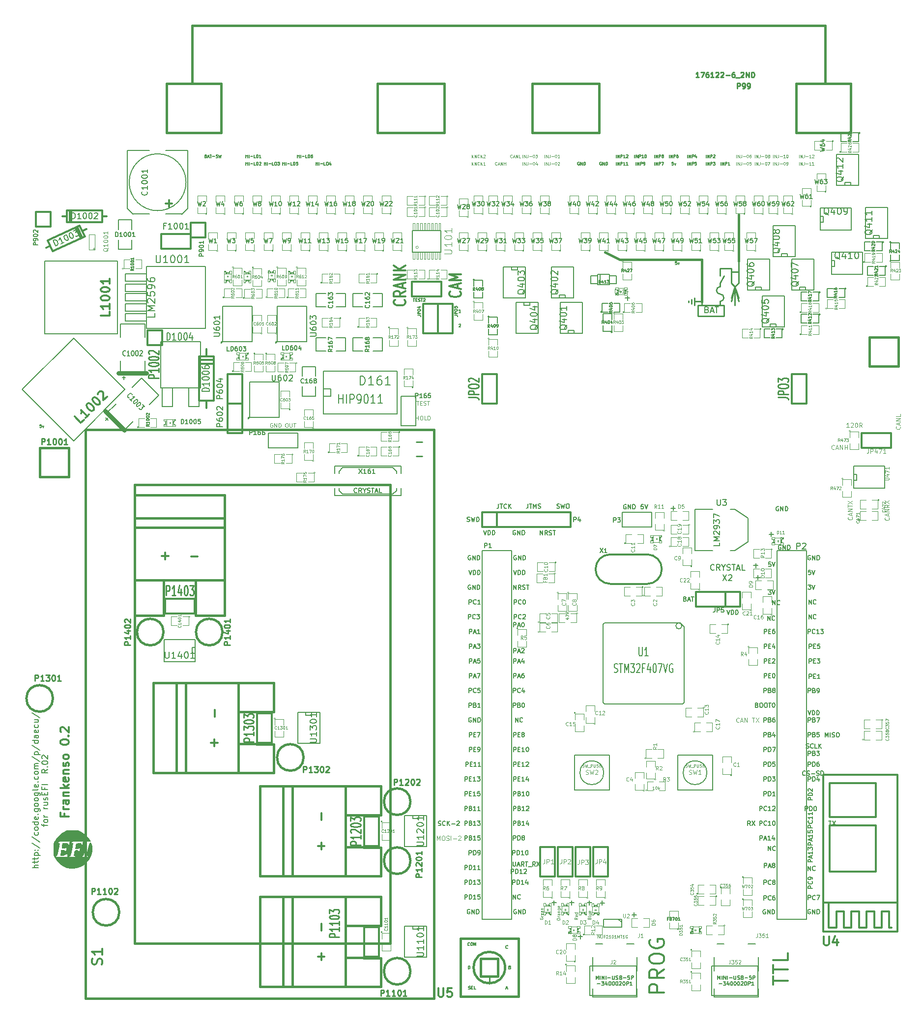
<source format=gto>
G04 (created by PCBNEW (2013-07-07 BZR 4022)-stable) date 10/09/2014 21:54:22*
%MOIN*%
G04 Gerber Fmt 3.4, Leading zero omitted, Abs format*
%FSLAX34Y34*%
G01*
G70*
G90*
G04 APERTURE LIST*
%ADD10C,0.00393701*%
%ADD11C,0.012*%
%ADD12C,0.005*%
%ADD13C,0.015*%
%ADD14C,0.01*%
%ADD15C,0.0045*%
%ADD16C,0.004*%
%ADD17C,0.011811*%
%ADD18C,0.006*%
%ADD19C,0.003*%
%ADD20C,0.03*%
%ADD21C,0.00492126*%
%ADD22C,0.008*%
%ADD23C,0.004925*%
%ADD24C,0.0026*%
%ADD25C,0.0001*%
%ADD26C,0.0039*%
%ADD27C,0.002*%
%ADD28C,0.0125*%
%ADD29C,0.00590551*%
%ADD30C,0.0059*%
%ADD31C,0.0031*%
%ADD32C,0.0149*%
%ADD33C,0.0035*%
%ADD34C,0.00875*%
%ADD35C,0.0088*%
%ADD36C,0.0107*%
%ADD37C,0.0043*%
%ADD38C,0.0062*%
%ADD39C,0.0047*%
G04 APERTURE END LIST*
G54D10*
G54D11*
X86104Y-78935D02*
X85104Y-78935D01*
X85104Y-78554D01*
X85152Y-78459D01*
X85200Y-78411D01*
X85295Y-78364D01*
X85438Y-78364D01*
X85533Y-78411D01*
X85580Y-78459D01*
X85628Y-78554D01*
X85628Y-78935D01*
X86104Y-77364D02*
X85628Y-77697D01*
X86104Y-77935D02*
X85104Y-77935D01*
X85104Y-77554D01*
X85152Y-77459D01*
X85200Y-77411D01*
X85295Y-77364D01*
X85438Y-77364D01*
X85533Y-77411D01*
X85580Y-77459D01*
X85628Y-77554D01*
X85628Y-77935D01*
X85104Y-76745D02*
X85104Y-76554D01*
X85152Y-76459D01*
X85247Y-76364D01*
X85438Y-76316D01*
X85771Y-76316D01*
X85961Y-76364D01*
X86057Y-76459D01*
X86104Y-76554D01*
X86104Y-76745D01*
X86057Y-76840D01*
X85961Y-76935D01*
X85771Y-76983D01*
X85438Y-76983D01*
X85247Y-76935D01*
X85152Y-76840D01*
X85104Y-76745D01*
X85152Y-75364D02*
X85104Y-75459D01*
X85104Y-75602D01*
X85152Y-75745D01*
X85247Y-75840D01*
X85342Y-75888D01*
X85533Y-75935D01*
X85676Y-75935D01*
X85866Y-75888D01*
X85961Y-75840D01*
X86057Y-75745D01*
X86104Y-75602D01*
X86104Y-75507D01*
X86057Y-75364D01*
X86009Y-75316D01*
X85676Y-75316D01*
X85676Y-75507D01*
X93504Y-78421D02*
X93504Y-77850D01*
X94504Y-78135D02*
X93504Y-78135D01*
X93504Y-77659D02*
X93504Y-77088D01*
X94504Y-77373D02*
X93504Y-77373D01*
X94504Y-76278D02*
X94504Y-76754D01*
X93504Y-76754D01*
G54D12*
X72307Y-32830D02*
X72192Y-32830D01*
X72250Y-32830D02*
X72250Y-32630D01*
X72230Y-32659D01*
X72211Y-32678D01*
X72192Y-32688D01*
X72192Y-33640D02*
X72202Y-33630D01*
X72221Y-33620D01*
X72269Y-33620D01*
X72288Y-33630D01*
X72297Y-33640D01*
X72307Y-33659D01*
X72307Y-33678D01*
X72297Y-33706D01*
X72183Y-33820D01*
X72307Y-33820D01*
X86971Y-29380D02*
X86876Y-29380D01*
X86866Y-29476D01*
X86876Y-29466D01*
X86895Y-29457D01*
X86942Y-29457D01*
X86961Y-29466D01*
X86971Y-29476D01*
X86980Y-29495D01*
X86980Y-29542D01*
X86971Y-29561D01*
X86961Y-29571D01*
X86942Y-29580D01*
X86895Y-29580D01*
X86876Y-29571D01*
X86866Y-29561D01*
X87047Y-29447D02*
X87095Y-29580D01*
X87142Y-29447D01*
G54D13*
X88650Y-29250D02*
X88650Y-32100D01*
X83090Y-29250D02*
X88650Y-29250D01*
X82080Y-28730D02*
X83090Y-29250D01*
X91150Y-29330D02*
X91150Y-26210D01*
G54D14*
X89654Y-31332D02*
G75*
G02X89904Y-31082I250J0D01*
G74*
G01*
X89904Y-31582D02*
G75*
G02X89654Y-31332I0J250D01*
G74*
G01*
X89904Y-31582D02*
G75*
G02X90154Y-31832I0J-250D01*
G74*
G01*
X90154Y-31832D02*
G75*
G02X89904Y-32082I-250J0D01*
G74*
G01*
X89654Y-31332D02*
G75*
G02X89904Y-31082I250J0D01*
G74*
G01*
X89904Y-31582D02*
G75*
G02X89654Y-31332I0J250D01*
G74*
G01*
X89904Y-31582D02*
G75*
G02X90154Y-31832I0J-250D01*
G74*
G01*
X90154Y-31832D02*
G75*
G02X89904Y-32082I-250J0D01*
G74*
G01*
X87754Y-32132D02*
X87754Y-32032D01*
X87954Y-32232D02*
X87954Y-31932D01*
X88154Y-32332D02*
X88154Y-31832D01*
X88654Y-32082D02*
X88154Y-32082D01*
X88654Y-32332D02*
X88654Y-32082D01*
X89904Y-32082D02*
X89904Y-32332D01*
X90154Y-33082D02*
X90154Y-32332D01*
X88404Y-33082D02*
X90154Y-33082D01*
X88404Y-32332D02*
X88404Y-33082D01*
X90154Y-32332D02*
X88404Y-32332D01*
X91154Y-30082D02*
X91154Y-29332D01*
X90654Y-29832D02*
X90154Y-29832D01*
X90654Y-30082D02*
X90654Y-29832D01*
X90904Y-31082D02*
X90904Y-32332D01*
X90904Y-31082D02*
X90654Y-32082D01*
X90904Y-31082D02*
X91154Y-32082D01*
X90904Y-31082D02*
X91154Y-31832D01*
X90904Y-31082D02*
X90654Y-31832D01*
X90654Y-30832D02*
X90654Y-30082D01*
X90904Y-31082D02*
X90654Y-30832D01*
X91154Y-30832D02*
X90904Y-31082D01*
X91154Y-30082D02*
X91154Y-30832D01*
X90654Y-30082D02*
X91154Y-30082D01*
X89904Y-29832D02*
X90154Y-29832D01*
X89904Y-30332D02*
X89904Y-29832D01*
X89904Y-30832D02*
X90154Y-30332D01*
X89904Y-31082D02*
X89904Y-30832D01*
X87754Y-32132D02*
X87754Y-32032D01*
X87954Y-32232D02*
X87954Y-31932D01*
X88154Y-32332D02*
X88154Y-31832D01*
X88654Y-32082D02*
X88154Y-32082D01*
X88654Y-32332D02*
X88654Y-32082D01*
X89904Y-32082D02*
X89904Y-32332D01*
X90154Y-33082D02*
X90154Y-32332D01*
X88404Y-33082D02*
X90154Y-33082D01*
X88404Y-32332D02*
X88404Y-33082D01*
X90154Y-32332D02*
X88404Y-32332D01*
X91154Y-30082D02*
X91154Y-29332D01*
X90654Y-29832D02*
X90154Y-29832D01*
X90654Y-30082D02*
X90654Y-29832D01*
X90904Y-31082D02*
X90904Y-32332D01*
X90904Y-31082D02*
X90654Y-32082D01*
X90904Y-31082D02*
X91154Y-32082D01*
X90904Y-31082D02*
X91154Y-31832D01*
X90904Y-31082D02*
X90654Y-31832D01*
X90654Y-30832D02*
X90654Y-30082D01*
X90904Y-31082D02*
X90654Y-30832D01*
X91154Y-30832D02*
X90904Y-31082D01*
X91154Y-30082D02*
X91154Y-30832D01*
X90654Y-30082D02*
X91154Y-30082D01*
X89904Y-29832D02*
X90154Y-29832D01*
X89904Y-30332D02*
X89904Y-29832D01*
X89904Y-30832D02*
X90154Y-30332D01*
X89904Y-31082D02*
X89904Y-30832D01*
G54D12*
X89008Y-32635D02*
X89065Y-32654D01*
X89084Y-32673D01*
X89104Y-32711D01*
X89104Y-32768D01*
X89084Y-32806D01*
X89065Y-32825D01*
X89027Y-32844D01*
X88875Y-32844D01*
X88875Y-32444D01*
X89008Y-32444D01*
X89046Y-32463D01*
X89065Y-32482D01*
X89084Y-32521D01*
X89084Y-32559D01*
X89065Y-32597D01*
X89046Y-32616D01*
X89008Y-32635D01*
X88875Y-32635D01*
X89256Y-32730D02*
X89446Y-32730D01*
X89218Y-32844D02*
X89351Y-32444D01*
X89484Y-32844D01*
X89561Y-32444D02*
X89789Y-32444D01*
X89675Y-32844D02*
X89675Y-32444D01*
G54D15*
X95254Y-22330D02*
X95254Y-22130D01*
X95350Y-22330D02*
X95350Y-22130D01*
X95464Y-22330D01*
X95464Y-22130D01*
X95616Y-22130D02*
X95616Y-22273D01*
X95607Y-22302D01*
X95588Y-22321D01*
X95559Y-22330D01*
X95540Y-22330D01*
X95711Y-22254D02*
X95864Y-22254D01*
X96064Y-22330D02*
X95950Y-22330D01*
X96007Y-22330D02*
X96007Y-22130D01*
X95988Y-22159D01*
X95969Y-22178D01*
X95950Y-22188D01*
X96140Y-22150D02*
X96150Y-22140D01*
X96169Y-22130D01*
X96216Y-22130D01*
X96235Y-22140D01*
X96245Y-22150D01*
X96254Y-22169D01*
X96254Y-22188D01*
X96245Y-22216D01*
X96130Y-22330D01*
X96254Y-22330D01*
X95254Y-22830D02*
X95254Y-22630D01*
X95350Y-22830D02*
X95350Y-22630D01*
X95464Y-22830D01*
X95464Y-22630D01*
X95616Y-22630D02*
X95616Y-22773D01*
X95607Y-22802D01*
X95588Y-22821D01*
X95559Y-22830D01*
X95540Y-22830D01*
X95711Y-22754D02*
X95864Y-22754D01*
X96064Y-22830D02*
X95950Y-22830D01*
X96007Y-22830D02*
X96007Y-22630D01*
X95988Y-22659D01*
X95969Y-22678D01*
X95950Y-22688D01*
X96254Y-22830D02*
X96140Y-22830D01*
X96197Y-22830D02*
X96197Y-22630D01*
X96178Y-22659D01*
X96159Y-22678D01*
X96140Y-22688D01*
X93504Y-22330D02*
X93504Y-22130D01*
X93600Y-22330D02*
X93600Y-22130D01*
X93714Y-22330D01*
X93714Y-22130D01*
X93866Y-22130D02*
X93866Y-22273D01*
X93857Y-22302D01*
X93838Y-22321D01*
X93809Y-22330D01*
X93790Y-22330D01*
X93961Y-22254D02*
X94114Y-22254D01*
X94314Y-22330D02*
X94200Y-22330D01*
X94257Y-22330D02*
X94257Y-22130D01*
X94238Y-22159D01*
X94219Y-22178D01*
X94200Y-22188D01*
X94438Y-22130D02*
X94457Y-22130D01*
X94476Y-22140D01*
X94485Y-22150D01*
X94495Y-22169D01*
X94504Y-22207D01*
X94504Y-22254D01*
X94495Y-22292D01*
X94485Y-22311D01*
X94476Y-22321D01*
X94457Y-22330D01*
X94438Y-22330D01*
X94419Y-22321D01*
X94409Y-22311D01*
X94400Y-22292D01*
X94390Y-22254D01*
X94390Y-22207D01*
X94400Y-22169D01*
X94409Y-22150D01*
X94419Y-22140D01*
X94438Y-22130D01*
X93504Y-22830D02*
X93504Y-22630D01*
X93600Y-22830D02*
X93600Y-22630D01*
X93714Y-22830D01*
X93714Y-22630D01*
X93866Y-22630D02*
X93866Y-22773D01*
X93857Y-22802D01*
X93838Y-22821D01*
X93809Y-22830D01*
X93790Y-22830D01*
X93961Y-22754D02*
X94114Y-22754D01*
X94247Y-22630D02*
X94266Y-22630D01*
X94285Y-22640D01*
X94295Y-22650D01*
X94304Y-22669D01*
X94314Y-22707D01*
X94314Y-22754D01*
X94304Y-22792D01*
X94295Y-22811D01*
X94285Y-22821D01*
X94266Y-22830D01*
X94247Y-22830D01*
X94228Y-22821D01*
X94219Y-22811D01*
X94209Y-22792D01*
X94200Y-22754D01*
X94200Y-22707D01*
X94209Y-22669D01*
X94219Y-22650D01*
X94228Y-22640D01*
X94247Y-22630D01*
X94409Y-22830D02*
X94447Y-22830D01*
X94466Y-22821D01*
X94476Y-22811D01*
X94495Y-22783D01*
X94504Y-22745D01*
X94504Y-22669D01*
X94495Y-22650D01*
X94485Y-22640D01*
X94466Y-22630D01*
X94428Y-22630D01*
X94409Y-22640D01*
X94400Y-22650D01*
X94390Y-22669D01*
X94390Y-22716D01*
X94400Y-22735D01*
X94409Y-22745D01*
X94428Y-22754D01*
X94466Y-22754D01*
X94485Y-22745D01*
X94495Y-22735D01*
X94504Y-22716D01*
X92254Y-22330D02*
X92254Y-22130D01*
X92350Y-22330D02*
X92350Y-22130D01*
X92464Y-22330D01*
X92464Y-22130D01*
X92616Y-22130D02*
X92616Y-22273D01*
X92607Y-22302D01*
X92588Y-22321D01*
X92559Y-22330D01*
X92540Y-22330D01*
X92711Y-22254D02*
X92864Y-22254D01*
X92997Y-22130D02*
X93016Y-22130D01*
X93035Y-22140D01*
X93045Y-22150D01*
X93054Y-22169D01*
X93064Y-22207D01*
X93064Y-22254D01*
X93054Y-22292D01*
X93045Y-22311D01*
X93035Y-22321D01*
X93016Y-22330D01*
X92997Y-22330D01*
X92978Y-22321D01*
X92969Y-22311D01*
X92959Y-22292D01*
X92950Y-22254D01*
X92950Y-22207D01*
X92959Y-22169D01*
X92969Y-22150D01*
X92978Y-22140D01*
X92997Y-22130D01*
X93178Y-22216D02*
X93159Y-22207D01*
X93150Y-22197D01*
X93140Y-22178D01*
X93140Y-22169D01*
X93150Y-22150D01*
X93159Y-22140D01*
X93178Y-22130D01*
X93216Y-22130D01*
X93235Y-22140D01*
X93245Y-22150D01*
X93254Y-22169D01*
X93254Y-22178D01*
X93245Y-22197D01*
X93235Y-22207D01*
X93216Y-22216D01*
X93178Y-22216D01*
X93159Y-22226D01*
X93150Y-22235D01*
X93140Y-22254D01*
X93140Y-22292D01*
X93150Y-22311D01*
X93159Y-22321D01*
X93178Y-22330D01*
X93216Y-22330D01*
X93235Y-22321D01*
X93245Y-22311D01*
X93254Y-22292D01*
X93254Y-22254D01*
X93245Y-22235D01*
X93235Y-22226D01*
X93216Y-22216D01*
X92254Y-22830D02*
X92254Y-22630D01*
X92350Y-22830D02*
X92350Y-22630D01*
X92464Y-22830D01*
X92464Y-22630D01*
X92616Y-22630D02*
X92616Y-22773D01*
X92607Y-22802D01*
X92588Y-22821D01*
X92559Y-22830D01*
X92540Y-22830D01*
X92711Y-22754D02*
X92864Y-22754D01*
X92997Y-22630D02*
X93016Y-22630D01*
X93035Y-22640D01*
X93045Y-22650D01*
X93054Y-22669D01*
X93064Y-22707D01*
X93064Y-22754D01*
X93054Y-22792D01*
X93045Y-22811D01*
X93035Y-22821D01*
X93016Y-22830D01*
X92997Y-22830D01*
X92978Y-22821D01*
X92969Y-22811D01*
X92959Y-22792D01*
X92950Y-22754D01*
X92950Y-22707D01*
X92959Y-22669D01*
X92969Y-22650D01*
X92978Y-22640D01*
X92997Y-22630D01*
X93130Y-22630D02*
X93264Y-22630D01*
X93178Y-22830D01*
X91004Y-22330D02*
X91004Y-22130D01*
X91100Y-22330D02*
X91100Y-22130D01*
X91214Y-22330D01*
X91214Y-22130D01*
X91366Y-22130D02*
X91366Y-22273D01*
X91357Y-22302D01*
X91338Y-22321D01*
X91309Y-22330D01*
X91290Y-22330D01*
X91461Y-22254D02*
X91614Y-22254D01*
X91747Y-22130D02*
X91766Y-22130D01*
X91785Y-22140D01*
X91795Y-22150D01*
X91804Y-22169D01*
X91814Y-22207D01*
X91814Y-22254D01*
X91804Y-22292D01*
X91795Y-22311D01*
X91785Y-22321D01*
X91766Y-22330D01*
X91747Y-22330D01*
X91728Y-22321D01*
X91719Y-22311D01*
X91709Y-22292D01*
X91700Y-22254D01*
X91700Y-22207D01*
X91709Y-22169D01*
X91719Y-22150D01*
X91728Y-22140D01*
X91747Y-22130D01*
X91985Y-22130D02*
X91947Y-22130D01*
X91928Y-22140D01*
X91919Y-22150D01*
X91900Y-22178D01*
X91890Y-22216D01*
X91890Y-22292D01*
X91900Y-22311D01*
X91909Y-22321D01*
X91928Y-22330D01*
X91966Y-22330D01*
X91985Y-22321D01*
X91995Y-22311D01*
X92004Y-22292D01*
X92004Y-22245D01*
X91995Y-22226D01*
X91985Y-22216D01*
X91966Y-22207D01*
X91928Y-22207D01*
X91909Y-22216D01*
X91900Y-22226D01*
X91890Y-22245D01*
X91004Y-22830D02*
X91004Y-22630D01*
X91100Y-22830D02*
X91100Y-22630D01*
X91214Y-22830D01*
X91214Y-22630D01*
X91366Y-22630D02*
X91366Y-22773D01*
X91357Y-22802D01*
X91338Y-22821D01*
X91309Y-22830D01*
X91290Y-22830D01*
X91461Y-22754D02*
X91614Y-22754D01*
X91747Y-22630D02*
X91766Y-22630D01*
X91785Y-22640D01*
X91795Y-22650D01*
X91804Y-22669D01*
X91814Y-22707D01*
X91814Y-22754D01*
X91804Y-22792D01*
X91795Y-22811D01*
X91785Y-22821D01*
X91766Y-22830D01*
X91747Y-22830D01*
X91728Y-22821D01*
X91719Y-22811D01*
X91709Y-22792D01*
X91700Y-22754D01*
X91700Y-22707D01*
X91709Y-22669D01*
X91719Y-22650D01*
X91728Y-22640D01*
X91747Y-22630D01*
X91995Y-22630D02*
X91900Y-22630D01*
X91890Y-22726D01*
X91900Y-22716D01*
X91919Y-22707D01*
X91966Y-22707D01*
X91985Y-22716D01*
X91995Y-22726D01*
X92004Y-22745D01*
X92004Y-22792D01*
X91995Y-22811D01*
X91985Y-22821D01*
X91966Y-22830D01*
X91919Y-22830D01*
X91900Y-22821D01*
X91890Y-22811D01*
G54D12*
X89950Y-22830D02*
X89950Y-22630D01*
X90045Y-22830D02*
X90045Y-22630D01*
X90159Y-22830D01*
X90159Y-22630D01*
X90254Y-22830D02*
X90254Y-22630D01*
X90330Y-22630D01*
X90350Y-22640D01*
X90359Y-22650D01*
X90369Y-22669D01*
X90369Y-22697D01*
X90359Y-22716D01*
X90350Y-22726D01*
X90330Y-22735D01*
X90254Y-22735D01*
X90559Y-22830D02*
X90445Y-22830D01*
X90502Y-22830D02*
X90502Y-22630D01*
X90483Y-22659D01*
X90464Y-22678D01*
X90445Y-22688D01*
X88950Y-22830D02*
X88950Y-22630D01*
X89045Y-22830D02*
X89045Y-22630D01*
X89159Y-22830D01*
X89159Y-22630D01*
X89254Y-22830D02*
X89254Y-22630D01*
X89330Y-22630D01*
X89350Y-22640D01*
X89359Y-22650D01*
X89369Y-22669D01*
X89369Y-22697D01*
X89359Y-22716D01*
X89350Y-22726D01*
X89330Y-22735D01*
X89254Y-22735D01*
X89435Y-22630D02*
X89559Y-22630D01*
X89492Y-22707D01*
X89521Y-22707D01*
X89540Y-22716D01*
X89550Y-22726D01*
X89559Y-22745D01*
X89559Y-22792D01*
X89550Y-22811D01*
X89540Y-22821D01*
X89521Y-22830D01*
X89464Y-22830D01*
X89445Y-22821D01*
X89435Y-22811D01*
X88950Y-22330D02*
X88950Y-22130D01*
X89045Y-22330D02*
X89045Y-22130D01*
X89159Y-22330D01*
X89159Y-22130D01*
X89254Y-22330D02*
X89254Y-22130D01*
X89330Y-22130D01*
X89350Y-22140D01*
X89359Y-22150D01*
X89369Y-22169D01*
X89369Y-22197D01*
X89359Y-22216D01*
X89350Y-22226D01*
X89330Y-22235D01*
X89254Y-22235D01*
X89445Y-22150D02*
X89454Y-22140D01*
X89473Y-22130D01*
X89521Y-22130D01*
X89540Y-22140D01*
X89550Y-22150D01*
X89559Y-22169D01*
X89559Y-22188D01*
X89550Y-22216D01*
X89435Y-22330D01*
X89559Y-22330D01*
X87700Y-22330D02*
X87700Y-22130D01*
X87795Y-22330D02*
X87795Y-22130D01*
X87909Y-22330D01*
X87909Y-22130D01*
X88004Y-22330D02*
X88004Y-22130D01*
X88080Y-22130D01*
X88100Y-22140D01*
X88109Y-22150D01*
X88119Y-22169D01*
X88119Y-22197D01*
X88109Y-22216D01*
X88100Y-22226D01*
X88080Y-22235D01*
X88004Y-22235D01*
X88290Y-22197D02*
X88290Y-22330D01*
X88242Y-22121D02*
X88195Y-22264D01*
X88319Y-22264D01*
X87700Y-22830D02*
X87700Y-22630D01*
X87795Y-22830D02*
X87795Y-22630D01*
X87909Y-22830D01*
X87909Y-22630D01*
X88004Y-22830D02*
X88004Y-22630D01*
X88080Y-22630D01*
X88100Y-22640D01*
X88109Y-22650D01*
X88119Y-22669D01*
X88119Y-22697D01*
X88109Y-22716D01*
X88100Y-22726D01*
X88080Y-22735D01*
X88004Y-22735D01*
X88300Y-22630D02*
X88204Y-22630D01*
X88195Y-22726D01*
X88204Y-22716D01*
X88223Y-22707D01*
X88271Y-22707D01*
X88290Y-22716D01*
X88300Y-22726D01*
X88309Y-22745D01*
X88309Y-22792D01*
X88300Y-22811D01*
X88290Y-22821D01*
X88271Y-22830D01*
X88223Y-22830D01*
X88204Y-22821D01*
X88195Y-22811D01*
X86450Y-22330D02*
X86450Y-22130D01*
X86545Y-22330D02*
X86545Y-22130D01*
X86659Y-22330D01*
X86659Y-22130D01*
X86754Y-22330D02*
X86754Y-22130D01*
X86830Y-22130D01*
X86850Y-22140D01*
X86859Y-22150D01*
X86869Y-22169D01*
X86869Y-22197D01*
X86859Y-22216D01*
X86850Y-22226D01*
X86830Y-22235D01*
X86754Y-22235D01*
X87040Y-22130D02*
X87002Y-22130D01*
X86983Y-22140D01*
X86973Y-22150D01*
X86954Y-22178D01*
X86945Y-22216D01*
X86945Y-22292D01*
X86954Y-22311D01*
X86964Y-22321D01*
X86983Y-22330D01*
X87021Y-22330D01*
X87040Y-22321D01*
X87050Y-22311D01*
X87059Y-22292D01*
X87059Y-22245D01*
X87050Y-22226D01*
X87040Y-22216D01*
X87021Y-22207D01*
X86983Y-22207D01*
X86964Y-22216D01*
X86954Y-22226D01*
X86945Y-22245D01*
X85450Y-22330D02*
X85450Y-22130D01*
X85545Y-22330D02*
X85545Y-22130D01*
X85659Y-22330D01*
X85659Y-22130D01*
X85754Y-22330D02*
X85754Y-22130D01*
X85830Y-22130D01*
X85850Y-22140D01*
X85859Y-22150D01*
X85869Y-22169D01*
X85869Y-22197D01*
X85859Y-22216D01*
X85850Y-22226D01*
X85830Y-22235D01*
X85754Y-22235D01*
X85983Y-22216D02*
X85964Y-22207D01*
X85954Y-22197D01*
X85945Y-22178D01*
X85945Y-22169D01*
X85954Y-22150D01*
X85964Y-22140D01*
X85983Y-22130D01*
X86021Y-22130D01*
X86040Y-22140D01*
X86050Y-22150D01*
X86059Y-22169D01*
X86059Y-22178D01*
X86050Y-22197D01*
X86040Y-22207D01*
X86021Y-22216D01*
X85983Y-22216D01*
X85964Y-22226D01*
X85954Y-22235D01*
X85945Y-22254D01*
X85945Y-22292D01*
X85954Y-22311D01*
X85964Y-22321D01*
X85983Y-22330D01*
X86021Y-22330D01*
X86040Y-22321D01*
X86050Y-22311D01*
X86059Y-22292D01*
X86059Y-22254D01*
X86050Y-22235D01*
X86040Y-22226D01*
X86021Y-22216D01*
X85450Y-22830D02*
X85450Y-22630D01*
X85545Y-22830D02*
X85545Y-22630D01*
X85659Y-22830D01*
X85659Y-22630D01*
X85754Y-22830D02*
X85754Y-22630D01*
X85830Y-22630D01*
X85850Y-22640D01*
X85859Y-22650D01*
X85869Y-22669D01*
X85869Y-22697D01*
X85859Y-22716D01*
X85850Y-22726D01*
X85830Y-22735D01*
X85754Y-22735D01*
X85935Y-22630D02*
X86069Y-22630D01*
X85983Y-22830D01*
X84200Y-22830D02*
X84200Y-22630D01*
X84295Y-22830D02*
X84295Y-22630D01*
X84409Y-22830D01*
X84409Y-22630D01*
X84504Y-22830D02*
X84504Y-22630D01*
X84580Y-22630D01*
X84600Y-22640D01*
X84609Y-22650D01*
X84619Y-22669D01*
X84619Y-22697D01*
X84609Y-22716D01*
X84600Y-22726D01*
X84580Y-22735D01*
X84504Y-22735D01*
X84714Y-22830D02*
X84752Y-22830D01*
X84771Y-22821D01*
X84780Y-22811D01*
X84800Y-22783D01*
X84809Y-22745D01*
X84809Y-22669D01*
X84800Y-22650D01*
X84790Y-22640D01*
X84771Y-22630D01*
X84733Y-22630D01*
X84714Y-22640D01*
X84704Y-22650D01*
X84695Y-22669D01*
X84695Y-22716D01*
X84704Y-22735D01*
X84714Y-22745D01*
X84733Y-22754D01*
X84771Y-22754D01*
X84790Y-22745D01*
X84800Y-22735D01*
X84809Y-22716D01*
X84104Y-22330D02*
X84104Y-22130D01*
X84200Y-22330D02*
X84200Y-22130D01*
X84314Y-22330D01*
X84314Y-22130D01*
X84409Y-22330D02*
X84409Y-22130D01*
X84485Y-22130D01*
X84504Y-22140D01*
X84514Y-22150D01*
X84523Y-22169D01*
X84523Y-22197D01*
X84514Y-22216D01*
X84504Y-22226D01*
X84485Y-22235D01*
X84409Y-22235D01*
X84714Y-22330D02*
X84600Y-22330D01*
X84657Y-22330D02*
X84657Y-22130D01*
X84638Y-22159D01*
X84619Y-22178D01*
X84600Y-22188D01*
X84838Y-22130D02*
X84857Y-22130D01*
X84876Y-22140D01*
X84885Y-22150D01*
X84895Y-22169D01*
X84904Y-22207D01*
X84904Y-22254D01*
X84895Y-22292D01*
X84885Y-22311D01*
X84876Y-22321D01*
X84857Y-22330D01*
X84838Y-22330D01*
X84819Y-22321D01*
X84809Y-22311D01*
X84800Y-22292D01*
X84790Y-22254D01*
X84790Y-22207D01*
X84800Y-22169D01*
X84809Y-22150D01*
X84819Y-22140D01*
X84838Y-22130D01*
X82854Y-22330D02*
X82854Y-22130D01*
X82950Y-22330D02*
X82950Y-22130D01*
X83064Y-22330D01*
X83064Y-22130D01*
X83159Y-22330D02*
X83159Y-22130D01*
X83235Y-22130D01*
X83254Y-22140D01*
X83264Y-22150D01*
X83273Y-22169D01*
X83273Y-22197D01*
X83264Y-22216D01*
X83254Y-22226D01*
X83235Y-22235D01*
X83159Y-22235D01*
X83464Y-22330D02*
X83350Y-22330D01*
X83407Y-22330D02*
X83407Y-22130D01*
X83388Y-22159D01*
X83369Y-22178D01*
X83350Y-22188D01*
X83540Y-22150D02*
X83550Y-22140D01*
X83569Y-22130D01*
X83616Y-22130D01*
X83635Y-22140D01*
X83645Y-22150D01*
X83654Y-22169D01*
X83654Y-22188D01*
X83645Y-22216D01*
X83530Y-22330D01*
X83654Y-22330D01*
X82854Y-22830D02*
X82854Y-22630D01*
X82950Y-22830D02*
X82950Y-22630D01*
X83064Y-22830D01*
X83064Y-22630D01*
X83159Y-22830D02*
X83159Y-22630D01*
X83235Y-22630D01*
X83254Y-22640D01*
X83264Y-22650D01*
X83273Y-22669D01*
X83273Y-22697D01*
X83264Y-22716D01*
X83254Y-22726D01*
X83235Y-22735D01*
X83159Y-22735D01*
X83464Y-22830D02*
X83350Y-22830D01*
X83407Y-22830D02*
X83407Y-22630D01*
X83388Y-22659D01*
X83369Y-22678D01*
X83350Y-22688D01*
X83654Y-22830D02*
X83540Y-22830D01*
X83597Y-22830D02*
X83597Y-22630D01*
X83578Y-22659D01*
X83559Y-22678D01*
X83540Y-22688D01*
G54D15*
X78004Y-22330D02*
X78004Y-22130D01*
X78100Y-22330D02*
X78100Y-22130D01*
X78214Y-22330D01*
X78214Y-22130D01*
X78366Y-22130D02*
X78366Y-22273D01*
X78357Y-22302D01*
X78338Y-22321D01*
X78309Y-22330D01*
X78290Y-22330D01*
X78461Y-22254D02*
X78614Y-22254D01*
X78747Y-22130D02*
X78766Y-22130D01*
X78785Y-22140D01*
X78795Y-22150D01*
X78804Y-22169D01*
X78814Y-22207D01*
X78814Y-22254D01*
X78804Y-22292D01*
X78795Y-22311D01*
X78785Y-22321D01*
X78766Y-22330D01*
X78747Y-22330D01*
X78728Y-22321D01*
X78719Y-22311D01*
X78709Y-22292D01*
X78700Y-22254D01*
X78700Y-22207D01*
X78709Y-22169D01*
X78719Y-22150D01*
X78728Y-22140D01*
X78747Y-22130D01*
X79004Y-22330D02*
X78890Y-22330D01*
X78947Y-22330D02*
X78947Y-22130D01*
X78928Y-22159D01*
X78909Y-22178D01*
X78890Y-22188D01*
X78004Y-22830D02*
X78004Y-22630D01*
X78100Y-22830D02*
X78100Y-22630D01*
X78214Y-22830D01*
X78214Y-22630D01*
X78366Y-22630D02*
X78366Y-22773D01*
X78357Y-22802D01*
X78338Y-22821D01*
X78309Y-22830D01*
X78290Y-22830D01*
X78461Y-22754D02*
X78614Y-22754D01*
X78747Y-22630D02*
X78766Y-22630D01*
X78785Y-22640D01*
X78795Y-22650D01*
X78804Y-22669D01*
X78814Y-22707D01*
X78814Y-22754D01*
X78804Y-22792D01*
X78795Y-22811D01*
X78785Y-22821D01*
X78766Y-22830D01*
X78747Y-22830D01*
X78728Y-22821D01*
X78719Y-22811D01*
X78709Y-22792D01*
X78700Y-22754D01*
X78700Y-22707D01*
X78709Y-22669D01*
X78719Y-22650D01*
X78728Y-22640D01*
X78747Y-22630D01*
X78890Y-22650D02*
X78900Y-22640D01*
X78919Y-22630D01*
X78966Y-22630D01*
X78985Y-22640D01*
X78995Y-22650D01*
X79004Y-22669D01*
X79004Y-22688D01*
X78995Y-22716D01*
X78880Y-22830D01*
X79004Y-22830D01*
X76504Y-22830D02*
X76504Y-22630D01*
X76600Y-22830D02*
X76600Y-22630D01*
X76714Y-22830D01*
X76714Y-22630D01*
X76866Y-22630D02*
X76866Y-22773D01*
X76857Y-22802D01*
X76838Y-22821D01*
X76809Y-22830D01*
X76790Y-22830D01*
X76961Y-22754D02*
X77114Y-22754D01*
X77247Y-22630D02*
X77266Y-22630D01*
X77285Y-22640D01*
X77295Y-22650D01*
X77304Y-22669D01*
X77314Y-22707D01*
X77314Y-22754D01*
X77304Y-22792D01*
X77295Y-22811D01*
X77285Y-22821D01*
X77266Y-22830D01*
X77247Y-22830D01*
X77228Y-22821D01*
X77219Y-22811D01*
X77209Y-22792D01*
X77200Y-22754D01*
X77200Y-22707D01*
X77209Y-22669D01*
X77219Y-22650D01*
X77228Y-22640D01*
X77247Y-22630D01*
X77485Y-22697D02*
X77485Y-22830D01*
X77438Y-22621D02*
X77390Y-22764D01*
X77514Y-22764D01*
X76504Y-22330D02*
X76504Y-22130D01*
X76600Y-22330D02*
X76600Y-22130D01*
X76714Y-22330D01*
X76714Y-22130D01*
X76866Y-22130D02*
X76866Y-22273D01*
X76857Y-22302D01*
X76838Y-22321D01*
X76809Y-22330D01*
X76790Y-22330D01*
X76961Y-22254D02*
X77114Y-22254D01*
X77247Y-22130D02*
X77266Y-22130D01*
X77285Y-22140D01*
X77295Y-22150D01*
X77304Y-22169D01*
X77314Y-22207D01*
X77314Y-22254D01*
X77304Y-22292D01*
X77295Y-22311D01*
X77285Y-22321D01*
X77266Y-22330D01*
X77247Y-22330D01*
X77228Y-22321D01*
X77219Y-22311D01*
X77209Y-22292D01*
X77200Y-22254D01*
X77200Y-22207D01*
X77209Y-22169D01*
X77219Y-22150D01*
X77228Y-22140D01*
X77247Y-22130D01*
X77380Y-22130D02*
X77504Y-22130D01*
X77438Y-22207D01*
X77466Y-22207D01*
X77485Y-22216D01*
X77495Y-22226D01*
X77504Y-22245D01*
X77504Y-22292D01*
X77495Y-22311D01*
X77485Y-22321D01*
X77466Y-22330D01*
X77409Y-22330D01*
X77390Y-22321D01*
X77380Y-22311D01*
G54D12*
X62490Y-22830D02*
X62490Y-22630D01*
X62490Y-22726D02*
X62604Y-22726D01*
X62604Y-22830D02*
X62604Y-22630D01*
X62700Y-22830D02*
X62700Y-22630D01*
X62795Y-22754D02*
X62947Y-22754D01*
X63138Y-22830D02*
X63042Y-22830D01*
X63042Y-22630D01*
X63242Y-22630D02*
X63280Y-22630D01*
X63300Y-22640D01*
X63319Y-22659D01*
X63328Y-22697D01*
X63328Y-22764D01*
X63319Y-22802D01*
X63300Y-22821D01*
X63280Y-22830D01*
X63242Y-22830D01*
X63223Y-22821D01*
X63204Y-22802D01*
X63195Y-22764D01*
X63195Y-22697D01*
X63204Y-22659D01*
X63223Y-22640D01*
X63242Y-22630D01*
X63500Y-22697D02*
X63500Y-22830D01*
X63452Y-22621D02*
X63404Y-22764D01*
X63528Y-22764D01*
X61240Y-22330D02*
X61240Y-22130D01*
X61240Y-22226D02*
X61354Y-22226D01*
X61354Y-22330D02*
X61354Y-22130D01*
X61450Y-22330D02*
X61450Y-22130D01*
X61545Y-22254D02*
X61697Y-22254D01*
X61888Y-22330D02*
X61792Y-22330D01*
X61792Y-22130D01*
X61992Y-22130D02*
X62030Y-22130D01*
X62050Y-22140D01*
X62069Y-22159D01*
X62078Y-22197D01*
X62078Y-22264D01*
X62069Y-22302D01*
X62050Y-22321D01*
X62030Y-22330D01*
X61992Y-22330D01*
X61973Y-22321D01*
X61954Y-22302D01*
X61945Y-22264D01*
X61945Y-22197D01*
X61954Y-22159D01*
X61973Y-22140D01*
X61992Y-22130D01*
X62250Y-22130D02*
X62211Y-22130D01*
X62192Y-22140D01*
X62183Y-22150D01*
X62164Y-22178D01*
X62154Y-22216D01*
X62154Y-22292D01*
X62164Y-22311D01*
X62173Y-22321D01*
X62192Y-22330D01*
X62230Y-22330D01*
X62250Y-22321D01*
X62259Y-22311D01*
X62269Y-22292D01*
X62269Y-22245D01*
X62259Y-22226D01*
X62250Y-22216D01*
X62230Y-22207D01*
X62192Y-22207D01*
X62173Y-22216D01*
X62164Y-22226D01*
X62154Y-22245D01*
X60240Y-22830D02*
X60240Y-22630D01*
X60240Y-22726D02*
X60354Y-22726D01*
X60354Y-22830D02*
X60354Y-22630D01*
X60450Y-22830D02*
X60450Y-22630D01*
X60545Y-22754D02*
X60697Y-22754D01*
X60888Y-22830D02*
X60792Y-22830D01*
X60792Y-22630D01*
X60992Y-22630D02*
X61030Y-22630D01*
X61050Y-22640D01*
X61069Y-22659D01*
X61078Y-22697D01*
X61078Y-22764D01*
X61069Y-22802D01*
X61050Y-22821D01*
X61030Y-22830D01*
X60992Y-22830D01*
X60973Y-22821D01*
X60954Y-22802D01*
X60945Y-22764D01*
X60945Y-22697D01*
X60954Y-22659D01*
X60973Y-22640D01*
X60992Y-22630D01*
X61259Y-22630D02*
X61164Y-22630D01*
X61154Y-22726D01*
X61164Y-22716D01*
X61183Y-22707D01*
X61230Y-22707D01*
X61250Y-22716D01*
X61259Y-22726D01*
X61269Y-22745D01*
X61269Y-22792D01*
X61259Y-22811D01*
X61250Y-22821D01*
X61230Y-22830D01*
X61183Y-22830D01*
X61164Y-22821D01*
X61154Y-22811D01*
X58990Y-22830D02*
X58990Y-22630D01*
X58990Y-22726D02*
X59104Y-22726D01*
X59104Y-22830D02*
X59104Y-22630D01*
X59200Y-22830D02*
X59200Y-22630D01*
X59295Y-22754D02*
X59447Y-22754D01*
X59638Y-22830D02*
X59542Y-22830D01*
X59542Y-22630D01*
X59742Y-22630D02*
X59780Y-22630D01*
X59800Y-22640D01*
X59819Y-22659D01*
X59828Y-22697D01*
X59828Y-22764D01*
X59819Y-22802D01*
X59800Y-22821D01*
X59780Y-22830D01*
X59742Y-22830D01*
X59723Y-22821D01*
X59704Y-22802D01*
X59695Y-22764D01*
X59695Y-22697D01*
X59704Y-22659D01*
X59723Y-22640D01*
X59742Y-22630D01*
X59895Y-22630D02*
X60019Y-22630D01*
X59952Y-22707D01*
X59980Y-22707D01*
X60000Y-22716D01*
X60009Y-22726D01*
X60019Y-22745D01*
X60019Y-22792D01*
X60009Y-22811D01*
X60000Y-22821D01*
X59980Y-22830D01*
X59923Y-22830D01*
X59904Y-22821D01*
X59895Y-22811D01*
X57740Y-22830D02*
X57740Y-22630D01*
X57740Y-22726D02*
X57854Y-22726D01*
X57854Y-22830D02*
X57854Y-22630D01*
X57950Y-22830D02*
X57950Y-22630D01*
X58045Y-22754D02*
X58197Y-22754D01*
X58388Y-22830D02*
X58292Y-22830D01*
X58292Y-22630D01*
X58492Y-22630D02*
X58530Y-22630D01*
X58550Y-22640D01*
X58569Y-22659D01*
X58578Y-22697D01*
X58578Y-22764D01*
X58569Y-22802D01*
X58550Y-22821D01*
X58530Y-22830D01*
X58492Y-22830D01*
X58473Y-22821D01*
X58454Y-22802D01*
X58445Y-22764D01*
X58445Y-22697D01*
X58454Y-22659D01*
X58473Y-22640D01*
X58492Y-22630D01*
X58654Y-22650D02*
X58664Y-22640D01*
X58683Y-22630D01*
X58730Y-22630D01*
X58750Y-22640D01*
X58759Y-22650D01*
X58769Y-22669D01*
X58769Y-22688D01*
X58759Y-22716D01*
X58645Y-22830D01*
X58769Y-22830D01*
X57740Y-22330D02*
X57740Y-22130D01*
X57740Y-22226D02*
X57854Y-22226D01*
X57854Y-22330D02*
X57854Y-22130D01*
X57950Y-22330D02*
X57950Y-22130D01*
X58045Y-22254D02*
X58197Y-22254D01*
X58388Y-22330D02*
X58292Y-22330D01*
X58292Y-22130D01*
X58492Y-22130D02*
X58530Y-22130D01*
X58550Y-22140D01*
X58569Y-22159D01*
X58578Y-22197D01*
X58578Y-22264D01*
X58569Y-22302D01*
X58550Y-22321D01*
X58530Y-22330D01*
X58492Y-22330D01*
X58473Y-22321D01*
X58454Y-22302D01*
X58445Y-22264D01*
X58445Y-22197D01*
X58454Y-22159D01*
X58473Y-22140D01*
X58492Y-22130D01*
X58769Y-22330D02*
X58654Y-22330D01*
X58711Y-22330D02*
X58711Y-22130D01*
X58692Y-22159D01*
X58673Y-22178D01*
X58654Y-22188D01*
X55019Y-22226D02*
X55047Y-22235D01*
X55057Y-22245D01*
X55066Y-22264D01*
X55066Y-22292D01*
X55057Y-22311D01*
X55047Y-22321D01*
X55028Y-22330D01*
X54952Y-22330D01*
X54952Y-22130D01*
X55019Y-22130D01*
X55038Y-22140D01*
X55047Y-22150D01*
X55057Y-22169D01*
X55057Y-22188D01*
X55047Y-22207D01*
X55038Y-22216D01*
X55019Y-22226D01*
X54952Y-22226D01*
X55142Y-22273D02*
X55238Y-22273D01*
X55123Y-22330D02*
X55190Y-22130D01*
X55257Y-22330D01*
X55295Y-22130D02*
X55409Y-22130D01*
X55352Y-22330D02*
X55352Y-22130D01*
X55476Y-22254D02*
X55628Y-22254D01*
X55714Y-22321D02*
X55742Y-22330D01*
X55790Y-22330D01*
X55809Y-22321D01*
X55819Y-22311D01*
X55828Y-22292D01*
X55828Y-22273D01*
X55819Y-22254D01*
X55809Y-22245D01*
X55790Y-22235D01*
X55752Y-22226D01*
X55733Y-22216D01*
X55723Y-22207D01*
X55714Y-22188D01*
X55714Y-22169D01*
X55723Y-22150D01*
X55733Y-22140D01*
X55752Y-22130D01*
X55800Y-22130D01*
X55828Y-22140D01*
X55895Y-22130D02*
X55942Y-22330D01*
X55980Y-22188D01*
X56019Y-22330D01*
X56066Y-22130D01*
G54D16*
X101342Y-46735D02*
X101357Y-46750D01*
X101371Y-46792D01*
X101371Y-46821D01*
X101357Y-46864D01*
X101328Y-46892D01*
X101300Y-46907D01*
X101242Y-46921D01*
X101200Y-46921D01*
X101142Y-46907D01*
X101114Y-46892D01*
X101085Y-46864D01*
X101071Y-46821D01*
X101071Y-46792D01*
X101085Y-46750D01*
X101100Y-46735D01*
X101285Y-46621D02*
X101285Y-46478D01*
X101371Y-46650D02*
X101071Y-46550D01*
X101371Y-46450D01*
X101371Y-46349D02*
X101071Y-46349D01*
X101371Y-46178D01*
X101071Y-46178D01*
X101371Y-45864D02*
X101228Y-45964D01*
X101371Y-46035D02*
X101071Y-46035D01*
X101071Y-45921D01*
X101085Y-45892D01*
X101100Y-45878D01*
X101128Y-45864D01*
X101171Y-45864D01*
X101200Y-45878D01*
X101214Y-45892D01*
X101228Y-45921D01*
X101228Y-46035D01*
X101071Y-45764D02*
X101371Y-45564D01*
X101071Y-45564D02*
X101371Y-45764D01*
X98842Y-46700D02*
X98857Y-46714D01*
X98871Y-46757D01*
X98871Y-46785D01*
X98857Y-46828D01*
X98828Y-46857D01*
X98800Y-46871D01*
X98742Y-46885D01*
X98700Y-46885D01*
X98642Y-46871D01*
X98614Y-46857D01*
X98585Y-46828D01*
X98571Y-46785D01*
X98571Y-46757D01*
X98585Y-46714D01*
X98600Y-46700D01*
X98785Y-46585D02*
X98785Y-46442D01*
X98871Y-46614D02*
X98571Y-46514D01*
X98871Y-46414D01*
X98871Y-46314D02*
X98571Y-46314D01*
X98871Y-46142D01*
X98571Y-46142D01*
X98571Y-46042D02*
X98571Y-45871D01*
X98871Y-45957D02*
X98571Y-45957D01*
X98571Y-45800D02*
X98871Y-45600D01*
X98571Y-45600D02*
X98871Y-45800D01*
X98650Y-40621D02*
X98478Y-40621D01*
X98564Y-40621D02*
X98564Y-40321D01*
X98535Y-40364D01*
X98507Y-40392D01*
X98478Y-40407D01*
X98764Y-40350D02*
X98778Y-40335D01*
X98807Y-40321D01*
X98878Y-40321D01*
X98907Y-40335D01*
X98921Y-40350D01*
X98935Y-40378D01*
X98935Y-40407D01*
X98921Y-40450D01*
X98750Y-40621D01*
X98935Y-40621D01*
X99121Y-40321D02*
X99150Y-40321D01*
X99178Y-40335D01*
X99192Y-40350D01*
X99207Y-40378D01*
X99221Y-40435D01*
X99221Y-40507D01*
X99207Y-40564D01*
X99192Y-40592D01*
X99178Y-40607D01*
X99150Y-40621D01*
X99121Y-40621D01*
X99092Y-40607D01*
X99078Y-40592D01*
X99064Y-40564D01*
X99050Y-40507D01*
X99050Y-40435D01*
X99064Y-40378D01*
X99078Y-40350D01*
X99092Y-40335D01*
X99121Y-40321D01*
X99521Y-40621D02*
X99421Y-40478D01*
X99350Y-40621D02*
X99350Y-40321D01*
X99464Y-40321D01*
X99492Y-40335D01*
X99507Y-40350D01*
X99521Y-40378D01*
X99521Y-40421D01*
X99507Y-40450D01*
X99492Y-40464D01*
X99464Y-40478D01*
X99350Y-40478D01*
X73047Y-22330D02*
X73047Y-22130D01*
X73161Y-22330D02*
X73076Y-22216D01*
X73161Y-22130D02*
X73047Y-22245D01*
X73247Y-22330D02*
X73247Y-22130D01*
X73361Y-22330D01*
X73361Y-22130D01*
X73571Y-22311D02*
X73561Y-22321D01*
X73533Y-22330D01*
X73514Y-22330D01*
X73485Y-22321D01*
X73466Y-22302D01*
X73457Y-22283D01*
X73447Y-22245D01*
X73447Y-22216D01*
X73457Y-22178D01*
X73466Y-22159D01*
X73485Y-22140D01*
X73514Y-22130D01*
X73533Y-22130D01*
X73561Y-22140D01*
X73571Y-22150D01*
X73657Y-22330D02*
X73657Y-22130D01*
X73771Y-22330D02*
X73685Y-22216D01*
X73771Y-22130D02*
X73657Y-22245D01*
X73847Y-22150D02*
X73857Y-22140D01*
X73876Y-22130D01*
X73923Y-22130D01*
X73942Y-22140D01*
X73952Y-22150D01*
X73961Y-22169D01*
X73961Y-22188D01*
X73952Y-22216D01*
X73838Y-22330D01*
X73961Y-22330D01*
X74766Y-22811D02*
X74757Y-22821D01*
X74728Y-22830D01*
X74709Y-22830D01*
X74680Y-22821D01*
X74661Y-22802D01*
X74652Y-22783D01*
X74642Y-22745D01*
X74642Y-22716D01*
X74652Y-22678D01*
X74661Y-22659D01*
X74680Y-22640D01*
X74709Y-22630D01*
X74728Y-22630D01*
X74757Y-22640D01*
X74766Y-22650D01*
X74842Y-22773D02*
X74938Y-22773D01*
X74823Y-22830D02*
X74890Y-22630D01*
X74957Y-22830D01*
X75023Y-22830D02*
X75023Y-22630D01*
X75138Y-22830D01*
X75138Y-22630D01*
X75233Y-22830D02*
X75233Y-22630D01*
X75233Y-22726D02*
X75347Y-22726D01*
X75347Y-22830D02*
X75347Y-22630D01*
G54D12*
X95742Y-62357D02*
X95785Y-62371D01*
X95857Y-62371D01*
X95885Y-62357D01*
X95900Y-62342D01*
X95914Y-62314D01*
X95914Y-62285D01*
X95900Y-62257D01*
X95885Y-62242D01*
X95857Y-62228D01*
X95800Y-62214D01*
X95771Y-62200D01*
X95757Y-62185D01*
X95742Y-62157D01*
X95742Y-62128D01*
X95757Y-62100D01*
X95771Y-62085D01*
X95800Y-62071D01*
X95871Y-62071D01*
X95914Y-62085D01*
X96214Y-62342D02*
X96200Y-62357D01*
X96157Y-62371D01*
X96128Y-62371D01*
X96085Y-62357D01*
X96057Y-62328D01*
X96042Y-62300D01*
X96028Y-62242D01*
X96028Y-62200D01*
X96042Y-62142D01*
X96057Y-62114D01*
X96085Y-62085D01*
X96128Y-62071D01*
X96157Y-62071D01*
X96200Y-62085D01*
X96214Y-62100D01*
X96485Y-62371D02*
X96342Y-62371D01*
X96342Y-62071D01*
X96585Y-62371D02*
X96585Y-62071D01*
X96757Y-62371D02*
X96628Y-62200D01*
X96757Y-62071D02*
X96585Y-62242D01*
X97028Y-61621D02*
X97028Y-61321D01*
X97128Y-61535D01*
X97228Y-61321D01*
X97228Y-61621D01*
X97371Y-61621D02*
X97371Y-61321D01*
X97500Y-61607D02*
X97542Y-61621D01*
X97614Y-61621D01*
X97642Y-61607D01*
X97657Y-61592D01*
X97671Y-61564D01*
X97671Y-61535D01*
X97657Y-61507D01*
X97642Y-61492D01*
X97614Y-61478D01*
X97557Y-61464D01*
X97528Y-61450D01*
X97514Y-61435D01*
X97500Y-61407D01*
X97500Y-61378D01*
X97514Y-61350D01*
X97528Y-61335D01*
X97557Y-61321D01*
X97628Y-61321D01*
X97671Y-61335D01*
X97857Y-61321D02*
X97914Y-61321D01*
X97942Y-61335D01*
X97971Y-61364D01*
X97985Y-61421D01*
X97985Y-61521D01*
X97971Y-61578D01*
X97942Y-61607D01*
X97914Y-61621D01*
X97857Y-61621D01*
X97828Y-61607D01*
X97800Y-61578D01*
X97785Y-61521D01*
X97785Y-61421D01*
X97800Y-61364D01*
X97828Y-61335D01*
X97857Y-61321D01*
X89738Y-78051D02*
X89738Y-77801D01*
X89821Y-77979D01*
X89904Y-77801D01*
X89904Y-78051D01*
X90023Y-78051D02*
X90023Y-77801D01*
X90142Y-78051D02*
X90142Y-77801D01*
X90285Y-78051D01*
X90285Y-77801D01*
X90404Y-78051D02*
X90404Y-77801D01*
X90523Y-77955D02*
X90714Y-77955D01*
X90833Y-77801D02*
X90833Y-78003D01*
X90845Y-78027D01*
X90857Y-78039D01*
X90880Y-78051D01*
X90928Y-78051D01*
X90952Y-78039D01*
X90964Y-78027D01*
X90976Y-78003D01*
X90976Y-77801D01*
X91083Y-78039D02*
X91119Y-78051D01*
X91178Y-78051D01*
X91202Y-78039D01*
X91214Y-78027D01*
X91226Y-78003D01*
X91226Y-77979D01*
X91214Y-77955D01*
X91202Y-77944D01*
X91178Y-77932D01*
X91130Y-77920D01*
X91107Y-77908D01*
X91095Y-77896D01*
X91083Y-77872D01*
X91083Y-77848D01*
X91095Y-77825D01*
X91107Y-77813D01*
X91130Y-77801D01*
X91190Y-77801D01*
X91226Y-77813D01*
X91416Y-77920D02*
X91452Y-77932D01*
X91464Y-77944D01*
X91476Y-77967D01*
X91476Y-78003D01*
X91464Y-78027D01*
X91452Y-78039D01*
X91428Y-78051D01*
X91333Y-78051D01*
X91333Y-77801D01*
X91416Y-77801D01*
X91440Y-77813D01*
X91452Y-77825D01*
X91464Y-77848D01*
X91464Y-77872D01*
X91452Y-77896D01*
X91440Y-77908D01*
X91416Y-77920D01*
X91333Y-77920D01*
X91583Y-77955D02*
X91773Y-77955D01*
X92011Y-77801D02*
X91892Y-77801D01*
X91880Y-77920D01*
X91892Y-77908D01*
X91916Y-77896D01*
X91976Y-77896D01*
X91999Y-77908D01*
X92011Y-77920D01*
X92023Y-77944D01*
X92023Y-78003D01*
X92011Y-78027D01*
X91999Y-78039D01*
X91976Y-78051D01*
X91916Y-78051D01*
X91892Y-78039D01*
X91880Y-78027D01*
X92130Y-78051D02*
X92130Y-77801D01*
X92226Y-77801D01*
X92249Y-77813D01*
X92261Y-77825D01*
X92273Y-77848D01*
X92273Y-77884D01*
X92261Y-77908D01*
X92249Y-77920D01*
X92226Y-77932D01*
X92130Y-77932D01*
X89827Y-78355D02*
X90017Y-78355D01*
X90113Y-78201D02*
X90267Y-78201D01*
X90184Y-78296D01*
X90220Y-78296D01*
X90244Y-78308D01*
X90255Y-78320D01*
X90267Y-78344D01*
X90267Y-78403D01*
X90255Y-78427D01*
X90244Y-78439D01*
X90220Y-78451D01*
X90148Y-78451D01*
X90124Y-78439D01*
X90113Y-78427D01*
X90482Y-78284D02*
X90482Y-78451D01*
X90422Y-78189D02*
X90363Y-78367D01*
X90517Y-78367D01*
X90660Y-78201D02*
X90684Y-78201D01*
X90708Y-78213D01*
X90720Y-78225D01*
X90732Y-78248D01*
X90744Y-78296D01*
X90744Y-78355D01*
X90732Y-78403D01*
X90720Y-78427D01*
X90708Y-78439D01*
X90684Y-78451D01*
X90660Y-78451D01*
X90636Y-78439D01*
X90625Y-78427D01*
X90613Y-78403D01*
X90601Y-78355D01*
X90601Y-78296D01*
X90613Y-78248D01*
X90625Y-78225D01*
X90636Y-78213D01*
X90660Y-78201D01*
X90898Y-78201D02*
X90922Y-78201D01*
X90946Y-78213D01*
X90958Y-78225D01*
X90970Y-78248D01*
X90982Y-78296D01*
X90982Y-78355D01*
X90970Y-78403D01*
X90958Y-78427D01*
X90946Y-78439D01*
X90922Y-78451D01*
X90898Y-78451D01*
X90875Y-78439D01*
X90863Y-78427D01*
X90851Y-78403D01*
X90839Y-78355D01*
X90839Y-78296D01*
X90851Y-78248D01*
X90863Y-78225D01*
X90875Y-78213D01*
X90898Y-78201D01*
X91136Y-78201D02*
X91160Y-78201D01*
X91184Y-78213D01*
X91196Y-78225D01*
X91208Y-78248D01*
X91220Y-78296D01*
X91220Y-78355D01*
X91208Y-78403D01*
X91196Y-78427D01*
X91184Y-78439D01*
X91160Y-78451D01*
X91136Y-78451D01*
X91113Y-78439D01*
X91101Y-78427D01*
X91089Y-78403D01*
X91077Y-78355D01*
X91077Y-78296D01*
X91089Y-78248D01*
X91101Y-78225D01*
X91113Y-78213D01*
X91136Y-78201D01*
X91315Y-78225D02*
X91327Y-78213D01*
X91351Y-78201D01*
X91410Y-78201D01*
X91434Y-78213D01*
X91446Y-78225D01*
X91458Y-78248D01*
X91458Y-78272D01*
X91446Y-78308D01*
X91303Y-78451D01*
X91458Y-78451D01*
X91613Y-78201D02*
X91636Y-78201D01*
X91660Y-78213D01*
X91672Y-78225D01*
X91684Y-78248D01*
X91696Y-78296D01*
X91696Y-78355D01*
X91684Y-78403D01*
X91672Y-78427D01*
X91660Y-78439D01*
X91636Y-78451D01*
X91613Y-78451D01*
X91589Y-78439D01*
X91577Y-78427D01*
X91565Y-78403D01*
X91553Y-78355D01*
X91553Y-78296D01*
X91565Y-78248D01*
X91577Y-78225D01*
X91589Y-78213D01*
X91613Y-78201D01*
X91803Y-78451D02*
X91803Y-78201D01*
X91898Y-78201D01*
X91922Y-78213D01*
X91934Y-78225D01*
X91946Y-78248D01*
X91946Y-78284D01*
X91934Y-78308D01*
X91922Y-78320D01*
X91898Y-78332D01*
X91803Y-78332D01*
X92184Y-78451D02*
X92041Y-78451D01*
X92113Y-78451D02*
X92113Y-78201D01*
X92089Y-78236D01*
X92065Y-78260D01*
X92041Y-78272D01*
G54D11*
X68497Y-31985D02*
X68535Y-32014D01*
X68573Y-32099D01*
X68573Y-32157D01*
X68535Y-32242D01*
X68459Y-32299D01*
X68383Y-32328D01*
X68230Y-32357D01*
X68116Y-32357D01*
X67964Y-32328D01*
X67888Y-32299D01*
X67811Y-32242D01*
X67773Y-32157D01*
X67773Y-32099D01*
X67811Y-32014D01*
X67850Y-31985D01*
X68573Y-31385D02*
X68192Y-31585D01*
X68573Y-31728D02*
X67773Y-31728D01*
X67773Y-31499D01*
X67811Y-31442D01*
X67850Y-31414D01*
X67926Y-31385D01*
X68040Y-31385D01*
X68116Y-31414D01*
X68154Y-31442D01*
X68192Y-31499D01*
X68192Y-31728D01*
X68345Y-31157D02*
X68345Y-30871D01*
X68573Y-31214D02*
X67773Y-31014D01*
X68573Y-30814D01*
X68573Y-30614D02*
X67773Y-30614D01*
X68573Y-30271D01*
X67773Y-30271D01*
X68573Y-29985D02*
X67773Y-29985D01*
X68573Y-29642D02*
X68116Y-29900D01*
X67773Y-29642D02*
X68230Y-29985D01*
X72247Y-31414D02*
X72285Y-31442D01*
X72323Y-31528D01*
X72323Y-31585D01*
X72285Y-31671D01*
X72209Y-31728D01*
X72133Y-31757D01*
X71980Y-31785D01*
X71866Y-31785D01*
X71714Y-31757D01*
X71638Y-31728D01*
X71561Y-31671D01*
X71523Y-31585D01*
X71523Y-31528D01*
X71561Y-31442D01*
X71600Y-31414D01*
X72095Y-31185D02*
X72095Y-30900D01*
X72323Y-31242D02*
X71523Y-31042D01*
X72323Y-30842D01*
X72323Y-30642D02*
X71523Y-30642D01*
X72095Y-30442D01*
X71523Y-30242D01*
X72323Y-30242D01*
G54D17*
X45429Y-66826D02*
X45429Y-67023D01*
X45739Y-67023D02*
X45148Y-67023D01*
X45148Y-66741D01*
X45739Y-66516D02*
X45345Y-66516D01*
X45457Y-66516D02*
X45401Y-66488D01*
X45373Y-66460D01*
X45345Y-66404D01*
X45345Y-66348D01*
X45739Y-65898D02*
X45429Y-65898D01*
X45373Y-65926D01*
X45345Y-65982D01*
X45345Y-66095D01*
X45373Y-66151D01*
X45710Y-65898D02*
X45739Y-65954D01*
X45739Y-66095D01*
X45710Y-66151D01*
X45654Y-66179D01*
X45598Y-66179D01*
X45542Y-66151D01*
X45514Y-66095D01*
X45514Y-65954D01*
X45485Y-65898D01*
X45345Y-65616D02*
X45739Y-65616D01*
X45401Y-65616D02*
X45373Y-65588D01*
X45345Y-65532D01*
X45345Y-65448D01*
X45373Y-65392D01*
X45429Y-65363D01*
X45739Y-65363D01*
X45739Y-65082D02*
X45148Y-65082D01*
X45514Y-65026D02*
X45739Y-64857D01*
X45345Y-64857D02*
X45570Y-65082D01*
X45710Y-64379D02*
X45739Y-64435D01*
X45739Y-64548D01*
X45710Y-64604D01*
X45654Y-64632D01*
X45429Y-64632D01*
X45373Y-64604D01*
X45345Y-64548D01*
X45345Y-64435D01*
X45373Y-64379D01*
X45429Y-64351D01*
X45485Y-64351D01*
X45542Y-64632D01*
X45345Y-64098D02*
X45739Y-64098D01*
X45401Y-64098D02*
X45373Y-64070D01*
X45345Y-64014D01*
X45345Y-63929D01*
X45373Y-63873D01*
X45429Y-63845D01*
X45739Y-63845D01*
X45710Y-63592D02*
X45739Y-63535D01*
X45739Y-63423D01*
X45710Y-63367D01*
X45654Y-63339D01*
X45626Y-63339D01*
X45570Y-63367D01*
X45542Y-63423D01*
X45542Y-63507D01*
X45514Y-63564D01*
X45457Y-63592D01*
X45429Y-63592D01*
X45373Y-63564D01*
X45345Y-63507D01*
X45345Y-63423D01*
X45373Y-63367D01*
X45739Y-63001D02*
X45710Y-63057D01*
X45682Y-63086D01*
X45626Y-63114D01*
X45457Y-63114D01*
X45401Y-63086D01*
X45373Y-63057D01*
X45345Y-63001D01*
X45345Y-62917D01*
X45373Y-62861D01*
X45401Y-62832D01*
X45457Y-62804D01*
X45626Y-62804D01*
X45682Y-62832D01*
X45710Y-62861D01*
X45739Y-62917D01*
X45739Y-63001D01*
X45148Y-61989D02*
X45148Y-61933D01*
X45176Y-61876D01*
X45204Y-61848D01*
X45260Y-61820D01*
X45373Y-61792D01*
X45514Y-61792D01*
X45626Y-61820D01*
X45682Y-61848D01*
X45710Y-61876D01*
X45739Y-61933D01*
X45739Y-61989D01*
X45710Y-62045D01*
X45682Y-62073D01*
X45626Y-62101D01*
X45514Y-62129D01*
X45373Y-62129D01*
X45260Y-62101D01*
X45204Y-62073D01*
X45176Y-62045D01*
X45148Y-61989D01*
X45682Y-61539D02*
X45710Y-61511D01*
X45739Y-61539D01*
X45710Y-61567D01*
X45682Y-61539D01*
X45739Y-61539D01*
X45204Y-61286D02*
X45176Y-61258D01*
X45148Y-61201D01*
X45148Y-61061D01*
X45176Y-61005D01*
X45204Y-60976D01*
X45260Y-60948D01*
X45317Y-60948D01*
X45401Y-60976D01*
X45739Y-61314D01*
X45739Y-60948D01*
G54D18*
X93861Y-45999D02*
X93832Y-45985D01*
X93790Y-45985D01*
X93747Y-45999D01*
X93718Y-46028D01*
X93704Y-46056D01*
X93690Y-46114D01*
X93690Y-46156D01*
X93704Y-46214D01*
X93718Y-46242D01*
X93747Y-46271D01*
X93790Y-46285D01*
X93818Y-46285D01*
X93861Y-46271D01*
X93875Y-46256D01*
X93875Y-46156D01*
X93818Y-46156D01*
X94004Y-46285D02*
X94004Y-45985D01*
X94175Y-46285D01*
X94175Y-45985D01*
X94318Y-46285D02*
X94318Y-45985D01*
X94390Y-45985D01*
X94432Y-45999D01*
X94461Y-46028D01*
X94475Y-46056D01*
X94490Y-46114D01*
X94490Y-46156D01*
X94475Y-46214D01*
X94461Y-46242D01*
X94432Y-46271D01*
X94390Y-46285D01*
X94318Y-46285D01*
G54D12*
X81488Y-78051D02*
X81488Y-77801D01*
X81571Y-77979D01*
X81654Y-77801D01*
X81654Y-78051D01*
X81773Y-78051D02*
X81773Y-77801D01*
X81892Y-78051D02*
X81892Y-77801D01*
X82035Y-78051D01*
X82035Y-77801D01*
X82154Y-78051D02*
X82154Y-77801D01*
X82273Y-77955D02*
X82464Y-77955D01*
X82583Y-77801D02*
X82583Y-78003D01*
X82595Y-78027D01*
X82607Y-78039D01*
X82630Y-78051D01*
X82678Y-78051D01*
X82702Y-78039D01*
X82714Y-78027D01*
X82726Y-78003D01*
X82726Y-77801D01*
X82833Y-78039D02*
X82869Y-78051D01*
X82928Y-78051D01*
X82952Y-78039D01*
X82964Y-78027D01*
X82976Y-78003D01*
X82976Y-77979D01*
X82964Y-77955D01*
X82952Y-77944D01*
X82928Y-77932D01*
X82880Y-77920D01*
X82857Y-77908D01*
X82845Y-77896D01*
X82833Y-77872D01*
X82833Y-77848D01*
X82845Y-77825D01*
X82857Y-77813D01*
X82880Y-77801D01*
X82940Y-77801D01*
X82976Y-77813D01*
X83166Y-77920D02*
X83202Y-77932D01*
X83214Y-77944D01*
X83226Y-77967D01*
X83226Y-78003D01*
X83214Y-78027D01*
X83202Y-78039D01*
X83178Y-78051D01*
X83083Y-78051D01*
X83083Y-77801D01*
X83166Y-77801D01*
X83190Y-77813D01*
X83202Y-77825D01*
X83214Y-77848D01*
X83214Y-77872D01*
X83202Y-77896D01*
X83190Y-77908D01*
X83166Y-77920D01*
X83083Y-77920D01*
X83333Y-77955D02*
X83523Y-77955D01*
X83761Y-77801D02*
X83642Y-77801D01*
X83630Y-77920D01*
X83642Y-77908D01*
X83666Y-77896D01*
X83726Y-77896D01*
X83749Y-77908D01*
X83761Y-77920D01*
X83773Y-77944D01*
X83773Y-78003D01*
X83761Y-78027D01*
X83749Y-78039D01*
X83726Y-78051D01*
X83666Y-78051D01*
X83642Y-78039D01*
X83630Y-78027D01*
X83880Y-78051D02*
X83880Y-77801D01*
X83976Y-77801D01*
X83999Y-77813D01*
X84011Y-77825D01*
X84023Y-77848D01*
X84023Y-77884D01*
X84011Y-77908D01*
X83999Y-77920D01*
X83976Y-77932D01*
X83880Y-77932D01*
X81577Y-78355D02*
X81767Y-78355D01*
X81863Y-78201D02*
X82017Y-78201D01*
X81934Y-78296D01*
X81970Y-78296D01*
X81994Y-78308D01*
X82005Y-78320D01*
X82017Y-78344D01*
X82017Y-78403D01*
X82005Y-78427D01*
X81994Y-78439D01*
X81970Y-78451D01*
X81898Y-78451D01*
X81874Y-78439D01*
X81863Y-78427D01*
X82232Y-78284D02*
X82232Y-78451D01*
X82172Y-78189D02*
X82113Y-78367D01*
X82267Y-78367D01*
X82410Y-78201D02*
X82434Y-78201D01*
X82458Y-78213D01*
X82470Y-78225D01*
X82482Y-78248D01*
X82494Y-78296D01*
X82494Y-78355D01*
X82482Y-78403D01*
X82470Y-78427D01*
X82458Y-78439D01*
X82434Y-78451D01*
X82410Y-78451D01*
X82386Y-78439D01*
X82375Y-78427D01*
X82363Y-78403D01*
X82351Y-78355D01*
X82351Y-78296D01*
X82363Y-78248D01*
X82375Y-78225D01*
X82386Y-78213D01*
X82410Y-78201D01*
X82648Y-78201D02*
X82672Y-78201D01*
X82696Y-78213D01*
X82708Y-78225D01*
X82720Y-78248D01*
X82732Y-78296D01*
X82732Y-78355D01*
X82720Y-78403D01*
X82708Y-78427D01*
X82696Y-78439D01*
X82672Y-78451D01*
X82648Y-78451D01*
X82625Y-78439D01*
X82613Y-78427D01*
X82601Y-78403D01*
X82589Y-78355D01*
X82589Y-78296D01*
X82601Y-78248D01*
X82613Y-78225D01*
X82625Y-78213D01*
X82648Y-78201D01*
X82886Y-78201D02*
X82910Y-78201D01*
X82934Y-78213D01*
X82946Y-78225D01*
X82958Y-78248D01*
X82970Y-78296D01*
X82970Y-78355D01*
X82958Y-78403D01*
X82946Y-78427D01*
X82934Y-78439D01*
X82910Y-78451D01*
X82886Y-78451D01*
X82863Y-78439D01*
X82851Y-78427D01*
X82839Y-78403D01*
X82827Y-78355D01*
X82827Y-78296D01*
X82839Y-78248D01*
X82851Y-78225D01*
X82863Y-78213D01*
X82886Y-78201D01*
X83065Y-78225D02*
X83077Y-78213D01*
X83101Y-78201D01*
X83160Y-78201D01*
X83184Y-78213D01*
X83196Y-78225D01*
X83208Y-78248D01*
X83208Y-78272D01*
X83196Y-78308D01*
X83053Y-78451D01*
X83208Y-78451D01*
X83363Y-78201D02*
X83386Y-78201D01*
X83410Y-78213D01*
X83422Y-78225D01*
X83434Y-78248D01*
X83446Y-78296D01*
X83446Y-78355D01*
X83434Y-78403D01*
X83422Y-78427D01*
X83410Y-78439D01*
X83386Y-78451D01*
X83363Y-78451D01*
X83339Y-78439D01*
X83327Y-78427D01*
X83315Y-78403D01*
X83303Y-78355D01*
X83303Y-78296D01*
X83315Y-78248D01*
X83327Y-78225D01*
X83339Y-78213D01*
X83363Y-78201D01*
X83553Y-78451D02*
X83553Y-78201D01*
X83648Y-78201D01*
X83672Y-78213D01*
X83684Y-78225D01*
X83696Y-78248D01*
X83696Y-78284D01*
X83684Y-78308D01*
X83672Y-78320D01*
X83648Y-78332D01*
X83553Y-78332D01*
X83934Y-78451D02*
X83791Y-78451D01*
X83863Y-78451D02*
X83863Y-78201D01*
X83839Y-78236D01*
X83815Y-78260D01*
X83791Y-78272D01*
G54D18*
X75938Y-52605D02*
X75938Y-52305D01*
X76052Y-52305D01*
X76081Y-52319D01*
X76095Y-52334D01*
X76110Y-52362D01*
X76110Y-52405D01*
X76095Y-52434D01*
X76081Y-52448D01*
X76052Y-52462D01*
X75938Y-52462D01*
X76410Y-52576D02*
X76395Y-52591D01*
X76352Y-52605D01*
X76324Y-52605D01*
X76281Y-52591D01*
X76252Y-52562D01*
X76238Y-52534D01*
X76224Y-52476D01*
X76224Y-52434D01*
X76238Y-52376D01*
X76252Y-52348D01*
X76281Y-52319D01*
X76324Y-52305D01*
X76352Y-52305D01*
X76395Y-52319D01*
X76410Y-52334D01*
X76595Y-52305D02*
X76624Y-52305D01*
X76652Y-52319D01*
X76667Y-52334D01*
X76681Y-52362D01*
X76695Y-52419D01*
X76695Y-52491D01*
X76681Y-52548D01*
X76667Y-52576D01*
X76652Y-52591D01*
X76624Y-52605D01*
X76595Y-52605D01*
X76567Y-52591D01*
X76552Y-52576D01*
X76538Y-52548D01*
X76524Y-52491D01*
X76524Y-52419D01*
X76538Y-52362D01*
X76552Y-52334D01*
X76567Y-52319D01*
X76595Y-52305D01*
X75938Y-53605D02*
X75938Y-53305D01*
X76052Y-53305D01*
X76081Y-53319D01*
X76095Y-53334D01*
X76110Y-53362D01*
X76110Y-53405D01*
X76095Y-53434D01*
X76081Y-53448D01*
X76052Y-53462D01*
X75938Y-53462D01*
X76410Y-53576D02*
X76395Y-53591D01*
X76352Y-53605D01*
X76324Y-53605D01*
X76281Y-53591D01*
X76252Y-53562D01*
X76238Y-53534D01*
X76224Y-53476D01*
X76224Y-53434D01*
X76238Y-53376D01*
X76252Y-53348D01*
X76281Y-53319D01*
X76324Y-53305D01*
X76352Y-53305D01*
X76395Y-53319D01*
X76410Y-53334D01*
X76524Y-53334D02*
X76538Y-53319D01*
X76567Y-53305D01*
X76638Y-53305D01*
X76667Y-53319D01*
X76681Y-53334D01*
X76695Y-53362D01*
X76695Y-53391D01*
X76681Y-53434D01*
X76510Y-53605D01*
X76695Y-53605D01*
X75900Y-55905D02*
X75900Y-55605D01*
X76014Y-55605D01*
X76042Y-55619D01*
X76057Y-55634D01*
X76071Y-55662D01*
X76071Y-55705D01*
X76057Y-55734D01*
X76042Y-55748D01*
X76014Y-55762D01*
X75900Y-55762D01*
X76185Y-55819D02*
X76328Y-55819D01*
X76157Y-55905D02*
X76257Y-55605D01*
X76357Y-55905D01*
X76442Y-55634D02*
X76457Y-55619D01*
X76485Y-55605D01*
X76557Y-55605D01*
X76585Y-55619D01*
X76600Y-55634D01*
X76614Y-55662D01*
X76614Y-55691D01*
X76600Y-55734D01*
X76428Y-55905D01*
X76614Y-55905D01*
X76014Y-60605D02*
X76014Y-60305D01*
X76185Y-60605D01*
X76185Y-60305D01*
X76500Y-60576D02*
X76485Y-60591D01*
X76442Y-60605D01*
X76414Y-60605D01*
X76371Y-60591D01*
X76342Y-60562D01*
X76328Y-60534D01*
X76314Y-60476D01*
X76314Y-60434D01*
X76328Y-60376D01*
X76342Y-60348D01*
X76371Y-60319D01*
X76414Y-60305D01*
X76442Y-60305D01*
X76485Y-60319D01*
X76500Y-60334D01*
X72878Y-59605D02*
X72878Y-59305D01*
X72992Y-59305D01*
X73021Y-59319D01*
X73035Y-59334D01*
X73050Y-59362D01*
X73050Y-59405D01*
X73035Y-59434D01*
X73021Y-59448D01*
X72992Y-59462D01*
X72878Y-59462D01*
X73278Y-59448D02*
X73321Y-59462D01*
X73335Y-59476D01*
X73350Y-59505D01*
X73350Y-59548D01*
X73335Y-59576D01*
X73321Y-59591D01*
X73292Y-59605D01*
X73178Y-59605D01*
X73178Y-59305D01*
X73278Y-59305D01*
X73307Y-59319D01*
X73321Y-59334D01*
X73335Y-59362D01*
X73335Y-59391D01*
X73321Y-59419D01*
X73307Y-59434D01*
X73278Y-59448D01*
X73178Y-59448D01*
X73635Y-59605D02*
X73464Y-59605D01*
X73550Y-59605D02*
X73550Y-59305D01*
X73521Y-59348D01*
X73492Y-59376D01*
X73464Y-59391D01*
X76864Y-45805D02*
X76864Y-46019D01*
X76850Y-46062D01*
X76821Y-46091D01*
X76778Y-46105D01*
X76750Y-46105D01*
X76964Y-45805D02*
X77135Y-45805D01*
X77050Y-46105D02*
X77050Y-45805D01*
X77235Y-46105D02*
X77235Y-45805D01*
X77335Y-46019D01*
X77435Y-45805D01*
X77435Y-46105D01*
X77564Y-46091D02*
X77607Y-46105D01*
X77678Y-46105D01*
X77707Y-46091D01*
X77721Y-46076D01*
X77735Y-46048D01*
X77735Y-46019D01*
X77721Y-45991D01*
X77707Y-45976D01*
X77678Y-45962D01*
X77621Y-45948D01*
X77592Y-45934D01*
X77578Y-45919D01*
X77564Y-45891D01*
X77564Y-45862D01*
X77578Y-45834D01*
X77592Y-45819D01*
X77621Y-45805D01*
X77692Y-45805D01*
X77735Y-45819D01*
X74878Y-45821D02*
X74878Y-46035D01*
X74864Y-46078D01*
X74835Y-46107D01*
X74792Y-46121D01*
X74764Y-46121D01*
X74978Y-45821D02*
X75150Y-45821D01*
X75064Y-46121D02*
X75064Y-45821D01*
X75421Y-46092D02*
X75407Y-46107D01*
X75364Y-46121D01*
X75335Y-46121D01*
X75292Y-46107D01*
X75264Y-46078D01*
X75250Y-46050D01*
X75235Y-45992D01*
X75235Y-45950D01*
X75250Y-45892D01*
X75264Y-45864D01*
X75292Y-45835D01*
X75335Y-45821D01*
X75364Y-45821D01*
X75407Y-45835D01*
X75421Y-45850D01*
X75550Y-46121D02*
X75550Y-45821D01*
X75721Y-46121D02*
X75592Y-45950D01*
X75721Y-45821D02*
X75550Y-45992D01*
X90350Y-53005D02*
X90450Y-53305D01*
X90550Y-53005D01*
X90650Y-53305D02*
X90650Y-53005D01*
X90721Y-53005D01*
X90764Y-53019D01*
X90792Y-53048D01*
X90807Y-53076D01*
X90821Y-53134D01*
X90821Y-53176D01*
X90807Y-53234D01*
X90792Y-53262D01*
X90764Y-53291D01*
X90721Y-53305D01*
X90650Y-53305D01*
X90950Y-53305D02*
X90950Y-53005D01*
X91021Y-53005D01*
X91064Y-53019D01*
X91092Y-53048D01*
X91107Y-53076D01*
X91121Y-53134D01*
X91121Y-53176D01*
X91107Y-53234D01*
X91092Y-53262D01*
X91064Y-53291D01*
X91021Y-53305D01*
X90950Y-53305D01*
X87528Y-52248D02*
X87571Y-52262D01*
X87585Y-52276D01*
X87600Y-52305D01*
X87600Y-52348D01*
X87585Y-52376D01*
X87571Y-52391D01*
X87542Y-52405D01*
X87428Y-52405D01*
X87428Y-52105D01*
X87528Y-52105D01*
X87557Y-52119D01*
X87571Y-52134D01*
X87585Y-52162D01*
X87585Y-52191D01*
X87571Y-52219D01*
X87557Y-52234D01*
X87528Y-52248D01*
X87428Y-52248D01*
X87714Y-52319D02*
X87857Y-52319D01*
X87685Y-52405D02*
X87785Y-52105D01*
X87885Y-52405D01*
X87942Y-52105D02*
X88114Y-52105D01*
X88028Y-52405D02*
X88028Y-52105D01*
X78835Y-46091D02*
X78878Y-46105D01*
X78950Y-46105D01*
X78978Y-46091D01*
X78992Y-46076D01*
X79007Y-46048D01*
X79007Y-46019D01*
X78992Y-45991D01*
X78978Y-45976D01*
X78950Y-45962D01*
X78892Y-45948D01*
X78864Y-45934D01*
X78850Y-45919D01*
X78835Y-45891D01*
X78835Y-45862D01*
X78850Y-45834D01*
X78864Y-45819D01*
X78892Y-45805D01*
X78964Y-45805D01*
X79007Y-45819D01*
X79107Y-45805D02*
X79178Y-46105D01*
X79235Y-45891D01*
X79292Y-46105D01*
X79364Y-45805D01*
X79535Y-45805D02*
X79592Y-45805D01*
X79621Y-45819D01*
X79650Y-45848D01*
X79664Y-45905D01*
X79664Y-46005D01*
X79650Y-46062D01*
X79621Y-46091D01*
X79592Y-46105D01*
X79535Y-46105D01*
X79507Y-46091D01*
X79478Y-46062D01*
X79464Y-46005D01*
X79464Y-45905D01*
X79478Y-45848D01*
X79507Y-45819D01*
X79535Y-45805D01*
X77707Y-47921D02*
X77707Y-47621D01*
X77878Y-47921D01*
X77878Y-47621D01*
X78192Y-47921D02*
X78092Y-47778D01*
X78021Y-47921D02*
X78021Y-47621D01*
X78135Y-47621D01*
X78164Y-47635D01*
X78178Y-47650D01*
X78192Y-47678D01*
X78192Y-47721D01*
X78178Y-47750D01*
X78164Y-47764D01*
X78135Y-47778D01*
X78021Y-47778D01*
X78307Y-47907D02*
X78350Y-47921D01*
X78421Y-47921D01*
X78450Y-47907D01*
X78464Y-47892D01*
X78478Y-47864D01*
X78478Y-47835D01*
X78464Y-47807D01*
X78450Y-47792D01*
X78421Y-47778D01*
X78364Y-47764D01*
X78335Y-47750D01*
X78321Y-47735D01*
X78307Y-47707D01*
X78307Y-47678D01*
X78321Y-47650D01*
X78335Y-47635D01*
X78364Y-47621D01*
X78435Y-47621D01*
X78478Y-47635D01*
X78564Y-47621D02*
X78735Y-47621D01*
X78650Y-47921D02*
X78650Y-47621D01*
X73850Y-47605D02*
X73950Y-47905D01*
X74050Y-47605D01*
X74150Y-47905D02*
X74150Y-47605D01*
X74221Y-47605D01*
X74264Y-47619D01*
X74292Y-47648D01*
X74307Y-47676D01*
X74321Y-47734D01*
X74321Y-47776D01*
X74307Y-47834D01*
X74292Y-47862D01*
X74264Y-47891D01*
X74221Y-47905D01*
X74150Y-47905D01*
X74450Y-47905D02*
X74450Y-47605D01*
X74521Y-47605D01*
X74564Y-47619D01*
X74592Y-47648D01*
X74607Y-47676D01*
X74621Y-47734D01*
X74621Y-47776D01*
X74607Y-47834D01*
X74592Y-47862D01*
X74564Y-47891D01*
X74521Y-47905D01*
X74450Y-47905D01*
X72742Y-46991D02*
X72785Y-47005D01*
X72857Y-47005D01*
X72885Y-46991D01*
X72900Y-46976D01*
X72914Y-46948D01*
X72914Y-46919D01*
X72900Y-46891D01*
X72885Y-46876D01*
X72857Y-46862D01*
X72800Y-46848D01*
X72771Y-46834D01*
X72757Y-46819D01*
X72742Y-46791D01*
X72742Y-46762D01*
X72757Y-46734D01*
X72771Y-46719D01*
X72800Y-46705D01*
X72871Y-46705D01*
X72914Y-46719D01*
X73014Y-46705D02*
X73085Y-47005D01*
X73142Y-46791D01*
X73200Y-47005D01*
X73271Y-46705D01*
X73385Y-47005D02*
X73385Y-46705D01*
X73457Y-46705D01*
X73500Y-46719D01*
X73528Y-46748D01*
X73542Y-46776D01*
X73557Y-46834D01*
X73557Y-46876D01*
X73542Y-46934D01*
X73528Y-46962D01*
X73500Y-46991D01*
X73457Y-47005D01*
X73385Y-47005D01*
X76021Y-47619D02*
X75992Y-47605D01*
X75950Y-47605D01*
X75907Y-47619D01*
X75878Y-47648D01*
X75864Y-47676D01*
X75850Y-47734D01*
X75850Y-47776D01*
X75864Y-47834D01*
X75878Y-47862D01*
X75907Y-47891D01*
X75950Y-47905D01*
X75978Y-47905D01*
X76021Y-47891D01*
X76035Y-47876D01*
X76035Y-47776D01*
X75978Y-47776D01*
X76164Y-47905D02*
X76164Y-47605D01*
X76335Y-47905D01*
X76335Y-47605D01*
X76478Y-47905D02*
X76478Y-47605D01*
X76550Y-47605D01*
X76592Y-47619D01*
X76621Y-47648D01*
X76635Y-47676D01*
X76650Y-47734D01*
X76650Y-47776D01*
X76635Y-47834D01*
X76621Y-47862D01*
X76592Y-47891D01*
X76550Y-47905D01*
X76478Y-47905D01*
G54D19*
X81026Y-73911D02*
X81035Y-73882D01*
X81045Y-73873D01*
X81064Y-73864D01*
X81092Y-73864D01*
X81110Y-73873D01*
X81120Y-73882D01*
X81129Y-73901D01*
X81129Y-73976D01*
X80932Y-73976D01*
X80932Y-73911D01*
X80942Y-73892D01*
X80951Y-73882D01*
X80970Y-73873D01*
X80989Y-73873D01*
X81007Y-73882D01*
X81017Y-73892D01*
X81026Y-73911D01*
X81026Y-73976D01*
X81129Y-73751D02*
X81120Y-73770D01*
X81101Y-73779D01*
X80932Y-73779D01*
X80998Y-73592D02*
X81129Y-73592D01*
X80998Y-73676D02*
X81101Y-73676D01*
X81120Y-73667D01*
X81129Y-73648D01*
X81129Y-73620D01*
X81120Y-73601D01*
X81110Y-73592D01*
X81120Y-73423D02*
X81129Y-73442D01*
X81129Y-73479D01*
X81120Y-73498D01*
X81101Y-73507D01*
X81026Y-73507D01*
X81007Y-73498D01*
X80998Y-73479D01*
X80998Y-73442D01*
X81007Y-73423D01*
X81026Y-73413D01*
X81045Y-73413D01*
X81064Y-73507D01*
X80229Y-73862D02*
X80135Y-73928D01*
X80229Y-73975D02*
X80032Y-73975D01*
X80032Y-73900D01*
X80042Y-73881D01*
X80051Y-73871D01*
X80070Y-73862D01*
X80098Y-73862D01*
X80117Y-73871D01*
X80126Y-73881D01*
X80135Y-73900D01*
X80135Y-73975D01*
X80220Y-73703D02*
X80229Y-73721D01*
X80229Y-73759D01*
X80220Y-73778D01*
X80201Y-73787D01*
X80126Y-73787D01*
X80107Y-73778D01*
X80098Y-73759D01*
X80098Y-73721D01*
X80107Y-73703D01*
X80126Y-73693D01*
X80145Y-73693D01*
X80164Y-73787D01*
X80229Y-73524D02*
X80032Y-73524D01*
X80220Y-73524D02*
X80229Y-73543D01*
X80229Y-73581D01*
X80220Y-73599D01*
X80210Y-73609D01*
X80192Y-73618D01*
X80135Y-73618D01*
X80117Y-73609D01*
X80107Y-73599D01*
X80098Y-73581D01*
X80098Y-73543D01*
X80107Y-73524D01*
X78832Y-73981D02*
X78832Y-73944D01*
X78842Y-73925D01*
X78860Y-73906D01*
X78898Y-73897D01*
X78964Y-73897D01*
X79001Y-73906D01*
X79020Y-73925D01*
X79029Y-73944D01*
X79029Y-73981D01*
X79020Y-74000D01*
X79001Y-74019D01*
X78964Y-74028D01*
X78898Y-74028D01*
X78860Y-74019D01*
X78842Y-74000D01*
X78832Y-73981D01*
X79029Y-73812D02*
X78898Y-73812D01*
X78935Y-73812D02*
X78917Y-73803D01*
X78907Y-73793D01*
X78898Y-73775D01*
X78898Y-73756D01*
X79029Y-73606D02*
X78926Y-73606D01*
X78907Y-73615D01*
X78898Y-73634D01*
X78898Y-73671D01*
X78907Y-73690D01*
X79020Y-73606D02*
X79029Y-73625D01*
X79029Y-73671D01*
X79020Y-73690D01*
X79001Y-73700D01*
X78982Y-73700D01*
X78964Y-73690D01*
X78954Y-73671D01*
X78954Y-73625D01*
X78945Y-73606D01*
X78898Y-73512D02*
X79029Y-73512D01*
X78917Y-73512D02*
X78907Y-73503D01*
X78898Y-73484D01*
X78898Y-73456D01*
X78907Y-73437D01*
X78926Y-73428D01*
X79029Y-73428D01*
X78898Y-73249D02*
X79057Y-73249D01*
X79076Y-73259D01*
X79086Y-73268D01*
X79095Y-73287D01*
X79095Y-73315D01*
X79086Y-73334D01*
X79020Y-73249D02*
X79029Y-73268D01*
X79029Y-73306D01*
X79020Y-73324D01*
X79010Y-73334D01*
X78992Y-73343D01*
X78935Y-73343D01*
X78917Y-73334D01*
X78907Y-73324D01*
X78898Y-73306D01*
X78898Y-73268D01*
X78907Y-73249D01*
X79020Y-73080D02*
X79029Y-73099D01*
X79029Y-73137D01*
X79020Y-73155D01*
X79001Y-73165D01*
X78926Y-73165D01*
X78907Y-73155D01*
X78898Y-73137D01*
X78898Y-73099D01*
X78907Y-73080D01*
X78926Y-73071D01*
X78945Y-73071D01*
X78964Y-73165D01*
X77692Y-73867D02*
X77682Y-73886D01*
X77682Y-73914D01*
X77692Y-73942D01*
X77710Y-73961D01*
X77729Y-73970D01*
X77767Y-73979D01*
X77795Y-73979D01*
X77832Y-73970D01*
X77851Y-73961D01*
X77870Y-73942D01*
X77879Y-73914D01*
X77879Y-73895D01*
X77870Y-73867D01*
X77860Y-73857D01*
X77795Y-73857D01*
X77795Y-73895D01*
X77879Y-73773D02*
X77748Y-73773D01*
X77785Y-73773D02*
X77767Y-73764D01*
X77757Y-73754D01*
X77748Y-73736D01*
X77748Y-73717D01*
X77870Y-73576D02*
X77879Y-73595D01*
X77879Y-73632D01*
X77870Y-73651D01*
X77851Y-73660D01*
X77776Y-73660D01*
X77757Y-73651D01*
X77748Y-73632D01*
X77748Y-73595D01*
X77757Y-73576D01*
X77776Y-73567D01*
X77795Y-73567D01*
X77814Y-73660D01*
X77870Y-73407D02*
X77879Y-73426D01*
X77879Y-73463D01*
X77870Y-73482D01*
X77851Y-73492D01*
X77776Y-73492D01*
X77757Y-73482D01*
X77748Y-73463D01*
X77748Y-73426D01*
X77757Y-73407D01*
X77776Y-73398D01*
X77795Y-73398D01*
X77814Y-73492D01*
X77748Y-73313D02*
X77879Y-73313D01*
X77767Y-73313D02*
X77757Y-73304D01*
X77748Y-73285D01*
X77748Y-73257D01*
X77757Y-73238D01*
X77776Y-73229D01*
X77879Y-73229D01*
G54D18*
X72828Y-53605D02*
X72828Y-53305D01*
X72942Y-53305D01*
X72971Y-53319D01*
X72985Y-53334D01*
X73000Y-53362D01*
X73000Y-53405D01*
X72985Y-53434D01*
X72971Y-53448D01*
X72942Y-53462D01*
X72828Y-53462D01*
X73300Y-53576D02*
X73285Y-53591D01*
X73242Y-53605D01*
X73214Y-53605D01*
X73171Y-53591D01*
X73142Y-53562D01*
X73128Y-53534D01*
X73114Y-53476D01*
X73114Y-53434D01*
X73128Y-53376D01*
X73142Y-53348D01*
X73171Y-53319D01*
X73214Y-53305D01*
X73242Y-53305D01*
X73285Y-53319D01*
X73300Y-53334D01*
X73400Y-53305D02*
X73585Y-53305D01*
X73485Y-53419D01*
X73528Y-53419D01*
X73557Y-53434D01*
X73571Y-53448D01*
X73585Y-53476D01*
X73585Y-53548D01*
X73571Y-53576D01*
X73557Y-53591D01*
X73528Y-53605D01*
X73442Y-53605D01*
X73414Y-53591D01*
X73400Y-53576D01*
X72971Y-49319D02*
X72942Y-49305D01*
X72900Y-49305D01*
X72857Y-49319D01*
X72828Y-49348D01*
X72814Y-49376D01*
X72800Y-49434D01*
X72800Y-49476D01*
X72814Y-49534D01*
X72828Y-49562D01*
X72857Y-49591D01*
X72900Y-49605D01*
X72928Y-49605D01*
X72971Y-49591D01*
X72985Y-49576D01*
X72985Y-49476D01*
X72928Y-49476D01*
X73114Y-49605D02*
X73114Y-49305D01*
X73285Y-49605D01*
X73285Y-49305D01*
X73428Y-49605D02*
X73428Y-49305D01*
X73500Y-49305D01*
X73542Y-49319D01*
X73571Y-49348D01*
X73585Y-49376D01*
X73600Y-49434D01*
X73600Y-49476D01*
X73585Y-49534D01*
X73571Y-49562D01*
X73542Y-49591D01*
X73500Y-49605D01*
X73428Y-49605D01*
X72878Y-52605D02*
X72878Y-52305D01*
X72992Y-52305D01*
X73021Y-52319D01*
X73035Y-52334D01*
X73050Y-52362D01*
X73050Y-52405D01*
X73035Y-52434D01*
X73021Y-52448D01*
X72992Y-52462D01*
X72878Y-52462D01*
X73350Y-52576D02*
X73335Y-52591D01*
X73292Y-52605D01*
X73264Y-52605D01*
X73221Y-52591D01*
X73192Y-52562D01*
X73178Y-52534D01*
X73164Y-52476D01*
X73164Y-52434D01*
X73178Y-52376D01*
X73192Y-52348D01*
X73221Y-52319D01*
X73264Y-52305D01*
X73292Y-52305D01*
X73335Y-52319D01*
X73350Y-52334D01*
X73635Y-52605D02*
X73464Y-52605D01*
X73550Y-52605D02*
X73550Y-52305D01*
X73521Y-52348D01*
X73492Y-52376D01*
X73464Y-52391D01*
X72900Y-54605D02*
X72900Y-54305D01*
X73014Y-54305D01*
X73042Y-54319D01*
X73057Y-54334D01*
X73071Y-54362D01*
X73071Y-54405D01*
X73057Y-54434D01*
X73042Y-54448D01*
X73014Y-54462D01*
X72900Y-54462D01*
X73185Y-54519D02*
X73328Y-54519D01*
X73157Y-54605D02*
X73257Y-54305D01*
X73357Y-54605D01*
X73614Y-54605D02*
X73442Y-54605D01*
X73528Y-54605D02*
X73528Y-54305D01*
X73500Y-54348D01*
X73471Y-54376D01*
X73442Y-54391D01*
X72900Y-55605D02*
X72900Y-55305D01*
X73014Y-55305D01*
X73042Y-55319D01*
X73057Y-55334D01*
X73071Y-55362D01*
X73071Y-55405D01*
X73057Y-55434D01*
X73042Y-55448D01*
X73014Y-55462D01*
X72900Y-55462D01*
X73185Y-55519D02*
X73328Y-55519D01*
X73157Y-55605D02*
X73257Y-55305D01*
X73357Y-55605D01*
X73428Y-55305D02*
X73614Y-55305D01*
X73514Y-55419D01*
X73557Y-55419D01*
X73585Y-55434D01*
X73600Y-55448D01*
X73614Y-55476D01*
X73614Y-55548D01*
X73600Y-55576D01*
X73585Y-55591D01*
X73557Y-55605D01*
X73471Y-55605D01*
X73442Y-55591D01*
X73428Y-55576D01*
X72900Y-56605D02*
X72900Y-56305D01*
X73014Y-56305D01*
X73042Y-56319D01*
X73057Y-56334D01*
X73071Y-56362D01*
X73071Y-56405D01*
X73057Y-56434D01*
X73042Y-56448D01*
X73014Y-56462D01*
X72900Y-56462D01*
X73185Y-56519D02*
X73328Y-56519D01*
X73157Y-56605D02*
X73257Y-56305D01*
X73357Y-56605D01*
X73600Y-56305D02*
X73457Y-56305D01*
X73442Y-56448D01*
X73457Y-56434D01*
X73485Y-56419D01*
X73557Y-56419D01*
X73585Y-56434D01*
X73600Y-56448D01*
X73614Y-56476D01*
X73614Y-56548D01*
X73600Y-56576D01*
X73585Y-56591D01*
X73557Y-56605D01*
X73485Y-56605D01*
X73457Y-56591D01*
X73442Y-56576D01*
X72900Y-57605D02*
X72900Y-57305D01*
X73014Y-57305D01*
X73042Y-57319D01*
X73057Y-57334D01*
X73071Y-57362D01*
X73071Y-57405D01*
X73057Y-57434D01*
X73042Y-57448D01*
X73014Y-57462D01*
X72900Y-57462D01*
X73185Y-57519D02*
X73328Y-57519D01*
X73157Y-57605D02*
X73257Y-57305D01*
X73357Y-57605D01*
X73428Y-57305D02*
X73628Y-57305D01*
X73500Y-57605D01*
X72878Y-58605D02*
X72878Y-58305D01*
X72992Y-58305D01*
X73021Y-58319D01*
X73035Y-58334D01*
X73050Y-58362D01*
X73050Y-58405D01*
X73035Y-58434D01*
X73021Y-58448D01*
X72992Y-58462D01*
X72878Y-58462D01*
X73350Y-58576D02*
X73335Y-58591D01*
X73292Y-58605D01*
X73264Y-58605D01*
X73221Y-58591D01*
X73192Y-58562D01*
X73178Y-58534D01*
X73164Y-58476D01*
X73164Y-58434D01*
X73178Y-58376D01*
X73192Y-58348D01*
X73221Y-58319D01*
X73264Y-58305D01*
X73292Y-58305D01*
X73335Y-58319D01*
X73350Y-58334D01*
X73621Y-58305D02*
X73478Y-58305D01*
X73464Y-58448D01*
X73478Y-58434D01*
X73507Y-58419D01*
X73578Y-58419D01*
X73607Y-58434D01*
X73621Y-58448D01*
X73635Y-58476D01*
X73635Y-58548D01*
X73621Y-58576D01*
X73607Y-58591D01*
X73578Y-58605D01*
X73507Y-58605D01*
X73478Y-58591D01*
X73464Y-58576D01*
X73021Y-60319D02*
X72992Y-60305D01*
X72950Y-60305D01*
X72907Y-60319D01*
X72878Y-60348D01*
X72864Y-60376D01*
X72850Y-60434D01*
X72850Y-60476D01*
X72864Y-60534D01*
X72878Y-60562D01*
X72907Y-60591D01*
X72950Y-60605D01*
X72978Y-60605D01*
X73021Y-60591D01*
X73035Y-60576D01*
X73035Y-60476D01*
X72978Y-60476D01*
X73164Y-60605D02*
X73164Y-60305D01*
X73335Y-60605D01*
X73335Y-60305D01*
X73478Y-60605D02*
X73478Y-60305D01*
X73550Y-60305D01*
X73592Y-60319D01*
X73621Y-60348D01*
X73635Y-60376D01*
X73650Y-60434D01*
X73650Y-60476D01*
X73635Y-60534D01*
X73621Y-60562D01*
X73592Y-60591D01*
X73550Y-60605D01*
X73478Y-60605D01*
X72892Y-61605D02*
X72892Y-61305D01*
X73007Y-61305D01*
X73035Y-61319D01*
X73050Y-61334D01*
X73064Y-61362D01*
X73064Y-61405D01*
X73050Y-61434D01*
X73035Y-61448D01*
X73007Y-61462D01*
X72892Y-61462D01*
X73192Y-61448D02*
X73292Y-61448D01*
X73335Y-61605D02*
X73192Y-61605D01*
X73192Y-61305D01*
X73335Y-61305D01*
X73435Y-61305D02*
X73635Y-61305D01*
X73507Y-61605D01*
X72892Y-62605D02*
X72892Y-62305D01*
X73007Y-62305D01*
X73035Y-62319D01*
X73050Y-62334D01*
X73064Y-62362D01*
X73064Y-62405D01*
X73050Y-62434D01*
X73035Y-62448D01*
X73007Y-62462D01*
X72892Y-62462D01*
X73192Y-62448D02*
X73292Y-62448D01*
X73335Y-62605D02*
X73192Y-62605D01*
X73192Y-62305D01*
X73335Y-62305D01*
X73478Y-62605D02*
X73535Y-62605D01*
X73564Y-62591D01*
X73578Y-62576D01*
X73607Y-62534D01*
X73621Y-62476D01*
X73621Y-62362D01*
X73607Y-62334D01*
X73592Y-62319D01*
X73564Y-62305D01*
X73507Y-62305D01*
X73478Y-62319D01*
X73464Y-62334D01*
X73450Y-62362D01*
X73450Y-62434D01*
X73464Y-62462D01*
X73478Y-62476D01*
X73507Y-62491D01*
X73564Y-62491D01*
X73592Y-62476D01*
X73607Y-62462D01*
X73621Y-62434D01*
X72650Y-63605D02*
X72650Y-63305D01*
X72764Y-63305D01*
X72792Y-63319D01*
X72807Y-63334D01*
X72821Y-63362D01*
X72821Y-63405D01*
X72807Y-63434D01*
X72792Y-63448D01*
X72764Y-63462D01*
X72650Y-63462D01*
X72950Y-63448D02*
X73050Y-63448D01*
X73092Y-63605D02*
X72950Y-63605D01*
X72950Y-63305D01*
X73092Y-63305D01*
X73378Y-63605D02*
X73207Y-63605D01*
X73292Y-63605D02*
X73292Y-63305D01*
X73264Y-63348D01*
X73235Y-63376D01*
X73207Y-63391D01*
X73664Y-63605D02*
X73492Y-63605D01*
X73578Y-63605D02*
X73578Y-63305D01*
X73550Y-63348D01*
X73521Y-63376D01*
X73492Y-63391D01*
X72600Y-64605D02*
X72600Y-64305D01*
X72714Y-64305D01*
X72742Y-64319D01*
X72757Y-64334D01*
X72771Y-64362D01*
X72771Y-64405D01*
X72757Y-64434D01*
X72742Y-64448D01*
X72714Y-64462D01*
X72600Y-64462D01*
X72900Y-64448D02*
X73000Y-64448D01*
X73042Y-64605D02*
X72900Y-64605D01*
X72900Y-64305D01*
X73042Y-64305D01*
X73328Y-64605D02*
X73157Y-64605D01*
X73242Y-64605D02*
X73242Y-64305D01*
X73214Y-64348D01*
X73185Y-64376D01*
X73157Y-64391D01*
X73428Y-64305D02*
X73614Y-64305D01*
X73514Y-64419D01*
X73557Y-64419D01*
X73585Y-64434D01*
X73600Y-64448D01*
X73614Y-64476D01*
X73614Y-64548D01*
X73600Y-64576D01*
X73585Y-64591D01*
X73557Y-64605D01*
X73471Y-64605D01*
X73442Y-64591D01*
X73428Y-64576D01*
X72600Y-65605D02*
X72600Y-65305D01*
X72714Y-65305D01*
X72742Y-65319D01*
X72757Y-65334D01*
X72771Y-65362D01*
X72771Y-65405D01*
X72757Y-65434D01*
X72742Y-65448D01*
X72714Y-65462D01*
X72600Y-65462D01*
X72900Y-65448D02*
X73000Y-65448D01*
X73042Y-65605D02*
X72900Y-65605D01*
X72900Y-65305D01*
X73042Y-65305D01*
X73328Y-65605D02*
X73157Y-65605D01*
X73242Y-65605D02*
X73242Y-65305D01*
X73214Y-65348D01*
X73185Y-65376D01*
X73157Y-65391D01*
X73600Y-65305D02*
X73457Y-65305D01*
X73442Y-65448D01*
X73457Y-65434D01*
X73485Y-65419D01*
X73557Y-65419D01*
X73585Y-65434D01*
X73600Y-65448D01*
X73614Y-65476D01*
X73614Y-65548D01*
X73600Y-65576D01*
X73585Y-65591D01*
X73557Y-65605D01*
X73485Y-65605D01*
X73457Y-65591D01*
X73442Y-65576D01*
X72585Y-66605D02*
X72585Y-66305D01*
X72700Y-66305D01*
X72728Y-66319D01*
X72742Y-66334D01*
X72757Y-66362D01*
X72757Y-66405D01*
X72742Y-66434D01*
X72728Y-66448D01*
X72700Y-66462D01*
X72585Y-66462D01*
X72985Y-66448D02*
X73028Y-66462D01*
X73042Y-66476D01*
X73057Y-66505D01*
X73057Y-66548D01*
X73042Y-66576D01*
X73028Y-66591D01*
X73000Y-66605D01*
X72885Y-66605D01*
X72885Y-66305D01*
X72985Y-66305D01*
X73014Y-66319D01*
X73028Y-66334D01*
X73042Y-66362D01*
X73042Y-66391D01*
X73028Y-66419D01*
X73014Y-66434D01*
X72985Y-66448D01*
X72885Y-66448D01*
X73342Y-66605D02*
X73171Y-66605D01*
X73257Y-66605D02*
X73257Y-66305D01*
X73228Y-66348D01*
X73200Y-66376D01*
X73171Y-66391D01*
X73628Y-66605D02*
X73457Y-66605D01*
X73542Y-66605D02*
X73542Y-66305D01*
X73514Y-66348D01*
X73485Y-66376D01*
X73457Y-66391D01*
X72585Y-67605D02*
X72585Y-67305D01*
X72700Y-67305D01*
X72728Y-67319D01*
X72742Y-67334D01*
X72757Y-67362D01*
X72757Y-67405D01*
X72742Y-67434D01*
X72728Y-67448D01*
X72700Y-67462D01*
X72585Y-67462D01*
X72985Y-67448D02*
X73028Y-67462D01*
X73042Y-67476D01*
X73057Y-67505D01*
X73057Y-67548D01*
X73042Y-67576D01*
X73028Y-67591D01*
X73000Y-67605D01*
X72885Y-67605D01*
X72885Y-67305D01*
X72985Y-67305D01*
X73014Y-67319D01*
X73028Y-67334D01*
X73042Y-67362D01*
X73042Y-67391D01*
X73028Y-67419D01*
X73014Y-67434D01*
X72985Y-67448D01*
X72885Y-67448D01*
X73342Y-67605D02*
X73171Y-67605D01*
X73257Y-67605D02*
X73257Y-67305D01*
X73228Y-67348D01*
X73200Y-67376D01*
X73171Y-67391D01*
X73442Y-67305D02*
X73628Y-67305D01*
X73528Y-67419D01*
X73571Y-67419D01*
X73600Y-67434D01*
X73614Y-67448D01*
X73628Y-67476D01*
X73628Y-67548D01*
X73614Y-67576D01*
X73600Y-67591D01*
X73571Y-67605D01*
X73485Y-67605D01*
X73457Y-67591D01*
X73442Y-67576D01*
X72585Y-68605D02*
X72585Y-68305D01*
X72700Y-68305D01*
X72728Y-68319D01*
X72742Y-68334D01*
X72757Y-68362D01*
X72757Y-68405D01*
X72742Y-68434D01*
X72728Y-68448D01*
X72700Y-68462D01*
X72585Y-68462D01*
X72985Y-68448D02*
X73028Y-68462D01*
X73042Y-68476D01*
X73057Y-68505D01*
X73057Y-68548D01*
X73042Y-68576D01*
X73028Y-68591D01*
X73000Y-68605D01*
X72885Y-68605D01*
X72885Y-68305D01*
X72985Y-68305D01*
X73014Y-68319D01*
X73028Y-68334D01*
X73042Y-68362D01*
X73042Y-68391D01*
X73028Y-68419D01*
X73014Y-68434D01*
X72985Y-68448D01*
X72885Y-68448D01*
X73342Y-68605D02*
X73171Y-68605D01*
X73257Y-68605D02*
X73257Y-68305D01*
X73228Y-68348D01*
X73200Y-68376D01*
X73171Y-68391D01*
X73614Y-68305D02*
X73471Y-68305D01*
X73457Y-68448D01*
X73471Y-68434D01*
X73500Y-68419D01*
X73571Y-68419D01*
X73600Y-68434D01*
X73614Y-68448D01*
X73628Y-68476D01*
X73628Y-68548D01*
X73614Y-68576D01*
X73600Y-68591D01*
X73571Y-68605D01*
X73500Y-68605D01*
X73471Y-68591D01*
X73457Y-68576D01*
X72878Y-69605D02*
X72878Y-69305D01*
X72992Y-69305D01*
X73021Y-69319D01*
X73035Y-69334D01*
X73050Y-69362D01*
X73050Y-69405D01*
X73035Y-69434D01*
X73021Y-69448D01*
X72992Y-69462D01*
X72878Y-69462D01*
X73178Y-69605D02*
X73178Y-69305D01*
X73250Y-69305D01*
X73292Y-69319D01*
X73321Y-69348D01*
X73335Y-69376D01*
X73350Y-69434D01*
X73350Y-69476D01*
X73335Y-69534D01*
X73321Y-69562D01*
X73292Y-69591D01*
X73250Y-69605D01*
X73178Y-69605D01*
X73492Y-69605D02*
X73550Y-69605D01*
X73578Y-69591D01*
X73592Y-69576D01*
X73621Y-69534D01*
X73635Y-69476D01*
X73635Y-69362D01*
X73621Y-69334D01*
X73607Y-69319D01*
X73578Y-69305D01*
X73521Y-69305D01*
X73492Y-69319D01*
X73478Y-69334D01*
X73464Y-69362D01*
X73464Y-69434D01*
X73478Y-69462D01*
X73492Y-69476D01*
X73521Y-69491D01*
X73578Y-69491D01*
X73607Y-69476D01*
X73621Y-69462D01*
X73635Y-69434D01*
X72585Y-70605D02*
X72585Y-70305D01*
X72700Y-70305D01*
X72728Y-70319D01*
X72742Y-70334D01*
X72757Y-70362D01*
X72757Y-70405D01*
X72742Y-70434D01*
X72728Y-70448D01*
X72700Y-70462D01*
X72585Y-70462D01*
X72885Y-70605D02*
X72885Y-70305D01*
X72957Y-70305D01*
X73000Y-70319D01*
X73028Y-70348D01*
X73042Y-70376D01*
X73057Y-70434D01*
X73057Y-70476D01*
X73042Y-70534D01*
X73028Y-70562D01*
X73000Y-70591D01*
X72957Y-70605D01*
X72885Y-70605D01*
X73342Y-70605D02*
X73171Y-70605D01*
X73257Y-70605D02*
X73257Y-70305D01*
X73228Y-70348D01*
X73200Y-70376D01*
X73171Y-70391D01*
X73628Y-70605D02*
X73457Y-70605D01*
X73542Y-70605D02*
X73542Y-70305D01*
X73514Y-70348D01*
X73485Y-70376D01*
X73457Y-70391D01*
X72585Y-71605D02*
X72585Y-71305D01*
X72700Y-71305D01*
X72728Y-71319D01*
X72742Y-71334D01*
X72757Y-71362D01*
X72757Y-71405D01*
X72742Y-71434D01*
X72728Y-71448D01*
X72700Y-71462D01*
X72585Y-71462D01*
X72885Y-71605D02*
X72885Y-71305D01*
X72957Y-71305D01*
X73000Y-71319D01*
X73028Y-71348D01*
X73042Y-71376D01*
X73057Y-71434D01*
X73057Y-71476D01*
X73042Y-71534D01*
X73028Y-71562D01*
X73000Y-71591D01*
X72957Y-71605D01*
X72885Y-71605D01*
X73342Y-71605D02*
X73171Y-71605D01*
X73257Y-71605D02*
X73257Y-71305D01*
X73228Y-71348D01*
X73200Y-71376D01*
X73171Y-71391D01*
X73442Y-71305D02*
X73628Y-71305D01*
X73528Y-71419D01*
X73571Y-71419D01*
X73600Y-71434D01*
X73614Y-71448D01*
X73628Y-71476D01*
X73628Y-71548D01*
X73614Y-71576D01*
X73600Y-71591D01*
X73571Y-71605D01*
X73485Y-71605D01*
X73457Y-71591D01*
X73442Y-71576D01*
X72585Y-72605D02*
X72585Y-72305D01*
X72700Y-72305D01*
X72728Y-72319D01*
X72742Y-72334D01*
X72757Y-72362D01*
X72757Y-72405D01*
X72742Y-72434D01*
X72728Y-72448D01*
X72700Y-72462D01*
X72585Y-72462D01*
X72885Y-72605D02*
X72885Y-72305D01*
X72957Y-72305D01*
X73000Y-72319D01*
X73028Y-72348D01*
X73042Y-72376D01*
X73057Y-72434D01*
X73057Y-72476D01*
X73042Y-72534D01*
X73028Y-72562D01*
X73000Y-72591D01*
X72957Y-72605D01*
X72885Y-72605D01*
X73342Y-72605D02*
X73171Y-72605D01*
X73257Y-72605D02*
X73257Y-72305D01*
X73228Y-72348D01*
X73200Y-72376D01*
X73171Y-72391D01*
X73614Y-72305D02*
X73471Y-72305D01*
X73457Y-72448D01*
X73471Y-72434D01*
X73500Y-72419D01*
X73571Y-72419D01*
X73600Y-72434D01*
X73614Y-72448D01*
X73628Y-72476D01*
X73628Y-72548D01*
X73614Y-72576D01*
X73600Y-72591D01*
X73571Y-72605D01*
X73500Y-72605D01*
X73471Y-72591D01*
X73457Y-72576D01*
X72921Y-73319D02*
X72892Y-73305D01*
X72850Y-73305D01*
X72807Y-73319D01*
X72778Y-73348D01*
X72764Y-73376D01*
X72750Y-73434D01*
X72750Y-73476D01*
X72764Y-73534D01*
X72778Y-73562D01*
X72807Y-73591D01*
X72850Y-73605D01*
X72878Y-73605D01*
X72921Y-73591D01*
X72935Y-73576D01*
X72935Y-73476D01*
X72878Y-73476D01*
X73064Y-73605D02*
X73064Y-73305D01*
X73235Y-73605D01*
X73235Y-73305D01*
X73378Y-73605D02*
X73378Y-73305D01*
X73450Y-73305D01*
X73492Y-73319D01*
X73521Y-73348D01*
X73535Y-73376D01*
X73550Y-73434D01*
X73550Y-73476D01*
X73535Y-73534D01*
X73521Y-73562D01*
X73492Y-73591D01*
X73450Y-73605D01*
X73378Y-73605D01*
X72850Y-50305D02*
X72950Y-50605D01*
X73050Y-50305D01*
X73150Y-50605D02*
X73150Y-50305D01*
X73221Y-50305D01*
X73264Y-50319D01*
X73292Y-50348D01*
X73307Y-50376D01*
X73321Y-50434D01*
X73321Y-50476D01*
X73307Y-50534D01*
X73292Y-50562D01*
X73264Y-50591D01*
X73221Y-50605D01*
X73150Y-50605D01*
X73450Y-50605D02*
X73450Y-50305D01*
X73521Y-50305D01*
X73564Y-50319D01*
X73592Y-50348D01*
X73607Y-50376D01*
X73621Y-50434D01*
X73621Y-50476D01*
X73607Y-50534D01*
X73592Y-50562D01*
X73564Y-50591D01*
X73521Y-50605D01*
X73450Y-50605D01*
X72971Y-51319D02*
X72942Y-51305D01*
X72900Y-51305D01*
X72857Y-51319D01*
X72828Y-51348D01*
X72814Y-51376D01*
X72800Y-51434D01*
X72800Y-51476D01*
X72814Y-51534D01*
X72828Y-51562D01*
X72857Y-51591D01*
X72900Y-51605D01*
X72928Y-51605D01*
X72971Y-51591D01*
X72985Y-51576D01*
X72985Y-51476D01*
X72928Y-51476D01*
X73114Y-51605D02*
X73114Y-51305D01*
X73285Y-51605D01*
X73285Y-51305D01*
X73428Y-51605D02*
X73428Y-51305D01*
X73500Y-51305D01*
X73542Y-51319D01*
X73571Y-51348D01*
X73585Y-51376D01*
X73600Y-51434D01*
X73600Y-51476D01*
X73585Y-51534D01*
X73571Y-51562D01*
X73542Y-51591D01*
X73500Y-51605D01*
X73428Y-51605D01*
X76071Y-49319D02*
X76042Y-49305D01*
X76000Y-49305D01*
X75957Y-49319D01*
X75928Y-49348D01*
X75914Y-49376D01*
X75900Y-49434D01*
X75900Y-49476D01*
X75914Y-49534D01*
X75928Y-49562D01*
X75957Y-49591D01*
X76000Y-49605D01*
X76028Y-49605D01*
X76071Y-49591D01*
X76085Y-49576D01*
X76085Y-49476D01*
X76028Y-49476D01*
X76214Y-49605D02*
X76214Y-49305D01*
X76385Y-49605D01*
X76385Y-49305D01*
X76528Y-49605D02*
X76528Y-49305D01*
X76600Y-49305D01*
X76642Y-49319D01*
X76671Y-49348D01*
X76685Y-49376D01*
X76700Y-49434D01*
X76700Y-49476D01*
X76685Y-49534D01*
X76671Y-49562D01*
X76642Y-49591D01*
X76600Y-49605D01*
X76528Y-49605D01*
X75900Y-50305D02*
X76000Y-50605D01*
X76100Y-50305D01*
X76200Y-50605D02*
X76200Y-50305D01*
X76271Y-50305D01*
X76314Y-50319D01*
X76342Y-50348D01*
X76357Y-50376D01*
X76371Y-50434D01*
X76371Y-50476D01*
X76357Y-50534D01*
X76342Y-50562D01*
X76314Y-50591D01*
X76271Y-50605D01*
X76200Y-50605D01*
X76500Y-50605D02*
X76500Y-50305D01*
X76571Y-50305D01*
X76614Y-50319D01*
X76642Y-50348D01*
X76657Y-50376D01*
X76671Y-50434D01*
X76671Y-50476D01*
X76657Y-50534D01*
X76642Y-50562D01*
X76614Y-50591D01*
X76571Y-50605D01*
X76500Y-50605D01*
X75907Y-51605D02*
X75907Y-51305D01*
X76078Y-51605D01*
X76078Y-51305D01*
X76392Y-51605D02*
X76292Y-51462D01*
X76221Y-51605D02*
X76221Y-51305D01*
X76335Y-51305D01*
X76364Y-51319D01*
X76378Y-51334D01*
X76392Y-51362D01*
X76392Y-51405D01*
X76378Y-51434D01*
X76364Y-51448D01*
X76335Y-51462D01*
X76221Y-51462D01*
X76507Y-51591D02*
X76550Y-51605D01*
X76621Y-51605D01*
X76650Y-51591D01*
X76664Y-51576D01*
X76678Y-51548D01*
X76678Y-51519D01*
X76664Y-51491D01*
X76650Y-51476D01*
X76621Y-51462D01*
X76564Y-51448D01*
X76535Y-51434D01*
X76521Y-51419D01*
X76507Y-51391D01*
X76507Y-51362D01*
X76521Y-51334D01*
X76535Y-51319D01*
X76564Y-51305D01*
X76635Y-51305D01*
X76678Y-51319D01*
X76764Y-51305D02*
X76935Y-51305D01*
X76850Y-51605D02*
X76850Y-51305D01*
X75900Y-54155D02*
X75900Y-53855D01*
X76014Y-53855D01*
X76042Y-53869D01*
X76057Y-53884D01*
X76071Y-53912D01*
X76071Y-53955D01*
X76057Y-53984D01*
X76042Y-53998D01*
X76014Y-54012D01*
X75900Y-54012D01*
X76185Y-54069D02*
X76328Y-54069D01*
X76157Y-54155D02*
X76257Y-53855D01*
X76357Y-54155D01*
X76514Y-53855D02*
X76542Y-53855D01*
X76571Y-53869D01*
X76585Y-53884D01*
X76600Y-53912D01*
X76614Y-53969D01*
X76614Y-54041D01*
X76600Y-54098D01*
X76585Y-54126D01*
X76571Y-54141D01*
X76542Y-54155D01*
X76514Y-54155D01*
X76485Y-54141D01*
X76471Y-54126D01*
X76457Y-54098D01*
X76442Y-54041D01*
X76442Y-53969D01*
X76457Y-53912D01*
X76471Y-53884D01*
X76485Y-53869D01*
X76514Y-53855D01*
X75900Y-56605D02*
X75900Y-56305D01*
X76014Y-56305D01*
X76042Y-56319D01*
X76057Y-56334D01*
X76071Y-56362D01*
X76071Y-56405D01*
X76057Y-56434D01*
X76042Y-56448D01*
X76014Y-56462D01*
X75900Y-56462D01*
X76185Y-56519D02*
X76328Y-56519D01*
X76157Y-56605D02*
X76257Y-56305D01*
X76357Y-56605D01*
X76585Y-56405D02*
X76585Y-56605D01*
X76514Y-56291D02*
X76442Y-56505D01*
X76628Y-56505D01*
X75900Y-57605D02*
X75900Y-57305D01*
X76014Y-57305D01*
X76042Y-57319D01*
X76057Y-57334D01*
X76071Y-57362D01*
X76071Y-57405D01*
X76057Y-57434D01*
X76042Y-57448D01*
X76014Y-57462D01*
X75900Y-57462D01*
X76185Y-57519D02*
X76328Y-57519D01*
X76157Y-57605D02*
X76257Y-57305D01*
X76357Y-57605D01*
X76585Y-57305D02*
X76528Y-57305D01*
X76500Y-57319D01*
X76485Y-57334D01*
X76457Y-57376D01*
X76442Y-57434D01*
X76442Y-57548D01*
X76457Y-57576D01*
X76471Y-57591D01*
X76500Y-57605D01*
X76557Y-57605D01*
X76585Y-57591D01*
X76600Y-57576D01*
X76614Y-57548D01*
X76614Y-57476D01*
X76600Y-57448D01*
X76585Y-57434D01*
X76557Y-57419D01*
X76500Y-57419D01*
X76471Y-57434D01*
X76457Y-57448D01*
X76442Y-57476D01*
X75878Y-58605D02*
X75878Y-58305D01*
X75992Y-58305D01*
X76021Y-58319D01*
X76035Y-58334D01*
X76050Y-58362D01*
X76050Y-58405D01*
X76035Y-58434D01*
X76021Y-58448D01*
X75992Y-58462D01*
X75878Y-58462D01*
X76350Y-58576D02*
X76335Y-58591D01*
X76292Y-58605D01*
X76264Y-58605D01*
X76221Y-58591D01*
X76192Y-58562D01*
X76178Y-58534D01*
X76164Y-58476D01*
X76164Y-58434D01*
X76178Y-58376D01*
X76192Y-58348D01*
X76221Y-58319D01*
X76264Y-58305D01*
X76292Y-58305D01*
X76335Y-58319D01*
X76350Y-58334D01*
X76607Y-58405D02*
X76607Y-58605D01*
X76535Y-58291D02*
X76464Y-58505D01*
X76650Y-58505D01*
X75878Y-59605D02*
X75878Y-59305D01*
X75992Y-59305D01*
X76021Y-59319D01*
X76035Y-59334D01*
X76050Y-59362D01*
X76050Y-59405D01*
X76035Y-59434D01*
X76021Y-59448D01*
X75992Y-59462D01*
X75878Y-59462D01*
X76278Y-59448D02*
X76321Y-59462D01*
X76335Y-59476D01*
X76350Y-59505D01*
X76350Y-59548D01*
X76335Y-59576D01*
X76321Y-59591D01*
X76292Y-59605D01*
X76178Y-59605D01*
X76178Y-59305D01*
X76278Y-59305D01*
X76307Y-59319D01*
X76321Y-59334D01*
X76335Y-59362D01*
X76335Y-59391D01*
X76321Y-59419D01*
X76307Y-59434D01*
X76278Y-59448D01*
X76178Y-59448D01*
X76535Y-59305D02*
X76564Y-59305D01*
X76592Y-59319D01*
X76607Y-59334D01*
X76621Y-59362D01*
X76635Y-59419D01*
X76635Y-59491D01*
X76621Y-59548D01*
X76607Y-59576D01*
X76592Y-59591D01*
X76564Y-59605D01*
X76535Y-59605D01*
X76507Y-59591D01*
X76492Y-59576D01*
X76478Y-59548D01*
X76464Y-59491D01*
X76464Y-59419D01*
X76478Y-59362D01*
X76492Y-59334D01*
X76507Y-59319D01*
X76535Y-59305D01*
X75892Y-61605D02*
X75892Y-61305D01*
X76007Y-61305D01*
X76035Y-61319D01*
X76050Y-61334D01*
X76064Y-61362D01*
X76064Y-61405D01*
X76050Y-61434D01*
X76035Y-61448D01*
X76007Y-61462D01*
X75892Y-61462D01*
X76192Y-61448D02*
X76292Y-61448D01*
X76335Y-61605D02*
X76192Y-61605D01*
X76192Y-61305D01*
X76335Y-61305D01*
X76507Y-61434D02*
X76478Y-61419D01*
X76464Y-61405D01*
X76450Y-61376D01*
X76450Y-61362D01*
X76464Y-61334D01*
X76478Y-61319D01*
X76507Y-61305D01*
X76564Y-61305D01*
X76592Y-61319D01*
X76607Y-61334D01*
X76621Y-61362D01*
X76621Y-61376D01*
X76607Y-61405D01*
X76592Y-61419D01*
X76564Y-61434D01*
X76507Y-61434D01*
X76478Y-61448D01*
X76464Y-61462D01*
X76450Y-61491D01*
X76450Y-61548D01*
X76464Y-61576D01*
X76478Y-61591D01*
X76507Y-61605D01*
X76564Y-61605D01*
X76592Y-61591D01*
X76607Y-61576D01*
X76621Y-61548D01*
X76621Y-61491D01*
X76607Y-61462D01*
X76592Y-61448D01*
X76564Y-61434D01*
X75900Y-62605D02*
X75900Y-62305D01*
X76014Y-62305D01*
X76042Y-62319D01*
X76057Y-62334D01*
X76071Y-62362D01*
X76071Y-62405D01*
X76057Y-62434D01*
X76042Y-62448D01*
X76014Y-62462D01*
X75900Y-62462D01*
X76200Y-62448D02*
X76300Y-62448D01*
X76342Y-62605D02*
X76200Y-62605D01*
X76200Y-62305D01*
X76342Y-62305D01*
X76628Y-62605D02*
X76457Y-62605D01*
X76542Y-62605D02*
X76542Y-62305D01*
X76514Y-62348D01*
X76485Y-62376D01*
X76457Y-62391D01*
X76814Y-62305D02*
X76842Y-62305D01*
X76871Y-62319D01*
X76885Y-62334D01*
X76900Y-62362D01*
X76914Y-62419D01*
X76914Y-62491D01*
X76900Y-62548D01*
X76885Y-62576D01*
X76871Y-62591D01*
X76842Y-62605D01*
X76814Y-62605D01*
X76785Y-62591D01*
X76771Y-62576D01*
X76757Y-62548D01*
X76742Y-62491D01*
X76742Y-62419D01*
X76757Y-62362D01*
X76771Y-62334D01*
X76785Y-62319D01*
X76814Y-62305D01*
X75900Y-63605D02*
X75900Y-63305D01*
X76014Y-63305D01*
X76042Y-63319D01*
X76057Y-63334D01*
X76071Y-63362D01*
X76071Y-63405D01*
X76057Y-63434D01*
X76042Y-63448D01*
X76014Y-63462D01*
X75900Y-63462D01*
X76200Y-63448D02*
X76300Y-63448D01*
X76342Y-63605D02*
X76200Y-63605D01*
X76200Y-63305D01*
X76342Y-63305D01*
X76628Y-63605D02*
X76457Y-63605D01*
X76542Y-63605D02*
X76542Y-63305D01*
X76514Y-63348D01*
X76485Y-63376D01*
X76457Y-63391D01*
X76742Y-63334D02*
X76757Y-63319D01*
X76785Y-63305D01*
X76857Y-63305D01*
X76885Y-63319D01*
X76900Y-63334D01*
X76914Y-63362D01*
X76914Y-63391D01*
X76900Y-63434D01*
X76728Y-63605D01*
X76914Y-63605D01*
X75900Y-64605D02*
X75900Y-64305D01*
X76014Y-64305D01*
X76042Y-64319D01*
X76057Y-64334D01*
X76071Y-64362D01*
X76071Y-64405D01*
X76057Y-64434D01*
X76042Y-64448D01*
X76014Y-64462D01*
X75900Y-64462D01*
X76200Y-64448D02*
X76300Y-64448D01*
X76342Y-64605D02*
X76200Y-64605D01*
X76200Y-64305D01*
X76342Y-64305D01*
X76628Y-64605D02*
X76457Y-64605D01*
X76542Y-64605D02*
X76542Y-64305D01*
X76514Y-64348D01*
X76485Y-64376D01*
X76457Y-64391D01*
X76885Y-64405D02*
X76885Y-64605D01*
X76814Y-64291D02*
X76742Y-64505D01*
X76928Y-64505D01*
X75885Y-65605D02*
X75885Y-65305D01*
X76000Y-65305D01*
X76028Y-65319D01*
X76042Y-65334D01*
X76057Y-65362D01*
X76057Y-65405D01*
X76042Y-65434D01*
X76028Y-65448D01*
X76000Y-65462D01*
X75885Y-65462D01*
X76285Y-65448D02*
X76328Y-65462D01*
X76342Y-65476D01*
X76357Y-65505D01*
X76357Y-65548D01*
X76342Y-65576D01*
X76328Y-65591D01*
X76300Y-65605D01*
X76185Y-65605D01*
X76185Y-65305D01*
X76285Y-65305D01*
X76314Y-65319D01*
X76328Y-65334D01*
X76342Y-65362D01*
X76342Y-65391D01*
X76328Y-65419D01*
X76314Y-65434D01*
X76285Y-65448D01*
X76185Y-65448D01*
X76642Y-65605D02*
X76471Y-65605D01*
X76557Y-65605D02*
X76557Y-65305D01*
X76528Y-65348D01*
X76500Y-65376D01*
X76471Y-65391D01*
X76828Y-65305D02*
X76857Y-65305D01*
X76885Y-65319D01*
X76900Y-65334D01*
X76914Y-65362D01*
X76928Y-65419D01*
X76928Y-65491D01*
X76914Y-65548D01*
X76900Y-65576D01*
X76885Y-65591D01*
X76857Y-65605D01*
X76828Y-65605D01*
X76800Y-65591D01*
X76785Y-65576D01*
X76771Y-65548D01*
X76757Y-65491D01*
X76757Y-65419D01*
X76771Y-65362D01*
X76785Y-65334D01*
X76800Y-65319D01*
X76828Y-65305D01*
X75885Y-66605D02*
X75885Y-66305D01*
X76000Y-66305D01*
X76028Y-66319D01*
X76042Y-66334D01*
X76057Y-66362D01*
X76057Y-66405D01*
X76042Y-66434D01*
X76028Y-66448D01*
X76000Y-66462D01*
X75885Y-66462D01*
X76285Y-66448D02*
X76328Y-66462D01*
X76342Y-66476D01*
X76357Y-66505D01*
X76357Y-66548D01*
X76342Y-66576D01*
X76328Y-66591D01*
X76300Y-66605D01*
X76185Y-66605D01*
X76185Y-66305D01*
X76285Y-66305D01*
X76314Y-66319D01*
X76328Y-66334D01*
X76342Y-66362D01*
X76342Y-66391D01*
X76328Y-66419D01*
X76314Y-66434D01*
X76285Y-66448D01*
X76185Y-66448D01*
X76642Y-66605D02*
X76471Y-66605D01*
X76557Y-66605D02*
X76557Y-66305D01*
X76528Y-66348D01*
X76500Y-66376D01*
X76471Y-66391D01*
X76757Y-66334D02*
X76771Y-66319D01*
X76800Y-66305D01*
X76871Y-66305D01*
X76900Y-66319D01*
X76914Y-66334D01*
X76928Y-66362D01*
X76928Y-66391D01*
X76914Y-66434D01*
X76742Y-66605D01*
X76928Y-66605D01*
X75885Y-67605D02*
X75885Y-67305D01*
X76000Y-67305D01*
X76028Y-67319D01*
X76042Y-67334D01*
X76057Y-67362D01*
X76057Y-67405D01*
X76042Y-67434D01*
X76028Y-67448D01*
X76000Y-67462D01*
X75885Y-67462D01*
X76285Y-67448D02*
X76328Y-67462D01*
X76342Y-67476D01*
X76357Y-67505D01*
X76357Y-67548D01*
X76342Y-67576D01*
X76328Y-67591D01*
X76300Y-67605D01*
X76185Y-67605D01*
X76185Y-67305D01*
X76285Y-67305D01*
X76314Y-67319D01*
X76328Y-67334D01*
X76342Y-67362D01*
X76342Y-67391D01*
X76328Y-67419D01*
X76314Y-67434D01*
X76285Y-67448D01*
X76185Y-67448D01*
X76642Y-67605D02*
X76471Y-67605D01*
X76557Y-67605D02*
X76557Y-67305D01*
X76528Y-67348D01*
X76500Y-67376D01*
X76471Y-67391D01*
X76900Y-67405D02*
X76900Y-67605D01*
X76828Y-67291D02*
X76757Y-67505D01*
X76942Y-67505D01*
X75878Y-68605D02*
X75878Y-68305D01*
X75992Y-68305D01*
X76021Y-68319D01*
X76035Y-68334D01*
X76050Y-68362D01*
X76050Y-68405D01*
X76035Y-68434D01*
X76021Y-68448D01*
X75992Y-68462D01*
X75878Y-68462D01*
X76178Y-68605D02*
X76178Y-68305D01*
X76250Y-68305D01*
X76292Y-68319D01*
X76321Y-68348D01*
X76335Y-68376D01*
X76350Y-68434D01*
X76350Y-68476D01*
X76335Y-68534D01*
X76321Y-68562D01*
X76292Y-68591D01*
X76250Y-68605D01*
X76178Y-68605D01*
X76521Y-68434D02*
X76492Y-68419D01*
X76478Y-68405D01*
X76464Y-68376D01*
X76464Y-68362D01*
X76478Y-68334D01*
X76492Y-68319D01*
X76521Y-68305D01*
X76578Y-68305D01*
X76607Y-68319D01*
X76621Y-68334D01*
X76635Y-68362D01*
X76635Y-68376D01*
X76621Y-68405D01*
X76607Y-68419D01*
X76578Y-68434D01*
X76521Y-68434D01*
X76492Y-68448D01*
X76478Y-68462D01*
X76464Y-68491D01*
X76464Y-68548D01*
X76478Y-68576D01*
X76492Y-68591D01*
X76521Y-68605D01*
X76578Y-68605D01*
X76607Y-68591D01*
X76621Y-68576D01*
X76635Y-68548D01*
X76635Y-68491D01*
X76621Y-68462D01*
X76607Y-68448D01*
X76578Y-68434D01*
X75835Y-69605D02*
X75835Y-69305D01*
X75950Y-69305D01*
X75978Y-69319D01*
X75992Y-69334D01*
X76007Y-69362D01*
X76007Y-69405D01*
X75992Y-69434D01*
X75978Y-69448D01*
X75950Y-69462D01*
X75835Y-69462D01*
X76135Y-69605D02*
X76135Y-69305D01*
X76207Y-69305D01*
X76250Y-69319D01*
X76278Y-69348D01*
X76292Y-69376D01*
X76307Y-69434D01*
X76307Y-69476D01*
X76292Y-69534D01*
X76278Y-69562D01*
X76250Y-69591D01*
X76207Y-69605D01*
X76135Y-69605D01*
X76592Y-69605D02*
X76421Y-69605D01*
X76507Y-69605D02*
X76507Y-69305D01*
X76478Y-69348D01*
X76450Y-69376D01*
X76421Y-69391D01*
X76778Y-69305D02*
X76807Y-69305D01*
X76835Y-69319D01*
X76850Y-69334D01*
X76864Y-69362D01*
X76878Y-69419D01*
X76878Y-69491D01*
X76864Y-69548D01*
X76850Y-69576D01*
X76835Y-69591D01*
X76807Y-69605D01*
X76778Y-69605D01*
X76750Y-69591D01*
X76735Y-69576D01*
X76721Y-69548D01*
X76707Y-69491D01*
X76707Y-69419D01*
X76721Y-69362D01*
X76735Y-69334D01*
X76750Y-69319D01*
X76778Y-69305D01*
X75735Y-70871D02*
X75735Y-70571D01*
X75850Y-70571D01*
X75878Y-70585D01*
X75892Y-70600D01*
X75907Y-70628D01*
X75907Y-70671D01*
X75892Y-70700D01*
X75878Y-70714D01*
X75850Y-70728D01*
X75735Y-70728D01*
X76035Y-70871D02*
X76035Y-70571D01*
X76107Y-70571D01*
X76150Y-70585D01*
X76178Y-70614D01*
X76192Y-70642D01*
X76207Y-70700D01*
X76207Y-70742D01*
X76192Y-70800D01*
X76178Y-70828D01*
X76150Y-70857D01*
X76107Y-70871D01*
X76035Y-70871D01*
X76492Y-70871D02*
X76321Y-70871D01*
X76407Y-70871D02*
X76407Y-70571D01*
X76378Y-70614D01*
X76350Y-70642D01*
X76321Y-70657D01*
X76607Y-70600D02*
X76621Y-70585D01*
X76650Y-70571D01*
X76721Y-70571D01*
X76750Y-70585D01*
X76764Y-70600D01*
X76778Y-70628D01*
X76778Y-70657D01*
X76764Y-70700D01*
X76592Y-70871D01*
X76778Y-70871D01*
X75835Y-71605D02*
X75835Y-71305D01*
X75950Y-71305D01*
X75978Y-71319D01*
X75992Y-71334D01*
X76007Y-71362D01*
X76007Y-71405D01*
X75992Y-71434D01*
X75978Y-71448D01*
X75950Y-71462D01*
X75835Y-71462D01*
X76135Y-71605D02*
X76135Y-71305D01*
X76207Y-71305D01*
X76250Y-71319D01*
X76278Y-71348D01*
X76292Y-71376D01*
X76307Y-71434D01*
X76307Y-71476D01*
X76292Y-71534D01*
X76278Y-71562D01*
X76250Y-71591D01*
X76207Y-71605D01*
X76135Y-71605D01*
X76592Y-71605D02*
X76421Y-71605D01*
X76507Y-71605D02*
X76507Y-71305D01*
X76478Y-71348D01*
X76450Y-71376D01*
X76421Y-71391D01*
X76850Y-71405D02*
X76850Y-71605D01*
X76778Y-71291D02*
X76707Y-71505D01*
X76892Y-71505D01*
X75864Y-72605D02*
X75864Y-72305D01*
X76035Y-72605D01*
X76035Y-72305D01*
X76350Y-72576D02*
X76335Y-72591D01*
X76292Y-72605D01*
X76264Y-72605D01*
X76221Y-72591D01*
X76192Y-72562D01*
X76178Y-72534D01*
X76164Y-72476D01*
X76164Y-72434D01*
X76178Y-72376D01*
X76192Y-72348D01*
X76221Y-72319D01*
X76264Y-72305D01*
X76292Y-72305D01*
X76335Y-72319D01*
X76350Y-72334D01*
X76071Y-73319D02*
X76042Y-73305D01*
X76000Y-73305D01*
X75957Y-73319D01*
X75928Y-73348D01*
X75914Y-73376D01*
X75900Y-73434D01*
X75900Y-73476D01*
X75914Y-73534D01*
X75928Y-73562D01*
X75957Y-73591D01*
X76000Y-73605D01*
X76028Y-73605D01*
X76071Y-73591D01*
X76085Y-73576D01*
X76085Y-73476D01*
X76028Y-73476D01*
X76214Y-73605D02*
X76214Y-73305D01*
X76385Y-73605D01*
X76385Y-73305D01*
X76528Y-73605D02*
X76528Y-73305D01*
X76600Y-73305D01*
X76642Y-73319D01*
X76671Y-73348D01*
X76685Y-73376D01*
X76700Y-73434D01*
X76700Y-73476D01*
X76685Y-73534D01*
X76671Y-73562D01*
X76642Y-73591D01*
X76600Y-73605D01*
X76528Y-73605D01*
X93171Y-51655D02*
X93357Y-51655D01*
X93257Y-51769D01*
X93300Y-51769D01*
X93328Y-51784D01*
X93342Y-51798D01*
X93357Y-51826D01*
X93357Y-51898D01*
X93342Y-51926D01*
X93328Y-51941D01*
X93300Y-51955D01*
X93214Y-51955D01*
X93185Y-51941D01*
X93171Y-51926D01*
X93442Y-51655D02*
X93542Y-51955D01*
X93642Y-51655D01*
X93342Y-49755D02*
X93200Y-49755D01*
X93185Y-49898D01*
X93200Y-49884D01*
X93228Y-49869D01*
X93300Y-49869D01*
X93328Y-49884D01*
X93342Y-49898D01*
X93357Y-49926D01*
X93357Y-49998D01*
X93342Y-50026D01*
X93328Y-50041D01*
X93300Y-50055D01*
X93228Y-50055D01*
X93200Y-50041D01*
X93185Y-50026D01*
X93442Y-49755D02*
X93542Y-50055D01*
X93642Y-49755D01*
X96021Y-73319D02*
X95992Y-73305D01*
X95950Y-73305D01*
X95907Y-73319D01*
X95878Y-73348D01*
X95864Y-73376D01*
X95850Y-73434D01*
X95850Y-73476D01*
X95864Y-73534D01*
X95878Y-73562D01*
X95907Y-73591D01*
X95950Y-73605D01*
X95978Y-73605D01*
X96021Y-73591D01*
X96035Y-73576D01*
X96035Y-73476D01*
X95978Y-73476D01*
X96164Y-73605D02*
X96164Y-73305D01*
X96335Y-73605D01*
X96335Y-73305D01*
X96478Y-73605D02*
X96478Y-73305D01*
X96550Y-73305D01*
X96592Y-73319D01*
X96621Y-73348D01*
X96635Y-73376D01*
X96650Y-73434D01*
X96650Y-73476D01*
X96635Y-73534D01*
X96621Y-73562D01*
X96592Y-73591D01*
X96550Y-73605D01*
X96478Y-73605D01*
X92971Y-73335D02*
X92942Y-73321D01*
X92900Y-73321D01*
X92857Y-73335D01*
X92828Y-73364D01*
X92814Y-73392D01*
X92800Y-73450D01*
X92800Y-73492D01*
X92814Y-73550D01*
X92828Y-73578D01*
X92857Y-73607D01*
X92900Y-73621D01*
X92928Y-73621D01*
X92971Y-73607D01*
X92985Y-73592D01*
X92985Y-73492D01*
X92928Y-73492D01*
X93114Y-73621D02*
X93114Y-73321D01*
X93285Y-73621D01*
X93285Y-73321D01*
X93428Y-73621D02*
X93428Y-73321D01*
X93500Y-73321D01*
X93542Y-73335D01*
X93571Y-73364D01*
X93585Y-73392D01*
X93600Y-73450D01*
X93600Y-73492D01*
X93585Y-73550D01*
X93571Y-73578D01*
X93542Y-73607D01*
X93500Y-73621D01*
X93428Y-73621D01*
X95878Y-72655D02*
X95878Y-72355D01*
X95992Y-72355D01*
X96021Y-72369D01*
X96035Y-72384D01*
X96050Y-72412D01*
X96050Y-72455D01*
X96035Y-72484D01*
X96021Y-72498D01*
X95992Y-72512D01*
X95878Y-72512D01*
X96350Y-72626D02*
X96335Y-72641D01*
X96292Y-72655D01*
X96264Y-72655D01*
X96221Y-72641D01*
X96192Y-72612D01*
X96178Y-72584D01*
X96164Y-72526D01*
X96164Y-72484D01*
X96178Y-72426D01*
X96192Y-72398D01*
X96221Y-72369D01*
X96264Y-72355D01*
X96292Y-72355D01*
X96335Y-72369D01*
X96350Y-72384D01*
X96450Y-72355D02*
X96650Y-72355D01*
X96521Y-72655D01*
X92878Y-72671D02*
X92878Y-72371D01*
X92992Y-72371D01*
X93021Y-72385D01*
X93035Y-72400D01*
X93050Y-72428D01*
X93050Y-72471D01*
X93035Y-72500D01*
X93021Y-72514D01*
X92992Y-72528D01*
X92878Y-72528D01*
X93350Y-72642D02*
X93335Y-72657D01*
X93292Y-72671D01*
X93264Y-72671D01*
X93221Y-72657D01*
X93192Y-72628D01*
X93178Y-72600D01*
X93164Y-72542D01*
X93164Y-72500D01*
X93178Y-72442D01*
X93192Y-72414D01*
X93221Y-72385D01*
X93264Y-72371D01*
X93292Y-72371D01*
X93335Y-72385D01*
X93350Y-72400D01*
X93607Y-72371D02*
X93550Y-72371D01*
X93521Y-72385D01*
X93507Y-72400D01*
X93478Y-72442D01*
X93464Y-72500D01*
X93464Y-72614D01*
X93478Y-72642D01*
X93492Y-72657D01*
X93521Y-72671D01*
X93578Y-72671D01*
X93607Y-72657D01*
X93621Y-72642D01*
X93635Y-72614D01*
X93635Y-72542D01*
X93621Y-72514D01*
X93607Y-72500D01*
X93578Y-72485D01*
X93521Y-72485D01*
X93492Y-72500D01*
X93478Y-72514D01*
X93464Y-72542D01*
X92878Y-71621D02*
X92878Y-71321D01*
X92992Y-71321D01*
X93021Y-71335D01*
X93035Y-71350D01*
X93050Y-71378D01*
X93050Y-71421D01*
X93035Y-71450D01*
X93021Y-71464D01*
X92992Y-71478D01*
X92878Y-71478D01*
X93350Y-71592D02*
X93335Y-71607D01*
X93292Y-71621D01*
X93264Y-71621D01*
X93221Y-71607D01*
X93192Y-71578D01*
X93178Y-71550D01*
X93164Y-71492D01*
X93164Y-71450D01*
X93178Y-71392D01*
X93192Y-71364D01*
X93221Y-71335D01*
X93264Y-71321D01*
X93292Y-71321D01*
X93335Y-71335D01*
X93350Y-71350D01*
X93521Y-71450D02*
X93492Y-71435D01*
X93478Y-71421D01*
X93464Y-71392D01*
X93464Y-71378D01*
X93478Y-71350D01*
X93492Y-71335D01*
X93521Y-71321D01*
X93578Y-71321D01*
X93607Y-71335D01*
X93621Y-71350D01*
X93635Y-71378D01*
X93635Y-71392D01*
X93621Y-71421D01*
X93607Y-71435D01*
X93578Y-71450D01*
X93521Y-71450D01*
X93492Y-71464D01*
X93478Y-71478D01*
X93464Y-71507D01*
X93464Y-71564D01*
X93478Y-71592D01*
X93492Y-71607D01*
X93521Y-71621D01*
X93578Y-71621D01*
X93607Y-71607D01*
X93621Y-71592D01*
X93635Y-71564D01*
X93635Y-71507D01*
X93621Y-71478D01*
X93607Y-71464D01*
X93578Y-71450D01*
X96171Y-71871D02*
X95871Y-71871D01*
X95871Y-71757D01*
X95885Y-71728D01*
X95900Y-71714D01*
X95928Y-71700D01*
X95971Y-71700D01*
X96000Y-71714D01*
X96014Y-71728D01*
X96028Y-71757D01*
X96028Y-71871D01*
X96142Y-71400D02*
X96157Y-71414D01*
X96171Y-71457D01*
X96171Y-71485D01*
X96157Y-71528D01*
X96128Y-71557D01*
X96100Y-71571D01*
X96042Y-71585D01*
X96000Y-71585D01*
X95942Y-71571D01*
X95914Y-71557D01*
X95885Y-71528D01*
X95871Y-71485D01*
X95871Y-71457D01*
X95885Y-71414D01*
X95900Y-71400D01*
X96171Y-71257D02*
X96171Y-71200D01*
X96157Y-71171D01*
X96142Y-71157D01*
X96100Y-71128D01*
X96042Y-71114D01*
X95928Y-71114D01*
X95900Y-71128D01*
X95885Y-71142D01*
X95871Y-71171D01*
X95871Y-71228D01*
X95885Y-71257D01*
X95900Y-71271D01*
X95928Y-71285D01*
X96000Y-71285D01*
X96028Y-71271D01*
X96042Y-71257D01*
X96057Y-71228D01*
X96057Y-71171D01*
X96042Y-71142D01*
X96028Y-71128D01*
X96000Y-71114D01*
X95864Y-70671D02*
X95864Y-70371D01*
X96035Y-70671D01*
X96035Y-70371D01*
X96350Y-70642D02*
X96335Y-70657D01*
X96292Y-70671D01*
X96264Y-70671D01*
X96221Y-70657D01*
X96192Y-70628D01*
X96178Y-70600D01*
X96164Y-70542D01*
X96164Y-70500D01*
X96178Y-70442D01*
X96192Y-70414D01*
X96221Y-70385D01*
X96264Y-70371D01*
X96292Y-70371D01*
X96335Y-70385D01*
X96350Y-70400D01*
X92900Y-70471D02*
X92900Y-70171D01*
X93014Y-70171D01*
X93042Y-70185D01*
X93057Y-70200D01*
X93071Y-70228D01*
X93071Y-70271D01*
X93057Y-70300D01*
X93042Y-70314D01*
X93014Y-70328D01*
X92900Y-70328D01*
X93185Y-70385D02*
X93328Y-70385D01*
X93157Y-70471D02*
X93257Y-70171D01*
X93357Y-70471D01*
X93500Y-70300D02*
X93471Y-70285D01*
X93457Y-70271D01*
X93442Y-70242D01*
X93442Y-70228D01*
X93457Y-70200D01*
X93471Y-70185D01*
X93500Y-70171D01*
X93557Y-70171D01*
X93585Y-70185D01*
X93600Y-70200D01*
X93614Y-70228D01*
X93614Y-70242D01*
X93600Y-70271D01*
X93585Y-70285D01*
X93557Y-70300D01*
X93500Y-70300D01*
X93471Y-70314D01*
X93457Y-70328D01*
X93442Y-70357D01*
X93442Y-70414D01*
X93457Y-70442D01*
X93471Y-70457D01*
X93500Y-70471D01*
X93557Y-70471D01*
X93585Y-70457D01*
X93600Y-70442D01*
X93614Y-70414D01*
X93614Y-70357D01*
X93600Y-70328D01*
X93585Y-70314D01*
X93557Y-70300D01*
X96171Y-70092D02*
X95871Y-70092D01*
X95871Y-69978D01*
X95885Y-69949D01*
X95900Y-69935D01*
X95928Y-69921D01*
X95971Y-69921D01*
X96000Y-69935D01*
X96014Y-69949D01*
X96028Y-69978D01*
X96028Y-70092D01*
X96085Y-69807D02*
X96085Y-69664D01*
X96171Y-69835D02*
X95871Y-69735D01*
X96171Y-69635D01*
X96171Y-69378D02*
X96171Y-69549D01*
X96171Y-69464D02*
X95871Y-69464D01*
X95914Y-69492D01*
X95942Y-69521D01*
X95957Y-69549D01*
X95871Y-69278D02*
X95871Y-69092D01*
X95985Y-69192D01*
X95985Y-69149D01*
X96000Y-69121D01*
X96014Y-69107D01*
X96042Y-69092D01*
X96114Y-69092D01*
X96142Y-69107D01*
X96157Y-69121D01*
X96171Y-69149D01*
X96171Y-69235D01*
X96157Y-69264D01*
X96142Y-69278D01*
X93164Y-69321D02*
X93164Y-69021D01*
X93335Y-69321D01*
X93335Y-69021D01*
X93650Y-69292D02*
X93635Y-69307D01*
X93592Y-69321D01*
X93564Y-69321D01*
X93521Y-69307D01*
X93492Y-69278D01*
X93478Y-69250D01*
X93464Y-69192D01*
X93464Y-69150D01*
X93478Y-69092D01*
X93492Y-69064D01*
X93521Y-69035D01*
X93564Y-69021D01*
X93592Y-69021D01*
X93635Y-69035D01*
X93650Y-69050D01*
X96171Y-68942D02*
X95871Y-68942D01*
X95871Y-68828D01*
X95885Y-68799D01*
X95900Y-68785D01*
X95928Y-68771D01*
X95971Y-68771D01*
X96000Y-68785D01*
X96014Y-68799D01*
X96028Y-68828D01*
X96028Y-68942D01*
X96085Y-68657D02*
X96085Y-68514D01*
X96171Y-68685D02*
X95871Y-68585D01*
X96171Y-68485D01*
X96171Y-68228D02*
X96171Y-68399D01*
X96171Y-68314D02*
X95871Y-68314D01*
X95914Y-68342D01*
X95942Y-68371D01*
X95957Y-68399D01*
X95871Y-67957D02*
X95871Y-68099D01*
X96014Y-68114D01*
X96000Y-68099D01*
X95985Y-68071D01*
X95985Y-67999D01*
X96000Y-67971D01*
X96014Y-67957D01*
X96042Y-67942D01*
X96114Y-67942D01*
X96142Y-67957D01*
X96157Y-67971D01*
X96171Y-67999D01*
X96171Y-68071D01*
X96157Y-68099D01*
X96142Y-68114D01*
X92607Y-68605D02*
X92607Y-68305D01*
X92721Y-68305D01*
X92750Y-68319D01*
X92764Y-68334D01*
X92778Y-68362D01*
X92778Y-68405D01*
X92764Y-68434D01*
X92750Y-68448D01*
X92721Y-68462D01*
X92607Y-68462D01*
X92892Y-68519D02*
X93035Y-68519D01*
X92864Y-68605D02*
X92964Y-68305D01*
X93064Y-68605D01*
X93321Y-68605D02*
X93150Y-68605D01*
X93235Y-68605D02*
X93235Y-68305D01*
X93207Y-68348D01*
X93178Y-68376D01*
X93150Y-68391D01*
X93578Y-68405D02*
X93578Y-68605D01*
X93507Y-68291D02*
X93435Y-68505D01*
X93621Y-68505D01*
X96171Y-67764D02*
X95871Y-67764D01*
X95871Y-67650D01*
X95885Y-67621D01*
X95900Y-67607D01*
X95928Y-67592D01*
X95971Y-67592D01*
X96000Y-67607D01*
X96014Y-67621D01*
X96028Y-67650D01*
X96028Y-67764D01*
X96142Y-67292D02*
X96157Y-67307D01*
X96171Y-67350D01*
X96171Y-67378D01*
X96157Y-67421D01*
X96128Y-67450D01*
X96100Y-67464D01*
X96042Y-67478D01*
X96000Y-67478D01*
X95942Y-67464D01*
X95914Y-67450D01*
X95885Y-67421D01*
X95871Y-67378D01*
X95871Y-67350D01*
X95885Y-67307D01*
X95900Y-67292D01*
X96171Y-67007D02*
X96171Y-67178D01*
X96171Y-67092D02*
X95871Y-67092D01*
X95914Y-67121D01*
X95942Y-67150D01*
X95957Y-67178D01*
X96171Y-66721D02*
X96171Y-66892D01*
X96171Y-66807D02*
X95871Y-66807D01*
X95914Y-66835D01*
X95942Y-66864D01*
X95957Y-66892D01*
X92585Y-67605D02*
X92585Y-67305D01*
X92700Y-67305D01*
X92728Y-67319D01*
X92742Y-67334D01*
X92757Y-67362D01*
X92757Y-67405D01*
X92742Y-67434D01*
X92728Y-67448D01*
X92700Y-67462D01*
X92585Y-67462D01*
X93057Y-67576D02*
X93042Y-67591D01*
X93000Y-67605D01*
X92971Y-67605D01*
X92928Y-67591D01*
X92900Y-67562D01*
X92885Y-67534D01*
X92871Y-67476D01*
X92871Y-67434D01*
X92885Y-67376D01*
X92900Y-67348D01*
X92928Y-67319D01*
X92971Y-67305D01*
X93000Y-67305D01*
X93042Y-67319D01*
X93057Y-67334D01*
X93342Y-67605D02*
X93171Y-67605D01*
X93257Y-67605D02*
X93257Y-67305D01*
X93228Y-67348D01*
X93200Y-67376D01*
X93171Y-67391D01*
X93528Y-67305D02*
X93557Y-67305D01*
X93585Y-67319D01*
X93600Y-67334D01*
X93614Y-67362D01*
X93628Y-67419D01*
X93628Y-67491D01*
X93614Y-67548D01*
X93600Y-67576D01*
X93585Y-67591D01*
X93557Y-67605D01*
X93528Y-67605D01*
X93500Y-67591D01*
X93485Y-67576D01*
X93471Y-67548D01*
X93457Y-67491D01*
X93457Y-67419D01*
X93471Y-67362D01*
X93485Y-67334D01*
X93500Y-67319D01*
X93528Y-67305D01*
X92585Y-66605D02*
X92585Y-66305D01*
X92700Y-66305D01*
X92728Y-66319D01*
X92742Y-66334D01*
X92757Y-66362D01*
X92757Y-66405D01*
X92742Y-66434D01*
X92728Y-66448D01*
X92700Y-66462D01*
X92585Y-66462D01*
X93057Y-66576D02*
X93042Y-66591D01*
X93000Y-66605D01*
X92971Y-66605D01*
X92928Y-66591D01*
X92900Y-66562D01*
X92885Y-66534D01*
X92871Y-66476D01*
X92871Y-66434D01*
X92885Y-66376D01*
X92900Y-66348D01*
X92928Y-66319D01*
X92971Y-66305D01*
X93000Y-66305D01*
X93042Y-66319D01*
X93057Y-66334D01*
X93342Y-66605D02*
X93171Y-66605D01*
X93257Y-66605D02*
X93257Y-66305D01*
X93228Y-66348D01*
X93200Y-66376D01*
X93171Y-66391D01*
X93457Y-66334D02*
X93471Y-66319D01*
X93500Y-66305D01*
X93571Y-66305D01*
X93600Y-66319D01*
X93614Y-66334D01*
X93628Y-66362D01*
X93628Y-66391D01*
X93614Y-66434D01*
X93442Y-66605D01*
X93628Y-66605D01*
X92878Y-65605D02*
X92878Y-65305D01*
X92992Y-65305D01*
X93021Y-65319D01*
X93035Y-65334D01*
X93050Y-65362D01*
X93050Y-65405D01*
X93035Y-65434D01*
X93021Y-65448D01*
X92992Y-65462D01*
X92878Y-65462D01*
X93178Y-65605D02*
X93178Y-65305D01*
X93250Y-65305D01*
X93292Y-65319D01*
X93321Y-65348D01*
X93335Y-65376D01*
X93350Y-65434D01*
X93350Y-65476D01*
X93335Y-65534D01*
X93321Y-65562D01*
X93292Y-65591D01*
X93250Y-65605D01*
X93178Y-65605D01*
X93635Y-65605D02*
X93464Y-65605D01*
X93550Y-65605D02*
X93550Y-65305D01*
X93521Y-65348D01*
X93492Y-65376D01*
X93464Y-65391D01*
X92878Y-64605D02*
X92878Y-64305D01*
X92992Y-64305D01*
X93021Y-64319D01*
X93035Y-64334D01*
X93050Y-64362D01*
X93050Y-64405D01*
X93035Y-64434D01*
X93021Y-64448D01*
X92992Y-64462D01*
X92878Y-64462D01*
X93178Y-64605D02*
X93178Y-64305D01*
X93250Y-64305D01*
X93292Y-64319D01*
X93321Y-64348D01*
X93335Y-64376D01*
X93350Y-64434D01*
X93350Y-64476D01*
X93335Y-64534D01*
X93321Y-64562D01*
X93292Y-64591D01*
X93250Y-64605D01*
X93178Y-64605D01*
X93450Y-64305D02*
X93635Y-64305D01*
X93535Y-64419D01*
X93578Y-64419D01*
X93607Y-64434D01*
X93621Y-64448D01*
X93635Y-64476D01*
X93635Y-64548D01*
X93621Y-64576D01*
X93607Y-64591D01*
X93578Y-64605D01*
X93492Y-64605D01*
X93464Y-64591D01*
X93450Y-64576D01*
X95678Y-66621D02*
X95678Y-66321D01*
X95792Y-66321D01*
X95821Y-66335D01*
X95835Y-66350D01*
X95850Y-66378D01*
X95850Y-66421D01*
X95835Y-66450D01*
X95821Y-66464D01*
X95792Y-66478D01*
X95678Y-66478D01*
X95978Y-66621D02*
X95978Y-66321D01*
X96050Y-66321D01*
X96092Y-66335D01*
X96121Y-66364D01*
X96135Y-66392D01*
X96150Y-66450D01*
X96150Y-66492D01*
X96135Y-66550D01*
X96121Y-66578D01*
X96092Y-66607D01*
X96050Y-66621D01*
X95978Y-66621D01*
X96335Y-66321D02*
X96364Y-66321D01*
X96392Y-66335D01*
X96407Y-66350D01*
X96421Y-66378D01*
X96435Y-66435D01*
X96435Y-66507D01*
X96421Y-66564D01*
X96407Y-66592D01*
X96392Y-66607D01*
X96364Y-66621D01*
X96335Y-66621D01*
X96307Y-66607D01*
X96292Y-66592D01*
X96278Y-66564D01*
X96264Y-66507D01*
X96264Y-66435D01*
X96278Y-66378D01*
X96292Y-66350D01*
X96307Y-66335D01*
X96335Y-66321D01*
X96171Y-65871D02*
X95871Y-65871D01*
X95871Y-65757D01*
X95885Y-65728D01*
X95900Y-65714D01*
X95928Y-65700D01*
X95971Y-65700D01*
X96000Y-65714D01*
X96014Y-65728D01*
X96028Y-65757D01*
X96028Y-65871D01*
X96171Y-65571D02*
X95871Y-65571D01*
X95871Y-65500D01*
X95885Y-65457D01*
X95914Y-65428D01*
X95942Y-65414D01*
X96000Y-65400D01*
X96042Y-65400D01*
X96100Y-65414D01*
X96128Y-65428D01*
X96157Y-65457D01*
X96171Y-65500D01*
X96171Y-65571D01*
X95900Y-65285D02*
X95885Y-65271D01*
X95871Y-65242D01*
X95871Y-65171D01*
X95885Y-65142D01*
X95900Y-65128D01*
X95928Y-65114D01*
X95957Y-65114D01*
X96000Y-65128D01*
X96171Y-65300D01*
X96171Y-65114D01*
X95878Y-64605D02*
X95878Y-64305D01*
X95992Y-64305D01*
X96021Y-64319D01*
X96035Y-64334D01*
X96050Y-64362D01*
X96050Y-64405D01*
X96035Y-64434D01*
X96021Y-64448D01*
X95992Y-64462D01*
X95878Y-64462D01*
X96178Y-64605D02*
X96178Y-64305D01*
X96250Y-64305D01*
X96292Y-64319D01*
X96321Y-64348D01*
X96335Y-64376D01*
X96350Y-64434D01*
X96350Y-64476D01*
X96335Y-64534D01*
X96321Y-64562D01*
X96292Y-64591D01*
X96250Y-64605D01*
X96178Y-64605D01*
X96607Y-64405D02*
X96607Y-64605D01*
X96535Y-64291D02*
X96464Y-64505D01*
X96650Y-64505D01*
X95878Y-63605D02*
X95878Y-63305D01*
X95992Y-63305D01*
X96021Y-63319D01*
X96035Y-63334D01*
X96050Y-63362D01*
X96050Y-63405D01*
X96035Y-63434D01*
X96021Y-63448D01*
X95992Y-63462D01*
X95878Y-63462D01*
X96178Y-63605D02*
X96178Y-63305D01*
X96250Y-63305D01*
X96292Y-63319D01*
X96321Y-63348D01*
X96335Y-63376D01*
X96350Y-63434D01*
X96350Y-63476D01*
X96335Y-63534D01*
X96321Y-63562D01*
X96292Y-63591D01*
X96250Y-63605D01*
X96178Y-63605D01*
X96607Y-63305D02*
X96550Y-63305D01*
X96521Y-63319D01*
X96507Y-63334D01*
X96478Y-63376D01*
X96464Y-63434D01*
X96464Y-63548D01*
X96478Y-63576D01*
X96492Y-63591D01*
X96521Y-63605D01*
X96578Y-63605D01*
X96607Y-63591D01*
X96621Y-63576D01*
X96635Y-63548D01*
X96635Y-63476D01*
X96621Y-63448D01*
X96607Y-63434D01*
X96578Y-63419D01*
X96521Y-63419D01*
X96492Y-63434D01*
X96478Y-63448D01*
X96464Y-63476D01*
X95878Y-62871D02*
X95878Y-62571D01*
X95992Y-62571D01*
X96021Y-62585D01*
X96035Y-62600D01*
X96050Y-62628D01*
X96050Y-62671D01*
X96035Y-62700D01*
X96021Y-62714D01*
X95992Y-62728D01*
X95878Y-62728D01*
X96278Y-62714D02*
X96321Y-62728D01*
X96335Y-62742D01*
X96350Y-62771D01*
X96350Y-62814D01*
X96335Y-62842D01*
X96321Y-62857D01*
X96292Y-62871D01*
X96178Y-62871D01*
X96178Y-62571D01*
X96278Y-62571D01*
X96307Y-62585D01*
X96321Y-62600D01*
X96335Y-62628D01*
X96335Y-62657D01*
X96321Y-62685D01*
X96307Y-62700D01*
X96278Y-62714D01*
X96178Y-62714D01*
X96450Y-62571D02*
X96635Y-62571D01*
X96535Y-62685D01*
X96578Y-62685D01*
X96607Y-62700D01*
X96621Y-62714D01*
X96635Y-62742D01*
X96635Y-62814D01*
X96621Y-62842D01*
X96607Y-62857D01*
X96578Y-62871D01*
X96492Y-62871D01*
X96464Y-62857D01*
X96450Y-62842D01*
X92878Y-63605D02*
X92878Y-63305D01*
X92992Y-63305D01*
X93021Y-63319D01*
X93035Y-63334D01*
X93050Y-63362D01*
X93050Y-63405D01*
X93035Y-63434D01*
X93021Y-63448D01*
X92992Y-63462D01*
X92878Y-63462D01*
X93178Y-63605D02*
X93178Y-63305D01*
X93250Y-63305D01*
X93292Y-63319D01*
X93321Y-63348D01*
X93335Y-63376D01*
X93350Y-63434D01*
X93350Y-63476D01*
X93335Y-63534D01*
X93321Y-63562D01*
X93292Y-63591D01*
X93250Y-63605D01*
X93178Y-63605D01*
X93621Y-63305D02*
X93478Y-63305D01*
X93464Y-63448D01*
X93478Y-63434D01*
X93507Y-63419D01*
X93578Y-63419D01*
X93607Y-63434D01*
X93621Y-63448D01*
X93635Y-63476D01*
X93635Y-63548D01*
X93621Y-63576D01*
X93607Y-63591D01*
X93578Y-63605D01*
X93507Y-63605D01*
X93478Y-63591D01*
X93464Y-63576D01*
X92878Y-62605D02*
X92878Y-62305D01*
X92992Y-62305D01*
X93021Y-62319D01*
X93035Y-62334D01*
X93050Y-62362D01*
X93050Y-62405D01*
X93035Y-62434D01*
X93021Y-62448D01*
X92992Y-62462D01*
X92878Y-62462D01*
X93178Y-62605D02*
X93178Y-62305D01*
X93250Y-62305D01*
X93292Y-62319D01*
X93321Y-62348D01*
X93335Y-62376D01*
X93350Y-62434D01*
X93350Y-62476D01*
X93335Y-62534D01*
X93321Y-62562D01*
X93292Y-62591D01*
X93250Y-62605D01*
X93178Y-62605D01*
X93450Y-62305D02*
X93650Y-62305D01*
X93521Y-62605D01*
X92878Y-61605D02*
X92878Y-61305D01*
X92992Y-61305D01*
X93021Y-61319D01*
X93035Y-61334D01*
X93050Y-61362D01*
X93050Y-61405D01*
X93035Y-61434D01*
X93021Y-61448D01*
X92992Y-61462D01*
X92878Y-61462D01*
X93278Y-61448D02*
X93321Y-61462D01*
X93335Y-61476D01*
X93350Y-61505D01*
X93350Y-61548D01*
X93335Y-61576D01*
X93321Y-61591D01*
X93292Y-61605D01*
X93178Y-61605D01*
X93178Y-61305D01*
X93278Y-61305D01*
X93307Y-61319D01*
X93321Y-61334D01*
X93335Y-61362D01*
X93335Y-61391D01*
X93321Y-61419D01*
X93307Y-61434D01*
X93278Y-61448D01*
X93178Y-61448D01*
X93607Y-61405D02*
X93607Y-61605D01*
X93535Y-61291D02*
X93464Y-61505D01*
X93650Y-61505D01*
X95878Y-61605D02*
X95878Y-61305D01*
X95992Y-61305D01*
X96021Y-61319D01*
X96035Y-61334D01*
X96050Y-61362D01*
X96050Y-61405D01*
X96035Y-61434D01*
X96021Y-61448D01*
X95992Y-61462D01*
X95878Y-61462D01*
X96278Y-61448D02*
X96321Y-61462D01*
X96335Y-61476D01*
X96350Y-61505D01*
X96350Y-61548D01*
X96335Y-61576D01*
X96321Y-61591D01*
X96292Y-61605D01*
X96178Y-61605D01*
X96178Y-61305D01*
X96278Y-61305D01*
X96307Y-61319D01*
X96321Y-61334D01*
X96335Y-61362D01*
X96335Y-61391D01*
X96321Y-61419D01*
X96307Y-61434D01*
X96278Y-61448D01*
X96178Y-61448D01*
X96621Y-61305D02*
X96478Y-61305D01*
X96464Y-61448D01*
X96478Y-61434D01*
X96507Y-61419D01*
X96578Y-61419D01*
X96607Y-61434D01*
X96621Y-61448D01*
X96635Y-61476D01*
X96635Y-61548D01*
X96621Y-61576D01*
X96607Y-61591D01*
X96578Y-61605D01*
X96507Y-61605D01*
X96478Y-61591D01*
X96464Y-61576D01*
X92878Y-60605D02*
X92878Y-60305D01*
X92992Y-60305D01*
X93021Y-60319D01*
X93035Y-60334D01*
X93050Y-60362D01*
X93050Y-60405D01*
X93035Y-60434D01*
X93021Y-60448D01*
X92992Y-60462D01*
X92878Y-60462D01*
X93278Y-60448D02*
X93321Y-60462D01*
X93335Y-60476D01*
X93350Y-60505D01*
X93350Y-60548D01*
X93335Y-60576D01*
X93321Y-60591D01*
X93292Y-60605D01*
X93178Y-60605D01*
X93178Y-60305D01*
X93278Y-60305D01*
X93307Y-60319D01*
X93321Y-60334D01*
X93335Y-60362D01*
X93335Y-60391D01*
X93321Y-60419D01*
X93307Y-60434D01*
X93278Y-60448D01*
X93178Y-60448D01*
X93607Y-60305D02*
X93550Y-60305D01*
X93521Y-60319D01*
X93507Y-60334D01*
X93478Y-60376D01*
X93464Y-60434D01*
X93464Y-60548D01*
X93478Y-60576D01*
X93492Y-60591D01*
X93521Y-60605D01*
X93578Y-60605D01*
X93607Y-60591D01*
X93621Y-60576D01*
X93635Y-60548D01*
X93635Y-60476D01*
X93621Y-60448D01*
X93607Y-60434D01*
X93578Y-60419D01*
X93521Y-60419D01*
X93492Y-60434D01*
X93478Y-60448D01*
X93464Y-60476D01*
X95878Y-60605D02*
X95878Y-60305D01*
X95992Y-60305D01*
X96021Y-60319D01*
X96035Y-60334D01*
X96050Y-60362D01*
X96050Y-60405D01*
X96035Y-60434D01*
X96021Y-60448D01*
X95992Y-60462D01*
X95878Y-60462D01*
X96278Y-60448D02*
X96321Y-60462D01*
X96335Y-60476D01*
X96350Y-60505D01*
X96350Y-60548D01*
X96335Y-60576D01*
X96321Y-60591D01*
X96292Y-60605D01*
X96178Y-60605D01*
X96178Y-60305D01*
X96278Y-60305D01*
X96307Y-60319D01*
X96321Y-60334D01*
X96335Y-60362D01*
X96335Y-60391D01*
X96321Y-60419D01*
X96307Y-60434D01*
X96278Y-60448D01*
X96178Y-60448D01*
X96450Y-60305D02*
X96650Y-60305D01*
X96521Y-60605D01*
X92400Y-59448D02*
X92442Y-59462D01*
X92457Y-59476D01*
X92471Y-59505D01*
X92471Y-59548D01*
X92457Y-59576D01*
X92442Y-59591D01*
X92414Y-59605D01*
X92300Y-59605D01*
X92300Y-59305D01*
X92400Y-59305D01*
X92428Y-59319D01*
X92442Y-59334D01*
X92457Y-59362D01*
X92457Y-59391D01*
X92442Y-59419D01*
X92428Y-59434D01*
X92400Y-59448D01*
X92300Y-59448D01*
X92657Y-59305D02*
X92714Y-59305D01*
X92742Y-59319D01*
X92771Y-59348D01*
X92785Y-59405D01*
X92785Y-59505D01*
X92771Y-59562D01*
X92742Y-59591D01*
X92714Y-59605D01*
X92657Y-59605D01*
X92628Y-59591D01*
X92600Y-59562D01*
X92585Y-59505D01*
X92585Y-59405D01*
X92600Y-59348D01*
X92628Y-59319D01*
X92657Y-59305D01*
X92971Y-59305D02*
X93028Y-59305D01*
X93057Y-59319D01*
X93085Y-59348D01*
X93100Y-59405D01*
X93100Y-59505D01*
X93085Y-59562D01*
X93057Y-59591D01*
X93028Y-59605D01*
X92971Y-59605D01*
X92942Y-59591D01*
X92914Y-59562D01*
X92900Y-59505D01*
X92900Y-59405D01*
X92914Y-59348D01*
X92942Y-59319D01*
X92971Y-59305D01*
X93185Y-59305D02*
X93357Y-59305D01*
X93271Y-59605D02*
X93271Y-59305D01*
X93514Y-59305D02*
X93542Y-59305D01*
X93571Y-59319D01*
X93585Y-59334D01*
X93600Y-59362D01*
X93614Y-59419D01*
X93614Y-59491D01*
X93600Y-59548D01*
X93585Y-59576D01*
X93571Y-59591D01*
X93542Y-59605D01*
X93514Y-59605D01*
X93485Y-59591D01*
X93471Y-59576D01*
X93457Y-59548D01*
X93442Y-59491D01*
X93442Y-59419D01*
X93457Y-59362D01*
X93471Y-59334D01*
X93485Y-59319D01*
X93514Y-59305D01*
X95850Y-59821D02*
X95950Y-60121D01*
X96050Y-59821D01*
X96150Y-60121D02*
X96150Y-59821D01*
X96221Y-59821D01*
X96264Y-59835D01*
X96292Y-59864D01*
X96307Y-59892D01*
X96321Y-59950D01*
X96321Y-59992D01*
X96307Y-60050D01*
X96292Y-60078D01*
X96264Y-60107D01*
X96221Y-60121D01*
X96150Y-60121D01*
X96450Y-60121D02*
X96450Y-59821D01*
X96521Y-59821D01*
X96564Y-59835D01*
X96592Y-59864D01*
X96607Y-59892D01*
X96621Y-59950D01*
X96621Y-59992D01*
X96607Y-60050D01*
X96592Y-60078D01*
X96564Y-60107D01*
X96521Y-60121D01*
X96450Y-60121D01*
X92878Y-58605D02*
X92878Y-58305D01*
X92992Y-58305D01*
X93021Y-58319D01*
X93035Y-58334D01*
X93050Y-58362D01*
X93050Y-58405D01*
X93035Y-58434D01*
X93021Y-58448D01*
X92992Y-58462D01*
X92878Y-58462D01*
X93278Y-58448D02*
X93321Y-58462D01*
X93335Y-58476D01*
X93350Y-58505D01*
X93350Y-58548D01*
X93335Y-58576D01*
X93321Y-58591D01*
X93292Y-58605D01*
X93178Y-58605D01*
X93178Y-58305D01*
X93278Y-58305D01*
X93307Y-58319D01*
X93321Y-58334D01*
X93335Y-58362D01*
X93335Y-58391D01*
X93321Y-58419D01*
X93307Y-58434D01*
X93278Y-58448D01*
X93178Y-58448D01*
X93521Y-58434D02*
X93492Y-58419D01*
X93478Y-58405D01*
X93464Y-58376D01*
X93464Y-58362D01*
X93478Y-58334D01*
X93492Y-58319D01*
X93521Y-58305D01*
X93578Y-58305D01*
X93607Y-58319D01*
X93621Y-58334D01*
X93635Y-58362D01*
X93635Y-58376D01*
X93621Y-58405D01*
X93607Y-58419D01*
X93578Y-58434D01*
X93521Y-58434D01*
X93492Y-58448D01*
X93478Y-58462D01*
X93464Y-58491D01*
X93464Y-58548D01*
X93478Y-58576D01*
X93492Y-58591D01*
X93521Y-58605D01*
X93578Y-58605D01*
X93607Y-58591D01*
X93621Y-58576D01*
X93635Y-58548D01*
X93635Y-58491D01*
X93621Y-58462D01*
X93607Y-58448D01*
X93578Y-58434D01*
X95878Y-58621D02*
X95878Y-58321D01*
X95992Y-58321D01*
X96021Y-58335D01*
X96035Y-58350D01*
X96050Y-58378D01*
X96050Y-58421D01*
X96035Y-58450D01*
X96021Y-58464D01*
X95992Y-58478D01*
X95878Y-58478D01*
X96278Y-58464D02*
X96321Y-58478D01*
X96335Y-58492D01*
X96350Y-58521D01*
X96350Y-58564D01*
X96335Y-58592D01*
X96321Y-58607D01*
X96292Y-58621D01*
X96178Y-58621D01*
X96178Y-58321D01*
X96278Y-58321D01*
X96307Y-58335D01*
X96321Y-58350D01*
X96335Y-58378D01*
X96335Y-58407D01*
X96321Y-58435D01*
X96307Y-58450D01*
X96278Y-58464D01*
X96178Y-58464D01*
X96492Y-58621D02*
X96550Y-58621D01*
X96578Y-58607D01*
X96592Y-58592D01*
X96621Y-58550D01*
X96635Y-58492D01*
X96635Y-58378D01*
X96621Y-58350D01*
X96607Y-58335D01*
X96578Y-58321D01*
X96521Y-58321D01*
X96492Y-58335D01*
X96478Y-58350D01*
X96464Y-58378D01*
X96464Y-58450D01*
X96478Y-58478D01*
X96492Y-58492D01*
X96521Y-58507D01*
X96578Y-58507D01*
X96607Y-58492D01*
X96621Y-58478D01*
X96635Y-58450D01*
X92892Y-57605D02*
X92892Y-57305D01*
X93007Y-57305D01*
X93035Y-57319D01*
X93050Y-57334D01*
X93064Y-57362D01*
X93064Y-57405D01*
X93050Y-57434D01*
X93035Y-57448D01*
X93007Y-57462D01*
X92892Y-57462D01*
X93192Y-57448D02*
X93292Y-57448D01*
X93335Y-57605D02*
X93192Y-57605D01*
X93192Y-57305D01*
X93335Y-57305D01*
X93521Y-57305D02*
X93550Y-57305D01*
X93578Y-57319D01*
X93592Y-57334D01*
X93607Y-57362D01*
X93621Y-57419D01*
X93621Y-57491D01*
X93607Y-57548D01*
X93592Y-57576D01*
X93578Y-57591D01*
X93550Y-57605D01*
X93521Y-57605D01*
X93492Y-57591D01*
X93478Y-57576D01*
X93464Y-57548D01*
X93450Y-57491D01*
X93450Y-57419D01*
X93464Y-57362D01*
X93478Y-57334D01*
X93492Y-57319D01*
X93521Y-57305D01*
X95942Y-57655D02*
X95942Y-57355D01*
X96057Y-57355D01*
X96085Y-57369D01*
X96100Y-57384D01*
X96114Y-57412D01*
X96114Y-57455D01*
X96100Y-57484D01*
X96085Y-57498D01*
X96057Y-57512D01*
X95942Y-57512D01*
X96242Y-57498D02*
X96342Y-57498D01*
X96385Y-57655D02*
X96242Y-57655D01*
X96242Y-57355D01*
X96385Y-57355D01*
X96671Y-57655D02*
X96500Y-57655D01*
X96585Y-57655D02*
X96585Y-57355D01*
X96557Y-57398D01*
X96528Y-57426D01*
X96500Y-57441D01*
X95942Y-56605D02*
X95942Y-56305D01*
X96057Y-56305D01*
X96085Y-56319D01*
X96100Y-56334D01*
X96114Y-56362D01*
X96114Y-56405D01*
X96100Y-56434D01*
X96085Y-56448D01*
X96057Y-56462D01*
X95942Y-56462D01*
X96242Y-56448D02*
X96342Y-56448D01*
X96385Y-56605D02*
X96242Y-56605D01*
X96242Y-56305D01*
X96385Y-56305D01*
X96485Y-56305D02*
X96671Y-56305D01*
X96571Y-56419D01*
X96614Y-56419D01*
X96642Y-56434D01*
X96657Y-56448D01*
X96671Y-56476D01*
X96671Y-56548D01*
X96657Y-56576D01*
X96642Y-56591D01*
X96614Y-56605D01*
X96528Y-56605D01*
X96500Y-56591D01*
X96485Y-56576D01*
X95942Y-55605D02*
X95942Y-55305D01*
X96057Y-55305D01*
X96085Y-55319D01*
X96100Y-55334D01*
X96114Y-55362D01*
X96114Y-55405D01*
X96100Y-55434D01*
X96085Y-55448D01*
X96057Y-55462D01*
X95942Y-55462D01*
X96242Y-55448D02*
X96342Y-55448D01*
X96385Y-55605D02*
X96242Y-55605D01*
X96242Y-55305D01*
X96385Y-55305D01*
X96657Y-55305D02*
X96514Y-55305D01*
X96500Y-55448D01*
X96514Y-55434D01*
X96542Y-55419D01*
X96614Y-55419D01*
X96642Y-55434D01*
X96657Y-55448D01*
X96671Y-55476D01*
X96671Y-55548D01*
X96657Y-55576D01*
X96642Y-55591D01*
X96614Y-55605D01*
X96542Y-55605D01*
X96514Y-55591D01*
X96500Y-55576D01*
X92892Y-56605D02*
X92892Y-56305D01*
X93007Y-56305D01*
X93035Y-56319D01*
X93050Y-56334D01*
X93064Y-56362D01*
X93064Y-56405D01*
X93050Y-56434D01*
X93035Y-56448D01*
X93007Y-56462D01*
X92892Y-56462D01*
X93192Y-56448D02*
X93292Y-56448D01*
X93335Y-56605D02*
X93192Y-56605D01*
X93192Y-56305D01*
X93335Y-56305D01*
X93450Y-56334D02*
X93464Y-56319D01*
X93492Y-56305D01*
X93564Y-56305D01*
X93592Y-56319D01*
X93607Y-56334D01*
X93621Y-56362D01*
X93621Y-56391D01*
X93607Y-56434D01*
X93435Y-56605D01*
X93621Y-56605D01*
X92892Y-55605D02*
X92892Y-55305D01*
X93007Y-55305D01*
X93035Y-55319D01*
X93050Y-55334D01*
X93064Y-55362D01*
X93064Y-55405D01*
X93050Y-55434D01*
X93035Y-55448D01*
X93007Y-55462D01*
X92892Y-55462D01*
X93192Y-55448D02*
X93292Y-55448D01*
X93335Y-55605D02*
X93192Y-55605D01*
X93192Y-55305D01*
X93335Y-55305D01*
X93592Y-55405D02*
X93592Y-55605D01*
X93521Y-55291D02*
X93450Y-55505D01*
X93635Y-55505D01*
X92892Y-54605D02*
X92892Y-54305D01*
X93007Y-54305D01*
X93035Y-54319D01*
X93050Y-54334D01*
X93064Y-54362D01*
X93064Y-54405D01*
X93050Y-54434D01*
X93035Y-54448D01*
X93007Y-54462D01*
X92892Y-54462D01*
X93192Y-54448D02*
X93292Y-54448D01*
X93335Y-54605D02*
X93192Y-54605D01*
X93192Y-54305D01*
X93335Y-54305D01*
X93592Y-54305D02*
X93535Y-54305D01*
X93507Y-54319D01*
X93492Y-54334D01*
X93464Y-54376D01*
X93450Y-54434D01*
X93450Y-54548D01*
X93464Y-54576D01*
X93478Y-54591D01*
X93507Y-54605D01*
X93564Y-54605D01*
X93592Y-54591D01*
X93607Y-54576D01*
X93621Y-54548D01*
X93621Y-54476D01*
X93607Y-54448D01*
X93592Y-54434D01*
X93564Y-54419D01*
X93507Y-54419D01*
X93478Y-54434D01*
X93464Y-54448D01*
X93450Y-54476D01*
X95860Y-54605D02*
X95860Y-54305D01*
X95975Y-54305D01*
X96003Y-54319D01*
X96017Y-54334D01*
X96032Y-54362D01*
X96032Y-54405D01*
X96017Y-54434D01*
X96003Y-54448D01*
X95975Y-54462D01*
X95860Y-54462D01*
X96332Y-54576D02*
X96317Y-54591D01*
X96275Y-54605D01*
X96246Y-54605D01*
X96203Y-54591D01*
X96175Y-54562D01*
X96160Y-54534D01*
X96146Y-54476D01*
X96146Y-54434D01*
X96160Y-54376D01*
X96175Y-54348D01*
X96203Y-54319D01*
X96246Y-54305D01*
X96275Y-54305D01*
X96317Y-54319D01*
X96332Y-54334D01*
X96617Y-54605D02*
X96446Y-54605D01*
X96532Y-54605D02*
X96532Y-54305D01*
X96503Y-54348D01*
X96475Y-54376D01*
X96446Y-54391D01*
X96717Y-54305D02*
X96903Y-54305D01*
X96803Y-54419D01*
X96846Y-54419D01*
X96875Y-54434D01*
X96889Y-54448D01*
X96903Y-54476D01*
X96903Y-54548D01*
X96889Y-54576D01*
X96875Y-54591D01*
X96846Y-54605D01*
X96760Y-54605D01*
X96732Y-54591D01*
X96717Y-54576D01*
X93464Y-52655D02*
X93464Y-52355D01*
X93635Y-52655D01*
X93635Y-52355D01*
X93950Y-52626D02*
X93935Y-52641D01*
X93892Y-52655D01*
X93864Y-52655D01*
X93821Y-52641D01*
X93792Y-52612D01*
X93778Y-52584D01*
X93764Y-52526D01*
X93764Y-52484D01*
X93778Y-52426D01*
X93792Y-52398D01*
X93821Y-52369D01*
X93864Y-52355D01*
X93892Y-52355D01*
X93935Y-52369D01*
X93950Y-52384D01*
X94021Y-48619D02*
X93992Y-48605D01*
X93950Y-48605D01*
X93907Y-48619D01*
X93878Y-48648D01*
X93864Y-48676D01*
X93850Y-48734D01*
X93850Y-48776D01*
X93864Y-48834D01*
X93878Y-48862D01*
X93907Y-48891D01*
X93950Y-48905D01*
X93978Y-48905D01*
X94021Y-48891D01*
X94035Y-48876D01*
X94035Y-48776D01*
X93978Y-48776D01*
X94164Y-48905D02*
X94164Y-48605D01*
X94335Y-48905D01*
X94335Y-48605D01*
X94478Y-48905D02*
X94478Y-48605D01*
X94550Y-48605D01*
X94592Y-48619D01*
X94621Y-48648D01*
X94635Y-48676D01*
X94650Y-48734D01*
X94650Y-48776D01*
X94635Y-48834D01*
X94621Y-48862D01*
X94592Y-48891D01*
X94550Y-48905D01*
X94478Y-48905D01*
X93114Y-53705D02*
X93114Y-53405D01*
X93285Y-53705D01*
X93285Y-53405D01*
X93600Y-53676D02*
X93585Y-53691D01*
X93542Y-53705D01*
X93514Y-53705D01*
X93471Y-53691D01*
X93442Y-53662D01*
X93428Y-53634D01*
X93414Y-53576D01*
X93414Y-53534D01*
X93428Y-53476D01*
X93442Y-53448D01*
X93471Y-53419D01*
X93514Y-53405D01*
X93542Y-53405D01*
X93585Y-53419D01*
X93600Y-53434D01*
X95914Y-53605D02*
X95914Y-53305D01*
X96085Y-53605D01*
X96085Y-53305D01*
X96400Y-53576D02*
X96385Y-53591D01*
X96342Y-53605D01*
X96314Y-53605D01*
X96271Y-53591D01*
X96242Y-53562D01*
X96228Y-53534D01*
X96214Y-53476D01*
X96214Y-53434D01*
X96228Y-53376D01*
X96242Y-53348D01*
X96271Y-53319D01*
X96314Y-53305D01*
X96342Y-53305D01*
X96385Y-53319D01*
X96400Y-53334D01*
X95914Y-52605D02*
X95914Y-52305D01*
X96085Y-52605D01*
X96085Y-52305D01*
X96400Y-52576D02*
X96385Y-52591D01*
X96342Y-52605D01*
X96314Y-52605D01*
X96271Y-52591D01*
X96242Y-52562D01*
X96228Y-52534D01*
X96214Y-52476D01*
X96214Y-52434D01*
X96228Y-52376D01*
X96242Y-52348D01*
X96271Y-52319D01*
X96314Y-52305D01*
X96342Y-52305D01*
X96385Y-52319D01*
X96400Y-52334D01*
X84692Y-45855D02*
X84550Y-45855D01*
X84535Y-45998D01*
X84550Y-45984D01*
X84578Y-45969D01*
X84650Y-45969D01*
X84678Y-45984D01*
X84692Y-45998D01*
X84707Y-46026D01*
X84707Y-46098D01*
X84692Y-46126D01*
X84678Y-46141D01*
X84650Y-46155D01*
X84578Y-46155D01*
X84550Y-46141D01*
X84535Y-46126D01*
X84792Y-45855D02*
X84892Y-46155D01*
X84992Y-45855D01*
X83521Y-45869D02*
X83492Y-45855D01*
X83450Y-45855D01*
X83407Y-45869D01*
X83378Y-45898D01*
X83364Y-45926D01*
X83350Y-45984D01*
X83350Y-46026D01*
X83364Y-46084D01*
X83378Y-46112D01*
X83407Y-46141D01*
X83450Y-46155D01*
X83478Y-46155D01*
X83521Y-46141D01*
X83535Y-46126D01*
X83535Y-46026D01*
X83478Y-46026D01*
X83664Y-46155D02*
X83664Y-45855D01*
X83835Y-46155D01*
X83835Y-45855D01*
X83978Y-46155D02*
X83978Y-45855D01*
X84050Y-45855D01*
X84092Y-45869D01*
X84121Y-45898D01*
X84135Y-45926D01*
X84150Y-45984D01*
X84150Y-46026D01*
X84135Y-46084D01*
X84121Y-46112D01*
X84092Y-46141D01*
X84050Y-46155D01*
X83978Y-46155D01*
X95871Y-51305D02*
X96057Y-51305D01*
X95957Y-51419D01*
X96000Y-51419D01*
X96028Y-51434D01*
X96042Y-51448D01*
X96057Y-51476D01*
X96057Y-51548D01*
X96042Y-51576D01*
X96028Y-51591D01*
X96000Y-51605D01*
X95914Y-51605D01*
X95885Y-51591D01*
X95871Y-51576D01*
X96142Y-51305D02*
X96242Y-51605D01*
X96342Y-51305D01*
X96042Y-50305D02*
X95900Y-50305D01*
X95885Y-50448D01*
X95900Y-50434D01*
X95928Y-50419D01*
X96000Y-50419D01*
X96028Y-50434D01*
X96042Y-50448D01*
X96057Y-50476D01*
X96057Y-50548D01*
X96042Y-50576D01*
X96028Y-50591D01*
X96000Y-50605D01*
X95928Y-50605D01*
X95900Y-50591D01*
X95885Y-50576D01*
X96142Y-50305D02*
X96242Y-50605D01*
X96342Y-50305D01*
X96021Y-49319D02*
X95992Y-49305D01*
X95950Y-49305D01*
X95907Y-49319D01*
X95878Y-49348D01*
X95864Y-49376D01*
X95850Y-49434D01*
X95850Y-49476D01*
X95864Y-49534D01*
X95878Y-49562D01*
X95907Y-49591D01*
X95950Y-49605D01*
X95978Y-49605D01*
X96021Y-49591D01*
X96035Y-49576D01*
X96035Y-49476D01*
X95978Y-49476D01*
X96164Y-49605D02*
X96164Y-49305D01*
X96335Y-49605D01*
X96335Y-49305D01*
X96478Y-49605D02*
X96478Y-49305D01*
X96550Y-49305D01*
X96592Y-49319D01*
X96621Y-49348D01*
X96635Y-49376D01*
X96650Y-49434D01*
X96650Y-49476D01*
X96635Y-49534D01*
X96621Y-49562D01*
X96592Y-49591D01*
X96550Y-49605D01*
X96478Y-49605D01*
G54D14*
X49506Y-40810D02*
X49556Y-40810D01*
G54D20*
X48206Y-39510D02*
X49506Y-40810D01*
X51006Y-36960D02*
X49106Y-36960D01*
G54D21*
X60474Y-40335D02*
X60526Y-40335D01*
X60553Y-40349D01*
X60579Y-40375D01*
X60592Y-40427D01*
X60592Y-40519D01*
X60579Y-40572D01*
X60553Y-40598D01*
X60526Y-40611D01*
X60474Y-40611D01*
X60448Y-40598D01*
X60421Y-40572D01*
X60408Y-40519D01*
X60408Y-40427D01*
X60421Y-40375D01*
X60448Y-40349D01*
X60474Y-40335D01*
X60710Y-40335D02*
X60710Y-40559D01*
X60723Y-40585D01*
X60736Y-40598D01*
X60763Y-40611D01*
X60815Y-40611D01*
X60841Y-40598D01*
X60854Y-40585D01*
X60868Y-40559D01*
X60868Y-40335D01*
X60959Y-40335D02*
X61117Y-40335D01*
X61038Y-40611D02*
X61038Y-40335D01*
X69277Y-40111D02*
X69277Y-39835D01*
X69277Y-39967D02*
X69435Y-39967D01*
X69435Y-40111D02*
X69435Y-39835D01*
X69618Y-39835D02*
X69671Y-39835D01*
X69697Y-39849D01*
X69723Y-39875D01*
X69736Y-39927D01*
X69736Y-40019D01*
X69723Y-40072D01*
X69697Y-40098D01*
X69671Y-40111D01*
X69618Y-40111D01*
X69592Y-40098D01*
X69566Y-40072D01*
X69553Y-40019D01*
X69553Y-39927D01*
X69566Y-39875D01*
X69592Y-39849D01*
X69618Y-39835D01*
X69986Y-40111D02*
X69854Y-40111D01*
X69854Y-39835D01*
X70078Y-40111D02*
X70078Y-39835D01*
X70143Y-39835D01*
X70183Y-39849D01*
X70209Y-39875D01*
X70222Y-39901D01*
X70235Y-39954D01*
X70235Y-39993D01*
X70222Y-40045D01*
X70209Y-40072D01*
X70183Y-40098D01*
X70143Y-40111D01*
X70078Y-40111D01*
X69310Y-38835D02*
X69467Y-38835D01*
X69389Y-39111D02*
X69389Y-38835D01*
X69559Y-38967D02*
X69651Y-38967D01*
X69690Y-39111D02*
X69559Y-39111D01*
X69559Y-38835D01*
X69690Y-38835D01*
X69795Y-39098D02*
X69835Y-39111D01*
X69900Y-39111D01*
X69927Y-39098D01*
X69940Y-39085D01*
X69953Y-39059D01*
X69953Y-39032D01*
X69940Y-39006D01*
X69927Y-38993D01*
X69900Y-38980D01*
X69848Y-38967D01*
X69822Y-38954D01*
X69809Y-38940D01*
X69795Y-38914D01*
X69795Y-38888D01*
X69809Y-38862D01*
X69822Y-38849D01*
X69848Y-38835D01*
X69914Y-38835D01*
X69953Y-38849D01*
X70032Y-38835D02*
X70189Y-38835D01*
X70110Y-39111D02*
X70110Y-38835D01*
X59540Y-40349D02*
X59513Y-40335D01*
X59474Y-40335D01*
X59435Y-40349D01*
X59408Y-40375D01*
X59395Y-40401D01*
X59382Y-40454D01*
X59382Y-40493D01*
X59395Y-40545D01*
X59408Y-40572D01*
X59435Y-40598D01*
X59474Y-40611D01*
X59500Y-40611D01*
X59540Y-40598D01*
X59553Y-40585D01*
X59553Y-40493D01*
X59500Y-40493D01*
X59671Y-40611D02*
X59671Y-40335D01*
X59828Y-40611D01*
X59828Y-40335D01*
X59959Y-40611D02*
X59959Y-40335D01*
X60025Y-40335D01*
X60064Y-40349D01*
X60091Y-40375D01*
X60104Y-40401D01*
X60117Y-40454D01*
X60117Y-40493D01*
X60104Y-40545D01*
X60091Y-40572D01*
X60064Y-40598D01*
X60025Y-40611D01*
X59959Y-40611D01*
G54D22*
X43661Y-70469D02*
X43261Y-70469D01*
X43661Y-70297D02*
X43452Y-70297D01*
X43414Y-70316D01*
X43395Y-70354D01*
X43395Y-70411D01*
X43414Y-70449D01*
X43433Y-70469D01*
X43395Y-70164D02*
X43395Y-70011D01*
X43261Y-70107D02*
X43604Y-70107D01*
X43642Y-70088D01*
X43661Y-70049D01*
X43661Y-70011D01*
X43395Y-69935D02*
X43395Y-69783D01*
X43261Y-69878D02*
X43604Y-69878D01*
X43642Y-69859D01*
X43661Y-69821D01*
X43661Y-69783D01*
X43395Y-69650D02*
X43795Y-69650D01*
X43414Y-69650D02*
X43395Y-69611D01*
X43395Y-69535D01*
X43414Y-69497D01*
X43433Y-69478D01*
X43471Y-69459D01*
X43585Y-69459D01*
X43623Y-69478D01*
X43642Y-69497D01*
X43661Y-69535D01*
X43661Y-69611D01*
X43642Y-69650D01*
X43623Y-69288D02*
X43642Y-69269D01*
X43661Y-69288D01*
X43642Y-69307D01*
X43623Y-69288D01*
X43661Y-69288D01*
X43414Y-69288D02*
X43433Y-69269D01*
X43452Y-69288D01*
X43433Y-69307D01*
X43414Y-69288D01*
X43452Y-69288D01*
X43242Y-68811D02*
X43757Y-69154D01*
X43242Y-68392D02*
X43757Y-68735D01*
X43642Y-68088D02*
X43661Y-68126D01*
X43661Y-68202D01*
X43642Y-68240D01*
X43623Y-68259D01*
X43585Y-68278D01*
X43471Y-68278D01*
X43433Y-68259D01*
X43414Y-68240D01*
X43395Y-68202D01*
X43395Y-68126D01*
X43414Y-68088D01*
X43661Y-67859D02*
X43642Y-67897D01*
X43623Y-67916D01*
X43585Y-67935D01*
X43471Y-67935D01*
X43433Y-67916D01*
X43414Y-67897D01*
X43395Y-67859D01*
X43395Y-67802D01*
X43414Y-67764D01*
X43433Y-67745D01*
X43471Y-67726D01*
X43585Y-67726D01*
X43623Y-67745D01*
X43642Y-67764D01*
X43661Y-67802D01*
X43661Y-67859D01*
X43661Y-67383D02*
X43261Y-67383D01*
X43642Y-67383D02*
X43661Y-67421D01*
X43661Y-67497D01*
X43642Y-67535D01*
X43623Y-67554D01*
X43585Y-67573D01*
X43471Y-67573D01*
X43433Y-67554D01*
X43414Y-67535D01*
X43395Y-67497D01*
X43395Y-67421D01*
X43414Y-67383D01*
X43642Y-67040D02*
X43661Y-67078D01*
X43661Y-67154D01*
X43642Y-67192D01*
X43604Y-67211D01*
X43452Y-67211D01*
X43414Y-67192D01*
X43395Y-67154D01*
X43395Y-67078D01*
X43414Y-67040D01*
X43452Y-67021D01*
X43490Y-67021D01*
X43528Y-67211D01*
X43623Y-66850D02*
X43642Y-66830D01*
X43661Y-66850D01*
X43642Y-66869D01*
X43623Y-66850D01*
X43661Y-66850D01*
X43395Y-66488D02*
X43719Y-66488D01*
X43757Y-66507D01*
X43776Y-66526D01*
X43795Y-66564D01*
X43795Y-66621D01*
X43776Y-66659D01*
X43642Y-66488D02*
X43661Y-66526D01*
X43661Y-66602D01*
X43642Y-66640D01*
X43623Y-66659D01*
X43585Y-66678D01*
X43471Y-66678D01*
X43433Y-66659D01*
X43414Y-66640D01*
X43395Y-66602D01*
X43395Y-66526D01*
X43414Y-66488D01*
X43661Y-66240D02*
X43642Y-66278D01*
X43623Y-66297D01*
X43585Y-66316D01*
X43471Y-66316D01*
X43433Y-66297D01*
X43414Y-66278D01*
X43395Y-66240D01*
X43395Y-66183D01*
X43414Y-66145D01*
X43433Y-66126D01*
X43471Y-66107D01*
X43585Y-66107D01*
X43623Y-66126D01*
X43642Y-66145D01*
X43661Y-66183D01*
X43661Y-66240D01*
X43661Y-65878D02*
X43642Y-65916D01*
X43623Y-65935D01*
X43585Y-65954D01*
X43471Y-65954D01*
X43433Y-65935D01*
X43414Y-65916D01*
X43395Y-65878D01*
X43395Y-65821D01*
X43414Y-65783D01*
X43433Y-65764D01*
X43471Y-65745D01*
X43585Y-65745D01*
X43623Y-65764D01*
X43642Y-65783D01*
X43661Y-65821D01*
X43661Y-65878D01*
X43395Y-65402D02*
X43719Y-65402D01*
X43757Y-65421D01*
X43776Y-65440D01*
X43795Y-65478D01*
X43795Y-65535D01*
X43776Y-65573D01*
X43642Y-65402D02*
X43661Y-65440D01*
X43661Y-65516D01*
X43642Y-65554D01*
X43623Y-65573D01*
X43585Y-65592D01*
X43471Y-65592D01*
X43433Y-65573D01*
X43414Y-65554D01*
X43395Y-65516D01*
X43395Y-65440D01*
X43414Y-65402D01*
X43661Y-65154D02*
X43642Y-65192D01*
X43604Y-65211D01*
X43261Y-65211D01*
X43642Y-64850D02*
X43661Y-64888D01*
X43661Y-64964D01*
X43642Y-65002D01*
X43604Y-65021D01*
X43452Y-65021D01*
X43414Y-65002D01*
X43395Y-64964D01*
X43395Y-64888D01*
X43414Y-64850D01*
X43452Y-64830D01*
X43490Y-64830D01*
X43528Y-65021D01*
X43623Y-64659D02*
X43642Y-64640D01*
X43661Y-64659D01*
X43642Y-64678D01*
X43623Y-64659D01*
X43661Y-64659D01*
X43642Y-64297D02*
X43661Y-64335D01*
X43661Y-64411D01*
X43642Y-64450D01*
X43623Y-64469D01*
X43585Y-64488D01*
X43471Y-64488D01*
X43433Y-64469D01*
X43414Y-64450D01*
X43395Y-64411D01*
X43395Y-64335D01*
X43414Y-64297D01*
X43661Y-64069D02*
X43642Y-64107D01*
X43623Y-64126D01*
X43585Y-64145D01*
X43471Y-64145D01*
X43433Y-64126D01*
X43414Y-64107D01*
X43395Y-64069D01*
X43395Y-64011D01*
X43414Y-63973D01*
X43433Y-63954D01*
X43471Y-63935D01*
X43585Y-63935D01*
X43623Y-63954D01*
X43642Y-63973D01*
X43661Y-64011D01*
X43661Y-64069D01*
X43661Y-63764D02*
X43395Y-63764D01*
X43433Y-63764D02*
X43414Y-63745D01*
X43395Y-63707D01*
X43395Y-63650D01*
X43414Y-63611D01*
X43452Y-63592D01*
X43661Y-63592D01*
X43452Y-63592D02*
X43414Y-63573D01*
X43395Y-63535D01*
X43395Y-63478D01*
X43414Y-63440D01*
X43452Y-63421D01*
X43661Y-63421D01*
X43242Y-62945D02*
X43757Y-63288D01*
X43395Y-62811D02*
X43795Y-62811D01*
X43414Y-62811D02*
X43395Y-62773D01*
X43395Y-62697D01*
X43414Y-62659D01*
X43433Y-62640D01*
X43471Y-62621D01*
X43585Y-62621D01*
X43623Y-62640D01*
X43642Y-62659D01*
X43661Y-62697D01*
X43661Y-62773D01*
X43642Y-62811D01*
X43242Y-62164D02*
X43757Y-62507D01*
X43661Y-61859D02*
X43261Y-61859D01*
X43642Y-61859D02*
X43661Y-61897D01*
X43661Y-61973D01*
X43642Y-62011D01*
X43623Y-62030D01*
X43585Y-62050D01*
X43471Y-62050D01*
X43433Y-62030D01*
X43414Y-62011D01*
X43395Y-61973D01*
X43395Y-61897D01*
X43414Y-61859D01*
X43661Y-61497D02*
X43452Y-61497D01*
X43414Y-61516D01*
X43395Y-61554D01*
X43395Y-61630D01*
X43414Y-61669D01*
X43642Y-61497D02*
X43661Y-61535D01*
X43661Y-61630D01*
X43642Y-61669D01*
X43604Y-61688D01*
X43566Y-61688D01*
X43528Y-61669D01*
X43509Y-61630D01*
X43509Y-61535D01*
X43490Y-61497D01*
X43642Y-61154D02*
X43661Y-61192D01*
X43661Y-61269D01*
X43642Y-61307D01*
X43604Y-61326D01*
X43452Y-61326D01*
X43414Y-61307D01*
X43395Y-61269D01*
X43395Y-61192D01*
X43414Y-61154D01*
X43452Y-61135D01*
X43490Y-61135D01*
X43528Y-61326D01*
X43642Y-60792D02*
X43661Y-60830D01*
X43661Y-60907D01*
X43642Y-60945D01*
X43623Y-60964D01*
X43585Y-60983D01*
X43471Y-60983D01*
X43433Y-60964D01*
X43414Y-60945D01*
X43395Y-60907D01*
X43395Y-60830D01*
X43414Y-60792D01*
X43395Y-60450D02*
X43661Y-60450D01*
X43395Y-60621D02*
X43604Y-60621D01*
X43642Y-60602D01*
X43661Y-60564D01*
X43661Y-60507D01*
X43642Y-60469D01*
X43623Y-60450D01*
X43242Y-59973D02*
X43757Y-60316D01*
X44035Y-67678D02*
X44035Y-67526D01*
X44301Y-67621D02*
X43959Y-67621D01*
X43920Y-67602D01*
X43901Y-67564D01*
X43901Y-67526D01*
X44301Y-67335D02*
X44282Y-67373D01*
X44263Y-67392D01*
X44225Y-67411D01*
X44111Y-67411D01*
X44073Y-67392D01*
X44054Y-67373D01*
X44035Y-67335D01*
X44035Y-67278D01*
X44054Y-67240D01*
X44073Y-67221D01*
X44111Y-67202D01*
X44225Y-67202D01*
X44263Y-67221D01*
X44282Y-67240D01*
X44301Y-67278D01*
X44301Y-67335D01*
X44301Y-67030D02*
X44035Y-67030D01*
X44111Y-67030D02*
X44073Y-67011D01*
X44054Y-66992D01*
X44035Y-66954D01*
X44035Y-66916D01*
X44301Y-66478D02*
X44035Y-66478D01*
X44111Y-66478D02*
X44073Y-66459D01*
X44054Y-66440D01*
X44035Y-66402D01*
X44035Y-66364D01*
X44035Y-66059D02*
X44301Y-66059D01*
X44035Y-66230D02*
X44244Y-66230D01*
X44282Y-66211D01*
X44301Y-66173D01*
X44301Y-66116D01*
X44282Y-66078D01*
X44263Y-66059D01*
X44282Y-65888D02*
X44301Y-65850D01*
X44301Y-65773D01*
X44282Y-65735D01*
X44244Y-65716D01*
X44225Y-65716D01*
X44187Y-65735D01*
X44168Y-65773D01*
X44168Y-65830D01*
X44149Y-65869D01*
X44111Y-65888D01*
X44092Y-65888D01*
X44054Y-65869D01*
X44035Y-65830D01*
X44035Y-65773D01*
X44054Y-65735D01*
X44092Y-65545D02*
X44092Y-65411D01*
X44301Y-65354D02*
X44301Y-65545D01*
X43901Y-65545D01*
X43901Y-65354D01*
X44092Y-65050D02*
X44092Y-65183D01*
X44301Y-65183D02*
X43901Y-65183D01*
X43901Y-64992D01*
X44301Y-64840D02*
X43901Y-64840D01*
X44301Y-63811D02*
X44111Y-63945D01*
X44301Y-64040D02*
X43901Y-64040D01*
X43901Y-63888D01*
X43920Y-63850D01*
X43940Y-63830D01*
X43978Y-63811D01*
X44035Y-63811D01*
X44073Y-63830D01*
X44092Y-63850D01*
X44111Y-63888D01*
X44111Y-64040D01*
X44263Y-63640D02*
X44282Y-63621D01*
X44301Y-63640D01*
X44282Y-63659D01*
X44263Y-63640D01*
X44301Y-63640D01*
X43901Y-63373D02*
X43901Y-63335D01*
X43920Y-63297D01*
X43940Y-63278D01*
X43978Y-63259D01*
X44054Y-63240D01*
X44149Y-63240D01*
X44225Y-63259D01*
X44263Y-63278D01*
X44282Y-63297D01*
X44301Y-63335D01*
X44301Y-63373D01*
X44282Y-63411D01*
X44263Y-63430D01*
X44225Y-63450D01*
X44149Y-63469D01*
X44054Y-63469D01*
X43978Y-63450D01*
X43940Y-63430D01*
X43920Y-63411D01*
X43901Y-63373D01*
X43940Y-63088D02*
X43920Y-63069D01*
X43901Y-63030D01*
X43901Y-62935D01*
X43920Y-62897D01*
X43940Y-62878D01*
X43978Y-62859D01*
X44016Y-62859D01*
X44073Y-62878D01*
X44301Y-63107D01*
X44301Y-62859D01*
G54D12*
X43871Y-40430D02*
X43776Y-40430D01*
X43766Y-40526D01*
X43776Y-40516D01*
X43795Y-40507D01*
X43842Y-40507D01*
X43861Y-40516D01*
X43871Y-40526D01*
X43880Y-40545D01*
X43880Y-40592D01*
X43871Y-40611D01*
X43861Y-40621D01*
X43842Y-40630D01*
X43795Y-40630D01*
X43776Y-40621D01*
X43766Y-40611D01*
X43947Y-40497D02*
X43995Y-40630D01*
X44042Y-40497D01*
X86721Y-22630D02*
X86626Y-22630D01*
X86616Y-22726D01*
X86626Y-22716D01*
X86645Y-22707D01*
X86692Y-22707D01*
X86711Y-22716D01*
X86721Y-22726D01*
X86730Y-22745D01*
X86730Y-22792D01*
X86721Y-22811D01*
X86711Y-22821D01*
X86692Y-22830D01*
X86645Y-22830D01*
X86626Y-22821D01*
X86616Y-22811D01*
X86797Y-22697D02*
X86845Y-22830D01*
X86892Y-22697D01*
X81847Y-22640D02*
X81828Y-22630D01*
X81800Y-22630D01*
X81771Y-22640D01*
X81752Y-22659D01*
X81742Y-22678D01*
X81733Y-22716D01*
X81733Y-22745D01*
X81742Y-22783D01*
X81752Y-22802D01*
X81771Y-22821D01*
X81800Y-22830D01*
X81819Y-22830D01*
X81847Y-22821D01*
X81857Y-22811D01*
X81857Y-22745D01*
X81819Y-22745D01*
X81942Y-22830D02*
X81942Y-22630D01*
X82057Y-22830D01*
X82057Y-22630D01*
X82152Y-22830D02*
X82152Y-22630D01*
X82200Y-22630D01*
X82228Y-22640D01*
X82247Y-22659D01*
X82257Y-22678D01*
X82266Y-22716D01*
X82266Y-22745D01*
X82257Y-22783D01*
X82247Y-22802D01*
X82228Y-22821D01*
X82200Y-22830D01*
X82152Y-22830D01*
X80347Y-22640D02*
X80328Y-22630D01*
X80300Y-22630D01*
X80271Y-22640D01*
X80252Y-22659D01*
X80242Y-22678D01*
X80233Y-22716D01*
X80233Y-22745D01*
X80242Y-22783D01*
X80252Y-22802D01*
X80271Y-22821D01*
X80300Y-22830D01*
X80319Y-22830D01*
X80347Y-22821D01*
X80357Y-22811D01*
X80357Y-22745D01*
X80319Y-22745D01*
X80442Y-22830D02*
X80442Y-22630D01*
X80557Y-22830D01*
X80557Y-22630D01*
X80652Y-22830D02*
X80652Y-22630D01*
X80700Y-22630D01*
X80728Y-22640D01*
X80747Y-22659D01*
X80757Y-22678D01*
X80766Y-22716D01*
X80766Y-22745D01*
X80757Y-22783D01*
X80747Y-22802D01*
X80728Y-22821D01*
X80700Y-22830D01*
X80652Y-22830D01*
X95671Y-64192D02*
X95657Y-64207D01*
X95614Y-64221D01*
X95585Y-64221D01*
X95542Y-64207D01*
X95514Y-64178D01*
X95500Y-64150D01*
X95485Y-64092D01*
X95485Y-64050D01*
X95500Y-63992D01*
X95514Y-63964D01*
X95542Y-63935D01*
X95585Y-63921D01*
X95614Y-63921D01*
X95657Y-63935D01*
X95671Y-63950D01*
X95785Y-64207D02*
X95828Y-64221D01*
X95900Y-64221D01*
X95928Y-64207D01*
X95942Y-64192D01*
X95957Y-64164D01*
X95957Y-64135D01*
X95942Y-64107D01*
X95928Y-64092D01*
X95900Y-64078D01*
X95842Y-64064D01*
X95814Y-64050D01*
X95800Y-64035D01*
X95785Y-64007D01*
X95785Y-63978D01*
X95800Y-63950D01*
X95814Y-63935D01*
X95842Y-63921D01*
X95914Y-63921D01*
X95957Y-63935D01*
X96085Y-64107D02*
X96314Y-64107D01*
X96442Y-64207D02*
X96485Y-64221D01*
X96557Y-64221D01*
X96585Y-64207D01*
X96600Y-64192D01*
X96614Y-64164D01*
X96614Y-64135D01*
X96600Y-64107D01*
X96585Y-64092D01*
X96557Y-64078D01*
X96500Y-64064D01*
X96471Y-64050D01*
X96457Y-64035D01*
X96442Y-64007D01*
X96442Y-63978D01*
X96457Y-63950D01*
X96471Y-63935D01*
X96500Y-63921D01*
X96571Y-63921D01*
X96614Y-63935D01*
X96742Y-64221D02*
X96742Y-63921D01*
X96814Y-63921D01*
X96857Y-63935D01*
X96885Y-63964D01*
X96900Y-63992D01*
X96914Y-64050D01*
X96914Y-64092D01*
X96900Y-64150D01*
X96885Y-64178D01*
X96857Y-64207D01*
X96814Y-64221D01*
X96742Y-64221D01*
G54D23*
X91185Y-60592D02*
X91171Y-60607D01*
X91128Y-60621D01*
X91100Y-60621D01*
X91057Y-60607D01*
X91028Y-60578D01*
X91014Y-60550D01*
X91000Y-60492D01*
X91000Y-60450D01*
X91014Y-60392D01*
X91028Y-60364D01*
X91057Y-60335D01*
X91100Y-60321D01*
X91128Y-60321D01*
X91171Y-60335D01*
X91185Y-60350D01*
X91300Y-60535D02*
X91442Y-60535D01*
X91271Y-60621D02*
X91371Y-60321D01*
X91471Y-60621D01*
X91571Y-60621D02*
X91571Y-60321D01*
X91742Y-60621D01*
X91742Y-60321D01*
X92071Y-60321D02*
X92242Y-60321D01*
X92157Y-60621D02*
X92157Y-60321D01*
X92314Y-60321D02*
X92514Y-60621D01*
X92514Y-60321D02*
X92314Y-60621D01*
G54D12*
X75864Y-70071D02*
X75864Y-70314D01*
X75878Y-70342D01*
X75892Y-70357D01*
X75921Y-70371D01*
X75978Y-70371D01*
X76007Y-70357D01*
X76021Y-70342D01*
X76035Y-70314D01*
X76035Y-70071D01*
X76164Y-70285D02*
X76307Y-70285D01*
X76135Y-70371D02*
X76235Y-70071D01*
X76335Y-70371D01*
X76607Y-70371D02*
X76507Y-70228D01*
X76435Y-70371D02*
X76435Y-70071D01*
X76550Y-70071D01*
X76578Y-70085D01*
X76592Y-70100D01*
X76607Y-70128D01*
X76607Y-70171D01*
X76592Y-70200D01*
X76578Y-70214D01*
X76550Y-70228D01*
X76435Y-70228D01*
X76692Y-70071D02*
X76864Y-70071D01*
X76778Y-70371D02*
X76778Y-70071D01*
X76892Y-70400D02*
X77121Y-70400D01*
X77364Y-70371D02*
X77264Y-70228D01*
X77192Y-70371D02*
X77192Y-70071D01*
X77307Y-70071D01*
X77335Y-70085D01*
X77350Y-70100D01*
X77364Y-70128D01*
X77364Y-70171D01*
X77350Y-70200D01*
X77335Y-70214D01*
X77307Y-70228D01*
X77192Y-70228D01*
X77464Y-70071D02*
X77664Y-70371D01*
X77664Y-70071D02*
X77464Y-70371D01*
X70785Y-67607D02*
X70828Y-67621D01*
X70900Y-67621D01*
X70928Y-67607D01*
X70942Y-67592D01*
X70957Y-67564D01*
X70957Y-67535D01*
X70942Y-67507D01*
X70928Y-67492D01*
X70900Y-67478D01*
X70842Y-67464D01*
X70814Y-67450D01*
X70800Y-67435D01*
X70785Y-67407D01*
X70785Y-67378D01*
X70800Y-67350D01*
X70814Y-67335D01*
X70842Y-67321D01*
X70914Y-67321D01*
X70957Y-67335D01*
X71257Y-67592D02*
X71242Y-67607D01*
X71200Y-67621D01*
X71171Y-67621D01*
X71128Y-67607D01*
X71100Y-67578D01*
X71085Y-67550D01*
X71071Y-67492D01*
X71071Y-67450D01*
X71085Y-67392D01*
X71100Y-67364D01*
X71128Y-67335D01*
X71171Y-67321D01*
X71200Y-67321D01*
X71242Y-67335D01*
X71257Y-67350D01*
X71385Y-67621D02*
X71385Y-67321D01*
X71557Y-67621D02*
X71428Y-67450D01*
X71557Y-67321D02*
X71385Y-67492D01*
X71685Y-67507D02*
X71914Y-67507D01*
X72042Y-67350D02*
X72057Y-67335D01*
X72085Y-67321D01*
X72157Y-67321D01*
X72185Y-67335D01*
X72200Y-67350D01*
X72214Y-67378D01*
X72214Y-67407D01*
X72200Y-67450D01*
X72028Y-67621D01*
X72214Y-67621D01*
G54D23*
X70700Y-68621D02*
X70700Y-68321D01*
X70800Y-68535D01*
X70900Y-68321D01*
X70900Y-68621D01*
X71100Y-68321D02*
X71157Y-68321D01*
X71185Y-68335D01*
X71214Y-68364D01*
X71228Y-68421D01*
X71228Y-68521D01*
X71214Y-68578D01*
X71185Y-68607D01*
X71157Y-68621D01*
X71100Y-68621D01*
X71071Y-68607D01*
X71042Y-68578D01*
X71028Y-68521D01*
X71028Y-68421D01*
X71042Y-68364D01*
X71071Y-68335D01*
X71100Y-68321D01*
X71342Y-68607D02*
X71385Y-68621D01*
X71457Y-68621D01*
X71485Y-68607D01*
X71500Y-68592D01*
X71514Y-68564D01*
X71514Y-68535D01*
X71500Y-68507D01*
X71485Y-68492D01*
X71457Y-68478D01*
X71400Y-68464D01*
X71371Y-68450D01*
X71357Y-68435D01*
X71342Y-68407D01*
X71342Y-68378D01*
X71357Y-68350D01*
X71371Y-68335D01*
X71400Y-68321D01*
X71471Y-68321D01*
X71514Y-68335D01*
X71642Y-68621D02*
X71642Y-68321D01*
X71785Y-68507D02*
X72014Y-68507D01*
X72142Y-68350D02*
X72157Y-68335D01*
X72185Y-68321D01*
X72257Y-68321D01*
X72285Y-68335D01*
X72300Y-68350D01*
X72314Y-68378D01*
X72314Y-68407D01*
X72300Y-68450D01*
X72128Y-68621D01*
X72314Y-68621D01*
G54D16*
X97650Y-42092D02*
X97635Y-42107D01*
X97592Y-42121D01*
X97564Y-42121D01*
X97521Y-42107D01*
X97492Y-42078D01*
X97478Y-42050D01*
X97464Y-41992D01*
X97464Y-41950D01*
X97478Y-41892D01*
X97492Y-41864D01*
X97521Y-41835D01*
X97564Y-41821D01*
X97592Y-41821D01*
X97635Y-41835D01*
X97650Y-41850D01*
X97764Y-42035D02*
X97907Y-42035D01*
X97735Y-42121D02*
X97835Y-41821D01*
X97935Y-42121D01*
X98035Y-42121D02*
X98035Y-41821D01*
X98207Y-42121D01*
X98207Y-41821D01*
X98350Y-42121D02*
X98350Y-41821D01*
X98350Y-41964D02*
X98521Y-41964D01*
X98521Y-42121D02*
X98521Y-41821D01*
X102092Y-40564D02*
X102107Y-40578D01*
X102121Y-40621D01*
X102121Y-40650D01*
X102107Y-40692D01*
X102078Y-40721D01*
X102050Y-40735D01*
X101992Y-40750D01*
X101950Y-40750D01*
X101892Y-40735D01*
X101864Y-40721D01*
X101835Y-40692D01*
X101821Y-40650D01*
X101821Y-40621D01*
X101835Y-40578D01*
X101850Y-40564D01*
X102035Y-40450D02*
X102035Y-40307D01*
X102121Y-40478D02*
X101821Y-40378D01*
X102121Y-40278D01*
X102121Y-40178D02*
X101821Y-40178D01*
X102121Y-40007D01*
X101821Y-40007D01*
X102121Y-39721D02*
X102121Y-39864D01*
X101821Y-39864D01*
X75790Y-22311D02*
X75780Y-22321D01*
X75752Y-22330D01*
X75733Y-22330D01*
X75704Y-22321D01*
X75685Y-22302D01*
X75676Y-22283D01*
X75666Y-22245D01*
X75666Y-22216D01*
X75676Y-22178D01*
X75685Y-22159D01*
X75704Y-22140D01*
X75733Y-22130D01*
X75752Y-22130D01*
X75780Y-22140D01*
X75790Y-22150D01*
X75866Y-22273D02*
X75961Y-22273D01*
X75847Y-22330D02*
X75914Y-22130D01*
X75980Y-22330D01*
X76047Y-22330D02*
X76047Y-22130D01*
X76161Y-22330D01*
X76161Y-22130D01*
X76352Y-22330D02*
X76257Y-22330D01*
X76257Y-22130D01*
X73047Y-22830D02*
X73047Y-22630D01*
X73161Y-22830D02*
X73076Y-22716D01*
X73161Y-22630D02*
X73047Y-22745D01*
X73247Y-22830D02*
X73247Y-22630D01*
X73361Y-22830D01*
X73361Y-22630D01*
X73571Y-22811D02*
X73561Y-22821D01*
X73533Y-22830D01*
X73514Y-22830D01*
X73485Y-22821D01*
X73466Y-22802D01*
X73457Y-22783D01*
X73447Y-22745D01*
X73447Y-22716D01*
X73457Y-22678D01*
X73466Y-22659D01*
X73485Y-22640D01*
X73514Y-22630D01*
X73533Y-22630D01*
X73561Y-22640D01*
X73571Y-22650D01*
X73657Y-22830D02*
X73657Y-22630D01*
X73771Y-22830D02*
X73685Y-22716D01*
X73771Y-22630D02*
X73657Y-22745D01*
X73961Y-22830D02*
X73847Y-22830D01*
X73904Y-22830D02*
X73904Y-22630D01*
X73885Y-22659D01*
X73866Y-22678D01*
X73847Y-22688D01*
G54D12*
X97271Y-67321D02*
X97442Y-67321D01*
X97357Y-67621D02*
X97357Y-67321D01*
X97514Y-67321D02*
X97714Y-67621D01*
X97714Y-67321D02*
X97514Y-67621D01*
X91950Y-67621D02*
X91850Y-67478D01*
X91778Y-67621D02*
X91778Y-67321D01*
X91892Y-67321D01*
X91921Y-67335D01*
X91935Y-67350D01*
X91950Y-67378D01*
X91950Y-67421D01*
X91935Y-67450D01*
X91921Y-67464D01*
X91892Y-67478D01*
X91778Y-67478D01*
X92050Y-67321D02*
X92250Y-67621D01*
X92250Y-67321D02*
X92050Y-67621D01*
G54D14*
X69303Y-42584D02*
X69696Y-42584D01*
X69303Y-41600D02*
X69696Y-41600D01*
G54D13*
X58280Y-44506D02*
X67531Y-44506D01*
X67531Y-44506D02*
X67531Y-68915D01*
X67531Y-68522D02*
X67531Y-75608D01*
X67531Y-75608D02*
X50209Y-75608D01*
X50209Y-75608D02*
X50209Y-44900D01*
X50209Y-44900D02*
X50209Y-44703D01*
X50209Y-44703D02*
X50209Y-44506D01*
X50209Y-44506D02*
X58280Y-44506D01*
X46862Y-79348D02*
X46862Y-40766D01*
X70484Y-79348D02*
X70484Y-40766D01*
X70484Y-40766D02*
X46862Y-40766D01*
X70484Y-79348D02*
X46862Y-79348D01*
G54D22*
X87300Y-54084D02*
G75*
G03X87300Y-54084I-200J0D01*
G74*
G01*
X87450Y-54134D02*
X87200Y-53884D01*
X81950Y-53984D02*
X82050Y-53884D01*
X81950Y-59284D02*
X82050Y-59384D01*
X87350Y-59384D02*
X87450Y-59284D01*
X87200Y-53884D02*
X82050Y-53884D01*
X81950Y-53984D02*
X81950Y-59284D01*
X82050Y-59384D02*
X87350Y-59384D01*
X87450Y-59284D02*
X87450Y-54134D01*
G54D24*
X69066Y-29220D02*
X69185Y-29220D01*
X69185Y-29220D02*
X69185Y-28708D01*
X69066Y-28708D02*
X69185Y-28708D01*
X69066Y-29220D02*
X69066Y-28708D01*
X69316Y-29220D02*
X69435Y-29220D01*
X69435Y-29220D02*
X69435Y-28708D01*
X69316Y-28708D02*
X69435Y-28708D01*
X69316Y-29220D02*
X69316Y-28708D01*
X69566Y-29220D02*
X69685Y-29220D01*
X69685Y-29220D02*
X69685Y-28708D01*
X69566Y-28708D02*
X69685Y-28708D01*
X69566Y-29220D02*
X69566Y-28708D01*
X69816Y-29220D02*
X69935Y-29220D01*
X69935Y-29220D02*
X69935Y-28708D01*
X69816Y-28708D02*
X69935Y-28708D01*
X69816Y-29220D02*
X69816Y-28708D01*
X70065Y-29220D02*
X70184Y-29220D01*
X70184Y-29220D02*
X70184Y-28708D01*
X70065Y-28708D02*
X70184Y-28708D01*
X70065Y-29220D02*
X70065Y-28708D01*
X70315Y-29220D02*
X70434Y-29220D01*
X70434Y-29220D02*
X70434Y-28708D01*
X70315Y-28708D02*
X70434Y-28708D01*
X70315Y-29220D02*
X70315Y-28708D01*
X70565Y-29220D02*
X70684Y-29220D01*
X70684Y-29220D02*
X70684Y-28708D01*
X70565Y-28708D02*
X70684Y-28708D01*
X70565Y-29220D02*
X70565Y-28708D01*
X70815Y-29220D02*
X70934Y-29220D01*
X70934Y-29220D02*
X70934Y-28708D01*
X70815Y-28708D02*
X70934Y-28708D01*
X70815Y-29220D02*
X70815Y-28708D01*
X70815Y-27292D02*
X70934Y-27292D01*
X70934Y-27292D02*
X70934Y-26780D01*
X70815Y-26780D02*
X70934Y-26780D01*
X70815Y-27292D02*
X70815Y-26780D01*
X70565Y-27292D02*
X70684Y-27292D01*
X70684Y-27292D02*
X70684Y-26780D01*
X70565Y-26780D02*
X70684Y-26780D01*
X70565Y-27292D02*
X70565Y-26780D01*
X70315Y-27292D02*
X70434Y-27292D01*
X70434Y-27292D02*
X70434Y-26780D01*
X70315Y-26780D02*
X70434Y-26780D01*
X70315Y-27292D02*
X70315Y-26780D01*
X70065Y-27292D02*
X70184Y-27292D01*
X70184Y-27292D02*
X70184Y-26780D01*
X70065Y-26780D02*
X70184Y-26780D01*
X70065Y-27292D02*
X70065Y-26780D01*
X69816Y-27292D02*
X69935Y-27292D01*
X69935Y-27292D02*
X69935Y-26780D01*
X69816Y-26780D02*
X69935Y-26780D01*
X69816Y-27292D02*
X69816Y-26780D01*
X69566Y-27292D02*
X69685Y-27292D01*
X69685Y-27292D02*
X69685Y-26780D01*
X69566Y-26780D02*
X69685Y-26780D01*
X69566Y-27292D02*
X69566Y-26780D01*
X69316Y-27292D02*
X69435Y-27292D01*
X69435Y-27292D02*
X69435Y-26780D01*
X69316Y-26780D02*
X69435Y-26780D01*
X69316Y-27292D02*
X69316Y-26780D01*
X69066Y-27292D02*
X69185Y-27292D01*
X69185Y-27292D02*
X69185Y-26780D01*
X69066Y-26780D02*
X69185Y-26780D01*
X69066Y-27292D02*
X69066Y-26780D01*
G54D22*
X69028Y-28728D02*
X69028Y-27272D01*
X70972Y-27272D02*
X70972Y-28728D01*
X69028Y-28728D02*
X70972Y-28728D01*
X70972Y-27272D02*
X69028Y-27272D01*
G54D25*
X69434Y-28413D02*
G75*
G03X69434Y-28413I-83J0D01*
G74*
G01*
G54D26*
X78350Y-26150D02*
G75*
G03X78350Y-26150I-50J0D01*
G74*
G01*
X78300Y-25700D02*
X78300Y-26100D01*
X78300Y-26100D02*
X77700Y-26100D01*
X77700Y-26100D02*
X77700Y-25700D01*
X77700Y-25300D02*
X77700Y-24900D01*
X77700Y-24900D02*
X78300Y-24900D01*
X78300Y-24900D02*
X78300Y-25300D01*
X61350Y-26150D02*
G75*
G03X61350Y-26150I-50J0D01*
G74*
G01*
X61300Y-25700D02*
X61300Y-26100D01*
X61300Y-26100D02*
X60700Y-26100D01*
X60700Y-26100D02*
X60700Y-25700D01*
X60700Y-25300D02*
X60700Y-24900D01*
X60700Y-24900D02*
X61300Y-24900D01*
X61300Y-24900D02*
X61300Y-25300D01*
X60100Y-26150D02*
G75*
G03X60100Y-26150I-50J0D01*
G74*
G01*
X60050Y-25700D02*
X60050Y-26100D01*
X60050Y-26100D02*
X59450Y-26100D01*
X59450Y-26100D02*
X59450Y-25700D01*
X59450Y-25300D02*
X59450Y-24900D01*
X59450Y-24900D02*
X60050Y-24900D01*
X60050Y-24900D02*
X60050Y-25300D01*
X58850Y-26150D02*
G75*
G03X58850Y-26150I-50J0D01*
G74*
G01*
X58800Y-25700D02*
X58800Y-26100D01*
X58800Y-26100D02*
X58200Y-26100D01*
X58200Y-26100D02*
X58200Y-25700D01*
X58200Y-25300D02*
X58200Y-24900D01*
X58200Y-24900D02*
X58800Y-24900D01*
X58800Y-24900D02*
X58800Y-25300D01*
X57600Y-26150D02*
G75*
G03X57600Y-26150I-50J0D01*
G74*
G01*
X57550Y-25700D02*
X57550Y-26100D01*
X57550Y-26100D02*
X56950Y-26100D01*
X56950Y-26100D02*
X56950Y-25700D01*
X56950Y-25300D02*
X56950Y-24900D01*
X56950Y-24900D02*
X57550Y-24900D01*
X57550Y-24900D02*
X57550Y-25300D01*
X55100Y-26150D02*
G75*
G03X55100Y-26150I-50J0D01*
G74*
G01*
X55050Y-25700D02*
X55050Y-26100D01*
X55050Y-26100D02*
X54450Y-26100D01*
X54450Y-26100D02*
X54450Y-25700D01*
X54450Y-25300D02*
X54450Y-24900D01*
X54450Y-24900D02*
X55050Y-24900D01*
X55050Y-24900D02*
X55050Y-25300D01*
X56350Y-26150D02*
G75*
G03X56350Y-26150I-50J0D01*
G74*
G01*
X56300Y-25700D02*
X56300Y-26100D01*
X56300Y-26100D02*
X55700Y-26100D01*
X55700Y-26100D02*
X55700Y-25700D01*
X55700Y-25300D02*
X55700Y-24900D01*
X55700Y-24900D02*
X56300Y-24900D01*
X56300Y-24900D02*
X56300Y-25300D01*
X87350Y-28650D02*
G75*
G03X87350Y-28650I-50J0D01*
G74*
G01*
X87300Y-28200D02*
X87300Y-28600D01*
X87300Y-28600D02*
X86700Y-28600D01*
X86700Y-28600D02*
X86700Y-28200D01*
X86700Y-27800D02*
X86700Y-27400D01*
X86700Y-27400D02*
X87300Y-27400D01*
X87300Y-27400D02*
X87300Y-27800D01*
G54D13*
X54104Y-13361D02*
X97018Y-13361D01*
X54104Y-13361D02*
X54104Y-17298D01*
X97018Y-13361D02*
X97018Y-17298D01*
X66663Y-17298D02*
X71191Y-17298D01*
X66663Y-20644D02*
X71191Y-20644D01*
X52372Y-17298D02*
X56073Y-17298D01*
X52372Y-20644D02*
X56073Y-20644D01*
X52372Y-20644D02*
X52372Y-17298D01*
X56073Y-20644D02*
X56073Y-17298D01*
X66663Y-20644D02*
X66663Y-17298D01*
X71191Y-20644D02*
X71191Y-17298D01*
X77175Y-20644D02*
X77175Y-17298D01*
X81703Y-20644D02*
X77175Y-20644D01*
X81703Y-17298D02*
X77175Y-17298D01*
X81703Y-17298D02*
X81703Y-20644D01*
X98750Y-20644D02*
X95049Y-20644D01*
X95049Y-20644D02*
X95049Y-17298D01*
X95049Y-17298D02*
X98750Y-17298D01*
X98750Y-17298D02*
X98750Y-20644D01*
G54D26*
X75850Y-26150D02*
G75*
G03X75850Y-26150I-50J0D01*
G74*
G01*
X75800Y-25700D02*
X75800Y-26100D01*
X75800Y-26100D02*
X75200Y-26100D01*
X75200Y-26100D02*
X75200Y-25700D01*
X75200Y-25300D02*
X75200Y-24900D01*
X75200Y-24900D02*
X75800Y-24900D01*
X75800Y-24900D02*
X75800Y-25300D01*
X77850Y-28650D02*
G75*
G03X77850Y-28650I-50J0D01*
G74*
G01*
X77800Y-28200D02*
X77800Y-28600D01*
X77800Y-28600D02*
X77200Y-28600D01*
X77200Y-28600D02*
X77200Y-28200D01*
X77200Y-27800D02*
X77200Y-27400D01*
X77200Y-27400D02*
X77800Y-27400D01*
X77800Y-27400D02*
X77800Y-27800D01*
X77100Y-26150D02*
G75*
G03X77100Y-26150I-50J0D01*
G74*
G01*
X77050Y-25700D02*
X77050Y-26100D01*
X77050Y-26100D02*
X76450Y-26100D01*
X76450Y-26100D02*
X76450Y-25700D01*
X76450Y-25300D02*
X76450Y-24900D01*
X76450Y-24900D02*
X77050Y-24900D01*
X77050Y-24900D02*
X77050Y-25300D01*
X79100Y-28650D02*
G75*
G03X79100Y-28650I-50J0D01*
G74*
G01*
X79050Y-28200D02*
X79050Y-28600D01*
X79050Y-28600D02*
X78450Y-28600D01*
X78450Y-28600D02*
X78450Y-28200D01*
X78450Y-27800D02*
X78450Y-27400D01*
X78450Y-27400D02*
X79050Y-27400D01*
X79050Y-27400D02*
X79050Y-27800D01*
X81100Y-28650D02*
G75*
G03X81100Y-28650I-50J0D01*
G74*
G01*
X81050Y-28200D02*
X81050Y-28600D01*
X81050Y-28600D02*
X80450Y-28600D01*
X80450Y-28600D02*
X80450Y-28200D01*
X80450Y-27800D02*
X80450Y-27400D01*
X80450Y-27400D02*
X81050Y-27400D01*
X81050Y-27400D02*
X81050Y-27800D01*
X80350Y-26150D02*
G75*
G03X80350Y-26150I-50J0D01*
G74*
G01*
X80300Y-25700D02*
X80300Y-26100D01*
X80300Y-26100D02*
X79700Y-26100D01*
X79700Y-26100D02*
X79700Y-25700D01*
X79700Y-25300D02*
X79700Y-24900D01*
X79700Y-24900D02*
X80300Y-24900D01*
X80300Y-24900D02*
X80300Y-25300D01*
X82350Y-28650D02*
G75*
G03X82350Y-28650I-50J0D01*
G74*
G01*
X82300Y-28200D02*
X82300Y-28600D01*
X82300Y-28600D02*
X81700Y-28600D01*
X81700Y-28600D02*
X81700Y-28200D01*
X81700Y-27800D02*
X81700Y-27400D01*
X81700Y-27400D02*
X82300Y-27400D01*
X82300Y-27400D02*
X82300Y-27800D01*
X81600Y-26150D02*
G75*
G03X81600Y-26150I-50J0D01*
G74*
G01*
X81550Y-25700D02*
X81550Y-26100D01*
X81550Y-26100D02*
X80950Y-26100D01*
X80950Y-26100D02*
X80950Y-25700D01*
X80950Y-25300D02*
X80950Y-24900D01*
X80950Y-24900D02*
X81550Y-24900D01*
X81550Y-24900D02*
X81550Y-25300D01*
X83600Y-28650D02*
G75*
G03X83600Y-28650I-50J0D01*
G74*
G01*
X83550Y-28200D02*
X83550Y-28600D01*
X83550Y-28600D02*
X82950Y-28600D01*
X82950Y-28600D02*
X82950Y-28200D01*
X82950Y-27800D02*
X82950Y-27400D01*
X82950Y-27400D02*
X83550Y-27400D01*
X83550Y-27400D02*
X83550Y-27800D01*
X82850Y-26150D02*
G75*
G03X82850Y-26150I-50J0D01*
G74*
G01*
X82800Y-25700D02*
X82800Y-26100D01*
X82800Y-26100D02*
X82200Y-26100D01*
X82200Y-26100D02*
X82200Y-25700D01*
X82200Y-25300D02*
X82200Y-24900D01*
X82200Y-24900D02*
X82800Y-24900D01*
X82800Y-24900D02*
X82800Y-25300D01*
X84850Y-28650D02*
G75*
G03X84850Y-28650I-50J0D01*
G74*
G01*
X84800Y-28200D02*
X84800Y-28600D01*
X84800Y-28600D02*
X84200Y-28600D01*
X84200Y-28600D02*
X84200Y-28200D01*
X84200Y-27800D02*
X84200Y-27400D01*
X84200Y-27400D02*
X84800Y-27400D01*
X84800Y-27400D02*
X84800Y-27800D01*
X84100Y-26150D02*
G75*
G03X84100Y-26150I-50J0D01*
G74*
G01*
X84050Y-25700D02*
X84050Y-26100D01*
X84050Y-26100D02*
X83450Y-26100D01*
X83450Y-26100D02*
X83450Y-25700D01*
X83450Y-25300D02*
X83450Y-24900D01*
X83450Y-24900D02*
X84050Y-24900D01*
X84050Y-24900D02*
X84050Y-25300D01*
X86100Y-28650D02*
G75*
G03X86100Y-28650I-50J0D01*
G74*
G01*
X86050Y-28200D02*
X86050Y-28600D01*
X86050Y-28600D02*
X85450Y-28600D01*
X85450Y-28600D02*
X85450Y-28200D01*
X85450Y-27800D02*
X85450Y-27400D01*
X85450Y-27400D02*
X86050Y-27400D01*
X86050Y-27400D02*
X86050Y-27800D01*
X85350Y-26150D02*
G75*
G03X85350Y-26150I-50J0D01*
G74*
G01*
X85300Y-25700D02*
X85300Y-26100D01*
X85300Y-26100D02*
X84700Y-26100D01*
X84700Y-26100D02*
X84700Y-25700D01*
X84700Y-25300D02*
X84700Y-24900D01*
X84700Y-24900D02*
X85300Y-24900D01*
X85300Y-24900D02*
X85300Y-25300D01*
X76600Y-28650D02*
G75*
G03X76600Y-28650I-50J0D01*
G74*
G01*
X76550Y-28200D02*
X76550Y-28600D01*
X76550Y-28600D02*
X75950Y-28600D01*
X75950Y-28600D02*
X75950Y-28200D01*
X75950Y-27800D02*
X75950Y-27400D01*
X75950Y-27400D02*
X76550Y-27400D01*
X76550Y-27400D02*
X76550Y-27800D01*
X86600Y-26150D02*
G75*
G03X86600Y-26150I-50J0D01*
G74*
G01*
X86550Y-25700D02*
X86550Y-26100D01*
X86550Y-26100D02*
X85950Y-26100D01*
X85950Y-26100D02*
X85950Y-25700D01*
X85950Y-25300D02*
X85950Y-24900D01*
X85950Y-24900D02*
X86550Y-24900D01*
X86550Y-24900D02*
X86550Y-25300D01*
X88600Y-28650D02*
G75*
G03X88600Y-28650I-50J0D01*
G74*
G01*
X88550Y-28200D02*
X88550Y-28600D01*
X88550Y-28600D02*
X87950Y-28600D01*
X87950Y-28600D02*
X87950Y-28200D01*
X87950Y-27800D02*
X87950Y-27400D01*
X87950Y-27400D02*
X88550Y-27400D01*
X88550Y-27400D02*
X88550Y-27800D01*
X87850Y-26150D02*
G75*
G03X87850Y-26150I-50J0D01*
G74*
G01*
X87800Y-25700D02*
X87800Y-26100D01*
X87800Y-26100D02*
X87200Y-26100D01*
X87200Y-26100D02*
X87200Y-25700D01*
X87200Y-25300D02*
X87200Y-24900D01*
X87200Y-24900D02*
X87800Y-24900D01*
X87800Y-24900D02*
X87800Y-25300D01*
X89850Y-28650D02*
G75*
G03X89850Y-28650I-50J0D01*
G74*
G01*
X89800Y-28200D02*
X89800Y-28600D01*
X89800Y-28600D02*
X89200Y-28600D01*
X89200Y-28600D02*
X89200Y-28200D01*
X89200Y-27800D02*
X89200Y-27400D01*
X89200Y-27400D02*
X89800Y-27400D01*
X89800Y-27400D02*
X89800Y-27800D01*
X89100Y-26150D02*
G75*
G03X89100Y-26150I-50J0D01*
G74*
G01*
X89050Y-25700D02*
X89050Y-26100D01*
X89050Y-26100D02*
X88450Y-26100D01*
X88450Y-26100D02*
X88450Y-25700D01*
X88450Y-25300D02*
X88450Y-24900D01*
X88450Y-24900D02*
X89050Y-24900D01*
X89050Y-24900D02*
X89050Y-25300D01*
X90850Y-28650D02*
G75*
G03X90850Y-28650I-50J0D01*
G74*
G01*
X90800Y-28200D02*
X90800Y-28600D01*
X90800Y-28600D02*
X90200Y-28600D01*
X90200Y-28600D02*
X90200Y-28200D01*
X90200Y-27800D02*
X90200Y-27400D01*
X90200Y-27400D02*
X90800Y-27400D01*
X90800Y-27400D02*
X90800Y-27800D01*
X90350Y-26150D02*
G75*
G03X90350Y-26150I-50J0D01*
G74*
G01*
X90300Y-25700D02*
X90300Y-26100D01*
X90300Y-26100D02*
X89700Y-26100D01*
X89700Y-26100D02*
X89700Y-25700D01*
X89700Y-25300D02*
X89700Y-24900D01*
X89700Y-24900D02*
X90300Y-24900D01*
X90300Y-24900D02*
X90300Y-25300D01*
X92350Y-28650D02*
G75*
G03X92350Y-28650I-50J0D01*
G74*
G01*
X92300Y-28200D02*
X92300Y-28600D01*
X92300Y-28600D02*
X91700Y-28600D01*
X91700Y-28600D02*
X91700Y-28200D01*
X91700Y-27800D02*
X91700Y-27400D01*
X91700Y-27400D02*
X92300Y-27400D01*
X92300Y-27400D02*
X92300Y-27800D01*
X91600Y-26150D02*
G75*
G03X91600Y-26150I-50J0D01*
G74*
G01*
X91550Y-25700D02*
X91550Y-26100D01*
X91550Y-26100D02*
X90950Y-26100D01*
X90950Y-26100D02*
X90950Y-25700D01*
X90950Y-25300D02*
X90950Y-24900D01*
X90950Y-24900D02*
X91550Y-24900D01*
X91550Y-24900D02*
X91550Y-25300D01*
X93850Y-26150D02*
G75*
G03X93850Y-26150I-50J0D01*
G74*
G01*
X93800Y-25700D02*
X93800Y-26100D01*
X93800Y-26100D02*
X93200Y-26100D01*
X93200Y-26100D02*
X93200Y-25700D01*
X93200Y-25300D02*
X93200Y-24900D01*
X93200Y-24900D02*
X93800Y-24900D01*
X93800Y-24900D02*
X93800Y-25300D01*
X92850Y-26150D02*
G75*
G03X92850Y-26150I-50J0D01*
G74*
G01*
X92800Y-25700D02*
X92800Y-26100D01*
X92800Y-26100D02*
X92200Y-26100D01*
X92200Y-26100D02*
X92200Y-25700D01*
X92200Y-25300D02*
X92200Y-24900D01*
X92200Y-24900D02*
X92800Y-24900D01*
X92800Y-24900D02*
X92800Y-25300D01*
X96100Y-25650D02*
G75*
G03X96100Y-25650I-50J0D01*
G74*
G01*
X96050Y-25200D02*
X96050Y-25600D01*
X96050Y-25600D02*
X95450Y-25600D01*
X95450Y-25600D02*
X95450Y-25200D01*
X95450Y-24800D02*
X95450Y-24400D01*
X95450Y-24400D02*
X96050Y-24400D01*
X96050Y-24400D02*
X96050Y-24800D01*
X94850Y-26150D02*
G75*
G03X94850Y-26150I-50J0D01*
G74*
G01*
X94800Y-25700D02*
X94800Y-26100D01*
X94800Y-26100D02*
X94200Y-26100D01*
X94200Y-26100D02*
X94200Y-25700D01*
X94200Y-25300D02*
X94200Y-24900D01*
X94200Y-24900D02*
X94800Y-24900D01*
X94800Y-24900D02*
X94800Y-25300D01*
X97100Y-24650D02*
G75*
G03X97100Y-24650I-50J0D01*
G74*
G01*
X97050Y-24200D02*
X97050Y-24600D01*
X97050Y-24600D02*
X96450Y-24600D01*
X96450Y-24600D02*
X96450Y-24200D01*
X96450Y-23800D02*
X96450Y-23400D01*
X96450Y-23400D02*
X97050Y-23400D01*
X97050Y-23400D02*
X97050Y-23800D01*
X97600Y-21200D02*
G75*
G03X97600Y-21200I-50J0D01*
G74*
G01*
X97100Y-21200D02*
X97500Y-21200D01*
X97500Y-21200D02*
X97500Y-21800D01*
X97500Y-21800D02*
X97100Y-21800D01*
X96700Y-21800D02*
X96300Y-21800D01*
X96300Y-21800D02*
X96300Y-21200D01*
X96300Y-21200D02*
X96700Y-21200D01*
X65850Y-28650D02*
G75*
G03X65850Y-28650I-50J0D01*
G74*
G01*
X65800Y-28200D02*
X65800Y-28600D01*
X65800Y-28600D02*
X65200Y-28600D01*
X65200Y-28600D02*
X65200Y-28200D01*
X65200Y-27800D02*
X65200Y-27400D01*
X65200Y-27400D02*
X65800Y-27400D01*
X65800Y-27400D02*
X65800Y-27800D01*
X57100Y-28650D02*
G75*
G03X57100Y-28650I-50J0D01*
G74*
G01*
X57050Y-28200D02*
X57050Y-28600D01*
X57050Y-28600D02*
X56450Y-28600D01*
X56450Y-28600D02*
X56450Y-28200D01*
X56450Y-27800D02*
X56450Y-27400D01*
X56450Y-27400D02*
X57050Y-27400D01*
X57050Y-27400D02*
X57050Y-27800D01*
X58350Y-28650D02*
G75*
G03X58350Y-28650I-50J0D01*
G74*
G01*
X58300Y-28200D02*
X58300Y-28600D01*
X58300Y-28600D02*
X57700Y-28600D01*
X57700Y-28600D02*
X57700Y-28200D01*
X57700Y-27800D02*
X57700Y-27400D01*
X57700Y-27400D02*
X58300Y-27400D01*
X58300Y-27400D02*
X58300Y-27800D01*
X59600Y-28650D02*
G75*
G03X59600Y-28650I-50J0D01*
G74*
G01*
X59550Y-28200D02*
X59550Y-28600D01*
X59550Y-28600D02*
X58950Y-28600D01*
X58950Y-28600D02*
X58950Y-28200D01*
X58950Y-27800D02*
X58950Y-27400D01*
X58950Y-27400D02*
X59550Y-27400D01*
X59550Y-27400D02*
X59550Y-27800D01*
X60850Y-28650D02*
G75*
G03X60850Y-28650I-50J0D01*
G74*
G01*
X60800Y-28200D02*
X60800Y-28600D01*
X60800Y-28600D02*
X60200Y-28600D01*
X60200Y-28600D02*
X60200Y-28200D01*
X60200Y-27800D02*
X60200Y-27400D01*
X60200Y-27400D02*
X60800Y-27400D01*
X60800Y-27400D02*
X60800Y-27800D01*
X62100Y-28650D02*
G75*
G03X62100Y-28650I-50J0D01*
G74*
G01*
X62050Y-28200D02*
X62050Y-28600D01*
X62050Y-28600D02*
X61450Y-28600D01*
X61450Y-28600D02*
X61450Y-28200D01*
X61450Y-27800D02*
X61450Y-27400D01*
X61450Y-27400D02*
X62050Y-27400D01*
X62050Y-27400D02*
X62050Y-27800D01*
X63350Y-28650D02*
G75*
G03X63350Y-28650I-50J0D01*
G74*
G01*
X63300Y-28200D02*
X63300Y-28600D01*
X63300Y-28600D02*
X62700Y-28600D01*
X62700Y-28600D02*
X62700Y-28200D01*
X62700Y-27800D02*
X62700Y-27400D01*
X62700Y-27400D02*
X63300Y-27400D01*
X63300Y-27400D02*
X63300Y-27800D01*
X62600Y-26150D02*
G75*
G03X62600Y-26150I-50J0D01*
G74*
G01*
X62550Y-25700D02*
X62550Y-26100D01*
X62550Y-26100D02*
X61950Y-26100D01*
X61950Y-26100D02*
X61950Y-25700D01*
X61950Y-25300D02*
X61950Y-24900D01*
X61950Y-24900D02*
X62550Y-24900D01*
X62550Y-24900D02*
X62550Y-25300D01*
X64600Y-28650D02*
G75*
G03X64600Y-28650I-50J0D01*
G74*
G01*
X64550Y-28200D02*
X64550Y-28600D01*
X64550Y-28600D02*
X63950Y-28600D01*
X63950Y-28600D02*
X63950Y-28200D01*
X63950Y-27800D02*
X63950Y-27400D01*
X63950Y-27400D02*
X64550Y-27400D01*
X64550Y-27400D02*
X64550Y-27800D01*
X63850Y-26150D02*
G75*
G03X63850Y-26150I-50J0D01*
G74*
G01*
X63800Y-25700D02*
X63800Y-26100D01*
X63800Y-26100D02*
X63200Y-26100D01*
X63200Y-26100D02*
X63200Y-25700D01*
X63200Y-25300D02*
X63200Y-24900D01*
X63200Y-24900D02*
X63800Y-24900D01*
X63800Y-24900D02*
X63800Y-25300D01*
X55850Y-28650D02*
G75*
G03X55850Y-28650I-50J0D01*
G74*
G01*
X55800Y-28200D02*
X55800Y-28600D01*
X55800Y-28600D02*
X55200Y-28600D01*
X55200Y-28600D02*
X55200Y-28200D01*
X55200Y-27800D02*
X55200Y-27400D01*
X55200Y-27400D02*
X55800Y-27400D01*
X55800Y-27400D02*
X55800Y-27800D01*
X65100Y-26150D02*
G75*
G03X65100Y-26150I-50J0D01*
G74*
G01*
X65050Y-25700D02*
X65050Y-26100D01*
X65050Y-26100D02*
X64450Y-26100D01*
X64450Y-26100D02*
X64450Y-25700D01*
X64450Y-25300D02*
X64450Y-24900D01*
X64450Y-24900D02*
X65050Y-24900D01*
X65050Y-24900D02*
X65050Y-25300D01*
X67100Y-28650D02*
G75*
G03X67100Y-28650I-50J0D01*
G74*
G01*
X67050Y-28200D02*
X67050Y-28600D01*
X67050Y-28600D02*
X66450Y-28600D01*
X66450Y-28600D02*
X66450Y-28200D01*
X66450Y-27800D02*
X66450Y-27400D01*
X66450Y-27400D02*
X67050Y-27400D01*
X67050Y-27400D02*
X67050Y-27800D01*
X66350Y-26150D02*
G75*
G03X66350Y-26150I-50J0D01*
G74*
G01*
X66300Y-25700D02*
X66300Y-26100D01*
X66300Y-26100D02*
X65700Y-26100D01*
X65700Y-26100D02*
X65700Y-25700D01*
X65700Y-25300D02*
X65700Y-24900D01*
X65700Y-24900D02*
X66300Y-24900D01*
X66300Y-24900D02*
X66300Y-25300D01*
X68350Y-28650D02*
G75*
G03X68350Y-28650I-50J0D01*
G74*
G01*
X68300Y-28200D02*
X68300Y-28600D01*
X68300Y-28600D02*
X67700Y-28600D01*
X67700Y-28600D02*
X67700Y-28200D01*
X67700Y-27800D02*
X67700Y-27400D01*
X67700Y-27400D02*
X68300Y-27400D01*
X68300Y-27400D02*
X68300Y-27800D01*
X67600Y-26150D02*
G75*
G03X67600Y-26150I-50J0D01*
G74*
G01*
X67550Y-25700D02*
X67550Y-26100D01*
X67550Y-26100D02*
X66950Y-26100D01*
X66950Y-26100D02*
X66950Y-25700D01*
X66950Y-25300D02*
X66950Y-24900D01*
X66950Y-24900D02*
X67550Y-24900D01*
X67550Y-24900D02*
X67550Y-25300D01*
X72850Y-28650D02*
G75*
G03X72850Y-28650I-50J0D01*
G74*
G01*
X72800Y-28200D02*
X72800Y-28600D01*
X72800Y-28600D02*
X72200Y-28600D01*
X72200Y-28600D02*
X72200Y-28200D01*
X72200Y-27800D02*
X72200Y-27400D01*
X72200Y-27400D02*
X72800Y-27400D01*
X72800Y-27400D02*
X72800Y-27800D01*
X72850Y-26350D02*
G75*
G03X72850Y-26350I-50J0D01*
G74*
G01*
X72800Y-25900D02*
X72800Y-26300D01*
X72800Y-26300D02*
X72200Y-26300D01*
X72200Y-26300D02*
X72200Y-25900D01*
X72200Y-25500D02*
X72200Y-25100D01*
X72200Y-25100D02*
X72800Y-25100D01*
X72800Y-25100D02*
X72800Y-25500D01*
G54D11*
X74750Y-39000D02*
X73750Y-39000D01*
X73750Y-39000D02*
X73750Y-37000D01*
X73750Y-37000D02*
X74750Y-37000D01*
X74750Y-37000D02*
X74750Y-39000D01*
X95750Y-39000D02*
X94750Y-39000D01*
X94750Y-39000D02*
X94750Y-37000D01*
X94750Y-37000D02*
X95750Y-37000D01*
X95750Y-37000D02*
X95750Y-39000D01*
X71000Y-30750D02*
X71000Y-31750D01*
X71000Y-31750D02*
X69000Y-31750D01*
X69000Y-31750D02*
X69000Y-30750D01*
X69000Y-30750D02*
X71000Y-30750D01*
G54D26*
X90700Y-64209D02*
G75*
G03X90700Y-64209I-50J0D01*
G74*
G01*
X90650Y-63759D02*
X90650Y-64159D01*
X90650Y-64159D02*
X90050Y-64159D01*
X90050Y-64159D02*
X90050Y-63759D01*
X90050Y-63359D02*
X90050Y-62959D01*
X90050Y-62959D02*
X90650Y-62959D01*
X90650Y-62959D02*
X90650Y-63359D01*
X84750Y-52034D02*
G75*
G03X84750Y-52034I-50J0D01*
G74*
G01*
X85150Y-52034D02*
X84750Y-52034D01*
X84750Y-52034D02*
X84750Y-51434D01*
X84750Y-51434D02*
X85150Y-51434D01*
X85550Y-51434D02*
X85950Y-51434D01*
X85950Y-51434D02*
X85950Y-52034D01*
X85950Y-52034D02*
X85550Y-52034D01*
X84700Y-51434D02*
G75*
G03X84700Y-51434I-50J0D01*
G74*
G01*
X84200Y-51434D02*
X84600Y-51434D01*
X84600Y-51434D02*
X84600Y-52034D01*
X84600Y-52034D02*
X84200Y-52034D01*
X83800Y-52034D02*
X83400Y-52034D01*
X83400Y-52034D02*
X83400Y-51434D01*
X83400Y-51434D02*
X83800Y-51434D01*
X84775Y-65259D02*
G75*
G03X84775Y-65259I-50J0D01*
G74*
G01*
X84725Y-64809D02*
X84725Y-65209D01*
X84725Y-65209D02*
X84125Y-65209D01*
X84125Y-65209D02*
X84125Y-64809D01*
X84125Y-64409D02*
X84125Y-64009D01*
X84125Y-64009D02*
X84725Y-64009D01*
X84725Y-64009D02*
X84725Y-64409D01*
X77650Y-53834D02*
G75*
G03X77650Y-53834I-50J0D01*
G74*
G01*
X78050Y-53834D02*
X77650Y-53834D01*
X77650Y-53834D02*
X77650Y-53234D01*
X77650Y-53234D02*
X78050Y-53234D01*
X78450Y-53234D02*
X78850Y-53234D01*
X78850Y-53234D02*
X78850Y-53834D01*
X78850Y-53834D02*
X78450Y-53834D01*
X77650Y-54484D02*
G75*
G03X77650Y-54484I-50J0D01*
G74*
G01*
X78050Y-54484D02*
X77650Y-54484D01*
X77650Y-54484D02*
X77650Y-53884D01*
X77650Y-53884D02*
X78050Y-53884D01*
X78450Y-53884D02*
X78850Y-53884D01*
X78850Y-53884D02*
X78850Y-54484D01*
X78850Y-54484D02*
X78450Y-54484D01*
X78950Y-51834D02*
G75*
G03X78950Y-51834I-50J0D01*
G74*
G01*
X78900Y-52284D02*
X78900Y-51884D01*
X78900Y-51884D02*
X79500Y-51884D01*
X79500Y-51884D02*
X79500Y-52284D01*
X79500Y-52684D02*
X79500Y-53084D01*
X79500Y-53084D02*
X78900Y-53084D01*
X78900Y-53084D02*
X78900Y-52684D01*
X79650Y-51834D02*
G75*
G03X79650Y-51834I-50J0D01*
G74*
G01*
X79600Y-52284D02*
X79600Y-51884D01*
X79600Y-51884D02*
X80200Y-51884D01*
X80200Y-51884D02*
X80200Y-52284D01*
X80200Y-52684D02*
X80200Y-53084D01*
X80200Y-53084D02*
X79600Y-53084D01*
X79600Y-53084D02*
X79600Y-52684D01*
X88000Y-50034D02*
G75*
G03X88000Y-50034I-50J0D01*
G74*
G01*
X87950Y-49584D02*
X87950Y-49984D01*
X87950Y-49984D02*
X87350Y-49984D01*
X87350Y-49984D02*
X87350Y-49584D01*
X87350Y-49184D02*
X87350Y-48784D01*
X87350Y-48784D02*
X87950Y-48784D01*
X87950Y-48784D02*
X87950Y-49184D01*
X78800Y-49784D02*
G75*
G03X78800Y-49784I-50J0D01*
G74*
G01*
X78300Y-49784D02*
X78700Y-49784D01*
X78700Y-49784D02*
X78700Y-50384D01*
X78700Y-50384D02*
X78300Y-50384D01*
X77900Y-50384D02*
X77500Y-50384D01*
X77500Y-50384D02*
X77500Y-49784D01*
X77500Y-49784D02*
X77900Y-49784D01*
X83500Y-48484D02*
G75*
G03X83500Y-48484I-50J0D01*
G74*
G01*
X83900Y-48484D02*
X83500Y-48484D01*
X83500Y-48484D02*
X83500Y-47884D01*
X83500Y-47884D02*
X83900Y-47884D01*
X84300Y-47884D02*
X84700Y-47884D01*
X84700Y-47884D02*
X84700Y-48484D01*
X84700Y-48484D02*
X84300Y-48484D01*
X81450Y-60734D02*
G75*
G03X81450Y-60734I-50J0D01*
G74*
G01*
X81400Y-60284D02*
X81400Y-60684D01*
X81400Y-60684D02*
X80800Y-60684D01*
X80800Y-60684D02*
X80800Y-60284D01*
X80800Y-59884D02*
X80800Y-59484D01*
X80800Y-59484D02*
X81400Y-59484D01*
X81400Y-59484D02*
X81400Y-59884D01*
X88850Y-59634D02*
G75*
G03X88850Y-59634I-50J0D01*
G74*
G01*
X88350Y-59634D02*
X88750Y-59634D01*
X88750Y-59634D02*
X88750Y-60234D01*
X88750Y-60234D02*
X88350Y-60234D01*
X87950Y-60234D02*
X87550Y-60234D01*
X87550Y-60234D02*
X87550Y-59634D01*
X87550Y-59634D02*
X87950Y-59634D01*
X90500Y-53984D02*
G75*
G03X90500Y-53984I-50J0D01*
G74*
G01*
X90000Y-53984D02*
X90400Y-53984D01*
X90400Y-53984D02*
X90400Y-54584D01*
X90400Y-54584D02*
X90000Y-54584D01*
X89600Y-54584D02*
X89200Y-54584D01*
X89200Y-54584D02*
X89200Y-53984D01*
X89200Y-53984D02*
X89600Y-53984D01*
X80100Y-59984D02*
G75*
G03X80100Y-59984I-50J0D01*
G74*
G01*
X80050Y-60434D02*
X80050Y-60034D01*
X80050Y-60034D02*
X80650Y-60034D01*
X80650Y-60034D02*
X80650Y-60434D01*
X80650Y-60834D02*
X80650Y-61234D01*
X80650Y-61234D02*
X80050Y-61234D01*
X80050Y-61234D02*
X80050Y-60834D01*
X93450Y-53334D02*
G75*
G03X93450Y-53334I-50J0D01*
G74*
G01*
X93400Y-52884D02*
X93400Y-53284D01*
X93400Y-53284D02*
X92800Y-53284D01*
X92800Y-53284D02*
X92800Y-52884D01*
X92800Y-52484D02*
X92800Y-52084D01*
X92800Y-52084D02*
X93400Y-52084D01*
X93400Y-52084D02*
X93400Y-52484D01*
X88175Y-61259D02*
G75*
G03X88175Y-61259I-50J0D01*
G74*
G01*
X88575Y-61259D02*
X88175Y-61259D01*
X88175Y-61259D02*
X88175Y-60659D01*
X88175Y-60659D02*
X88575Y-60659D01*
X88975Y-60659D02*
X89375Y-60659D01*
X89375Y-60659D02*
X89375Y-61259D01*
X89375Y-61259D02*
X88975Y-61259D01*
X86550Y-48684D02*
G75*
G03X86550Y-48684I-50J0D01*
G74*
G01*
X86950Y-48684D02*
X86550Y-48684D01*
X86550Y-48684D02*
X86550Y-48084D01*
X86550Y-48084D02*
X86950Y-48084D01*
X87350Y-48084D02*
X87750Y-48084D01*
X87750Y-48084D02*
X87750Y-48684D01*
X87750Y-48684D02*
X87350Y-48684D01*
X87850Y-47234D02*
G75*
G03X87850Y-47234I-50J0D01*
G74*
G01*
X87350Y-47234D02*
X87750Y-47234D01*
X87750Y-47234D02*
X87750Y-47834D01*
X87750Y-47834D02*
X87350Y-47834D01*
X86950Y-47834D02*
X86550Y-47834D01*
X86550Y-47834D02*
X86550Y-47234D01*
X86550Y-47234D02*
X86950Y-47234D01*
G54D24*
X85746Y-48302D02*
X85746Y-48430D01*
X85746Y-48430D02*
X85943Y-48430D01*
X85943Y-48302D02*
X85943Y-48430D01*
X85746Y-48302D02*
X85943Y-48302D01*
X85746Y-48057D02*
X85746Y-48116D01*
X85746Y-48116D02*
X85845Y-48116D01*
X85845Y-48057D02*
X85845Y-48116D01*
X85746Y-48057D02*
X85845Y-48057D01*
X85746Y-48252D02*
X85746Y-48311D01*
X85746Y-48311D02*
X85845Y-48311D01*
X85845Y-48252D02*
X85845Y-48311D01*
X85746Y-48252D02*
X85845Y-48252D01*
X85746Y-48106D02*
X85746Y-48262D01*
X85746Y-48262D02*
X85815Y-48262D01*
X85815Y-48106D02*
X85815Y-48262D01*
X85746Y-48106D02*
X85815Y-48106D01*
X85157Y-48302D02*
X85157Y-48430D01*
X85157Y-48430D02*
X85354Y-48430D01*
X85354Y-48302D02*
X85354Y-48430D01*
X85157Y-48302D02*
X85354Y-48302D01*
X85157Y-47938D02*
X85157Y-48066D01*
X85157Y-48066D02*
X85354Y-48066D01*
X85354Y-47938D02*
X85354Y-48066D01*
X85157Y-47938D02*
X85354Y-47938D01*
X85255Y-48252D02*
X85255Y-48311D01*
X85255Y-48311D02*
X85354Y-48311D01*
X85354Y-48252D02*
X85354Y-48311D01*
X85255Y-48252D02*
X85354Y-48252D01*
X85255Y-48057D02*
X85255Y-48116D01*
X85255Y-48116D02*
X85354Y-48116D01*
X85354Y-48057D02*
X85354Y-48116D01*
X85255Y-48057D02*
X85354Y-48057D01*
X85285Y-48106D02*
X85285Y-48262D01*
X85285Y-48262D02*
X85354Y-48262D01*
X85354Y-48106D02*
X85354Y-48262D01*
X85285Y-48106D02*
X85354Y-48106D01*
X85550Y-48145D02*
X85550Y-48223D01*
X85550Y-48223D02*
X85628Y-48223D01*
X85628Y-48145D02*
X85628Y-48223D01*
X85550Y-48145D02*
X85628Y-48145D01*
X85746Y-47948D02*
X85746Y-48066D01*
X85746Y-48066D02*
X85864Y-48066D01*
X85864Y-47948D02*
X85864Y-48066D01*
X85746Y-47948D02*
X85864Y-47948D01*
X85914Y-47938D02*
X85914Y-48027D01*
X85914Y-48027D02*
X85943Y-48027D01*
X85943Y-47938D02*
X85943Y-48027D01*
X85914Y-47938D02*
X85943Y-47938D01*
G54D16*
X85756Y-48410D02*
X85344Y-48410D01*
X85354Y-47958D02*
X85914Y-47958D01*
G54D27*
X85912Y-48007D02*
G75*
G03X85912Y-48007I-28J0D01*
G74*
G01*
G54D16*
X85943Y-48047D02*
G75*
G03X85943Y-48321I0J-137D01*
G74*
G01*
X85157Y-48321D02*
G75*
G03X85157Y-48047I0J137D01*
G74*
G01*
G54D26*
X78750Y-50534D02*
G75*
G03X78750Y-50534I-50J0D01*
G74*
G01*
X78250Y-50534D02*
X78650Y-50534D01*
X78650Y-50534D02*
X78650Y-51134D01*
X78650Y-51134D02*
X78250Y-51134D01*
X77850Y-51134D02*
X77450Y-51134D01*
X77450Y-51134D02*
X77450Y-50534D01*
X77450Y-50534D02*
X77850Y-50534D01*
G54D11*
X77700Y-69084D02*
X78700Y-69084D01*
X78700Y-69084D02*
X78700Y-71084D01*
X78700Y-71084D02*
X77700Y-71084D01*
X77700Y-71084D02*
X77700Y-69084D01*
X78900Y-69084D02*
X79900Y-69084D01*
X79900Y-69084D02*
X79900Y-71084D01*
X79900Y-71084D02*
X78900Y-71084D01*
X78900Y-71084D02*
X78900Y-69084D01*
X80100Y-69084D02*
X81100Y-69084D01*
X81100Y-69084D02*
X81100Y-71084D01*
X81100Y-71084D02*
X80100Y-71084D01*
X80100Y-71084D02*
X80100Y-69084D01*
X81300Y-69084D02*
X82300Y-69084D01*
X82300Y-69084D02*
X82300Y-71084D01*
X82300Y-71084D02*
X81300Y-71084D01*
X81300Y-71084D02*
X81300Y-69084D01*
X91250Y-51784D02*
X91250Y-52784D01*
X91250Y-52784D02*
X88250Y-52784D01*
X88250Y-52784D02*
X88250Y-51784D01*
X88250Y-51784D02*
X91250Y-51784D01*
X90250Y-52784D02*
X90250Y-51784D01*
G54D22*
X73750Y-48984D02*
X73750Y-73984D01*
X75750Y-73984D02*
X75750Y-48984D01*
X75750Y-48984D02*
X73750Y-48984D01*
X73750Y-73984D02*
X75750Y-73984D01*
X93750Y-48984D02*
X93750Y-73984D01*
X95750Y-73984D02*
X95750Y-48984D01*
X95750Y-48984D02*
X93750Y-48984D01*
X93750Y-73984D02*
X95750Y-73984D01*
G54D18*
X85250Y-46384D02*
X85250Y-47384D01*
X85250Y-47384D02*
X83250Y-47384D01*
X83250Y-47384D02*
X83250Y-46384D01*
X83250Y-46384D02*
X85250Y-46384D01*
G54D11*
X73750Y-47384D02*
X73750Y-46384D01*
X73750Y-46384D02*
X79750Y-46384D01*
X79750Y-46384D02*
X79750Y-47384D01*
X79750Y-47384D02*
X73750Y-47384D01*
X74750Y-47384D02*
X74750Y-46384D01*
G54D26*
X84875Y-63059D02*
G75*
G03X84875Y-63059I-50J0D01*
G74*
G01*
X85275Y-63059D02*
X84875Y-63059D01*
X84875Y-63059D02*
X84875Y-62459D01*
X84875Y-62459D02*
X85275Y-62459D01*
X85675Y-62459D02*
X86075Y-62459D01*
X86075Y-62459D02*
X86075Y-63059D01*
X86075Y-63059D02*
X85675Y-63059D01*
X85550Y-64484D02*
G75*
G03X85550Y-64484I-50J0D01*
G74*
G01*
X85500Y-64034D02*
X85500Y-64434D01*
X85500Y-64434D02*
X84900Y-64434D01*
X84900Y-64434D02*
X84900Y-64034D01*
X84900Y-63634D02*
X84900Y-63234D01*
X84900Y-63234D02*
X85500Y-63234D01*
X85500Y-63234D02*
X85500Y-63634D01*
X84950Y-65234D02*
G75*
G03X84950Y-65234I-50J0D01*
G74*
G01*
X85350Y-65234D02*
X84950Y-65234D01*
X84950Y-65234D02*
X84950Y-64634D01*
X84950Y-64634D02*
X85350Y-64634D01*
X85750Y-64634D02*
X86150Y-64634D01*
X86150Y-64634D02*
X86150Y-65234D01*
X86150Y-65234D02*
X85750Y-65234D01*
X91875Y-55484D02*
G75*
G03X91875Y-55484I-50J0D01*
G74*
G01*
X91825Y-55934D02*
X91825Y-55534D01*
X91825Y-55534D02*
X92425Y-55534D01*
X92425Y-55534D02*
X92425Y-55934D01*
X92425Y-56334D02*
X92425Y-56734D01*
X92425Y-56734D02*
X91825Y-56734D01*
X91825Y-56734D02*
X91825Y-56334D01*
X76200Y-54250D02*
G75*
G03X76200Y-54250I-50J0D01*
G74*
G01*
X76150Y-54700D02*
X76150Y-54300D01*
X76150Y-54300D02*
X76750Y-54300D01*
X76750Y-54300D02*
X76750Y-54700D01*
X76750Y-55100D02*
X76750Y-55500D01*
X76750Y-55500D02*
X76150Y-55500D01*
X76150Y-55500D02*
X76150Y-55100D01*
X78550Y-72534D02*
G75*
G03X78550Y-72534I-50J0D01*
G74*
G01*
X78500Y-72084D02*
X78500Y-72484D01*
X78500Y-72484D02*
X77900Y-72484D01*
X77900Y-72484D02*
X77900Y-72084D01*
X77900Y-71684D02*
X77900Y-71284D01*
X77900Y-71284D02*
X78500Y-71284D01*
X78500Y-71284D02*
X78500Y-71684D01*
X79750Y-72534D02*
G75*
G03X79750Y-72534I-50J0D01*
G74*
G01*
X79700Y-72084D02*
X79700Y-72484D01*
X79700Y-72484D02*
X79100Y-72484D01*
X79100Y-72484D02*
X79100Y-72084D01*
X79100Y-71684D02*
X79100Y-71284D01*
X79100Y-71284D02*
X79700Y-71284D01*
X79700Y-71284D02*
X79700Y-71684D01*
X80950Y-72534D02*
G75*
G03X80950Y-72534I-50J0D01*
G74*
G01*
X80900Y-72084D02*
X80900Y-72484D01*
X80900Y-72484D02*
X80300Y-72484D01*
X80300Y-72484D02*
X80300Y-72084D01*
X80300Y-71684D02*
X80300Y-71284D01*
X80300Y-71284D02*
X80900Y-71284D01*
X80900Y-71284D02*
X80900Y-71684D01*
X82150Y-72534D02*
G75*
G03X82150Y-72534I-50J0D01*
G74*
G01*
X82100Y-72084D02*
X82100Y-72484D01*
X82100Y-72484D02*
X81500Y-72484D01*
X81500Y-72484D02*
X81500Y-72084D01*
X81500Y-71684D02*
X81500Y-71284D01*
X81500Y-71284D02*
X82100Y-71284D01*
X82100Y-71284D02*
X82100Y-71684D01*
X80250Y-53234D02*
G75*
G03X80250Y-53234I-50J0D01*
G74*
G01*
X79750Y-53234D02*
X80150Y-53234D01*
X80150Y-53234D02*
X80150Y-53834D01*
X80150Y-53834D02*
X79750Y-53834D01*
X79350Y-53834D02*
X78950Y-53834D01*
X78950Y-53834D02*
X78950Y-53234D01*
X78950Y-53234D02*
X79350Y-53234D01*
X86150Y-47634D02*
G75*
G03X86150Y-47634I-50J0D01*
G74*
G01*
X86100Y-47184D02*
X86100Y-47584D01*
X86100Y-47584D02*
X85500Y-47584D01*
X85500Y-47584D02*
X85500Y-47184D01*
X85500Y-46784D02*
X85500Y-46384D01*
X85500Y-46384D02*
X86100Y-46384D01*
X86100Y-46384D02*
X86100Y-46784D01*
X80700Y-75000D02*
G75*
G03X80700Y-75000I-50J0D01*
G74*
G01*
X81100Y-75000D02*
X80700Y-75000D01*
X80700Y-75000D02*
X80700Y-74400D01*
X80700Y-74400D02*
X81100Y-74400D01*
X81500Y-74400D02*
X81900Y-74400D01*
X81900Y-74400D02*
X81900Y-75000D01*
X81900Y-75000D02*
X81500Y-75000D01*
X93450Y-48884D02*
G75*
G03X93450Y-48884I-50J0D01*
G74*
G01*
X92950Y-48884D02*
X93350Y-48884D01*
X93350Y-48884D02*
X93350Y-49484D01*
X93350Y-49484D02*
X92950Y-49484D01*
X92550Y-49484D02*
X92150Y-49484D01*
X92150Y-49484D02*
X92150Y-48884D01*
X92150Y-48884D02*
X92550Y-48884D01*
G54D22*
X89400Y-46184D02*
X88200Y-46184D01*
X88200Y-46184D02*
X88200Y-48984D01*
X88200Y-48984D02*
X89400Y-48984D01*
X90600Y-46184D02*
X90900Y-46184D01*
X90900Y-46184D02*
X91800Y-46784D01*
X91800Y-46784D02*
X91800Y-48384D01*
X91800Y-48384D02*
X90900Y-48984D01*
X90900Y-48984D02*
X90600Y-48984D01*
G54D28*
X82450Y-51234D02*
X84950Y-51234D01*
X82450Y-49234D02*
X84950Y-49234D01*
X85950Y-50234D02*
G75*
G03X84950Y-49234I-1000J0D01*
G74*
G01*
X84950Y-51234D02*
G75*
G03X85950Y-50234I0J1000D01*
G74*
G01*
X82450Y-49234D02*
G75*
G03X81450Y-50234I0J-1000D01*
G74*
G01*
X81450Y-50234D02*
G75*
G03X82450Y-51234I1000J0D01*
G74*
G01*
G54D26*
X80100Y-76850D02*
G75*
G03X80100Y-76850I-50J0D01*
G74*
G01*
X80050Y-76400D02*
X80050Y-76800D01*
X80050Y-76800D02*
X79450Y-76800D01*
X79450Y-76800D02*
X79450Y-76400D01*
X79450Y-76000D02*
X79450Y-75600D01*
X79450Y-75600D02*
X80050Y-75600D01*
X80050Y-75600D02*
X80050Y-76000D01*
X79500Y-77050D02*
G75*
G03X79500Y-77050I-50J0D01*
G74*
G01*
X79450Y-77500D02*
X79450Y-77100D01*
X79450Y-77100D02*
X80050Y-77100D01*
X80050Y-77100D02*
X80050Y-77500D01*
X80050Y-77900D02*
X80050Y-78300D01*
X80050Y-78300D02*
X79450Y-78300D01*
X79450Y-78300D02*
X79450Y-77900D01*
X92050Y-53034D02*
G75*
G03X92050Y-53034I-50J0D01*
G74*
G01*
X92000Y-52584D02*
X92000Y-52984D01*
X92000Y-52984D02*
X91400Y-52984D01*
X91400Y-52984D02*
X91400Y-52584D01*
X91400Y-52184D02*
X91400Y-51784D01*
X91400Y-51784D02*
X92000Y-51784D01*
X92000Y-51784D02*
X92000Y-52184D01*
X88550Y-51634D02*
G75*
G03X88550Y-51634I-50J0D01*
G74*
G01*
X88500Y-51184D02*
X88500Y-51584D01*
X88500Y-51584D02*
X87900Y-51584D01*
X87900Y-51584D02*
X87900Y-51184D01*
X87900Y-50784D02*
X87900Y-50384D01*
X87900Y-50384D02*
X88500Y-50384D01*
X88500Y-50384D02*
X88500Y-50784D01*
G54D29*
X83000Y-73975D02*
X83225Y-74175D01*
X83225Y-74525D02*
X82000Y-74525D01*
X82000Y-74525D02*
X82000Y-73975D01*
X82000Y-73975D02*
X83225Y-73975D01*
X83225Y-73975D02*
X83225Y-74525D01*
X87018Y-62852D02*
X87018Y-65215D01*
X89381Y-65215D02*
X87018Y-65215D01*
X89381Y-62852D02*
X89381Y-65215D01*
X87018Y-62852D02*
X89381Y-62852D01*
X89009Y-64034D02*
G75*
G03X89009Y-64034I-809J0D01*
G74*
G01*
X80018Y-62852D02*
X80018Y-65215D01*
X82381Y-65215D02*
X80018Y-65215D01*
X82381Y-62852D02*
X82381Y-65215D01*
X80018Y-62852D02*
X82381Y-62852D01*
X82009Y-64034D02*
G75*
G03X82009Y-64034I-809J0D01*
G74*
G01*
G54D13*
X100016Y-34516D02*
X101984Y-34516D01*
X101984Y-34516D02*
X101984Y-36484D01*
X101984Y-36484D02*
X100016Y-36484D01*
X100016Y-36484D02*
X100016Y-34516D01*
G54D29*
X80890Y-72859D02*
X81190Y-72859D01*
X81040Y-72709D02*
X81040Y-73009D01*
G54D24*
X80472Y-73480D02*
X80344Y-73480D01*
X80344Y-73480D02*
X80344Y-73677D01*
X80472Y-73677D02*
X80344Y-73677D01*
X80472Y-73480D02*
X80472Y-73677D01*
X80717Y-73480D02*
X80658Y-73480D01*
X80658Y-73480D02*
X80658Y-73579D01*
X80717Y-73579D02*
X80658Y-73579D01*
X80717Y-73480D02*
X80717Y-73579D01*
X80522Y-73480D02*
X80463Y-73480D01*
X80463Y-73480D02*
X80463Y-73579D01*
X80522Y-73579D02*
X80463Y-73579D01*
X80522Y-73480D02*
X80522Y-73579D01*
X80668Y-73480D02*
X80512Y-73480D01*
X80512Y-73480D02*
X80512Y-73549D01*
X80668Y-73549D02*
X80512Y-73549D01*
X80668Y-73480D02*
X80668Y-73549D01*
X80472Y-72891D02*
X80344Y-72891D01*
X80344Y-72891D02*
X80344Y-73088D01*
X80472Y-73088D02*
X80344Y-73088D01*
X80472Y-72891D02*
X80472Y-73088D01*
X80836Y-72891D02*
X80708Y-72891D01*
X80708Y-72891D02*
X80708Y-73088D01*
X80836Y-73088D02*
X80708Y-73088D01*
X80836Y-72891D02*
X80836Y-73088D01*
X80522Y-72989D02*
X80463Y-72989D01*
X80463Y-72989D02*
X80463Y-73088D01*
X80522Y-73088D02*
X80463Y-73088D01*
X80522Y-72989D02*
X80522Y-73088D01*
X80717Y-72989D02*
X80658Y-72989D01*
X80658Y-72989D02*
X80658Y-73088D01*
X80717Y-73088D02*
X80658Y-73088D01*
X80717Y-72989D02*
X80717Y-73088D01*
X80668Y-73019D02*
X80512Y-73019D01*
X80512Y-73019D02*
X80512Y-73088D01*
X80668Y-73088D02*
X80512Y-73088D01*
X80668Y-73019D02*
X80668Y-73088D01*
X80629Y-73284D02*
X80551Y-73284D01*
X80551Y-73284D02*
X80551Y-73362D01*
X80629Y-73362D02*
X80551Y-73362D01*
X80629Y-73284D02*
X80629Y-73362D01*
X80826Y-73480D02*
X80708Y-73480D01*
X80708Y-73480D02*
X80708Y-73598D01*
X80826Y-73598D02*
X80708Y-73598D01*
X80826Y-73480D02*
X80826Y-73598D01*
X80836Y-73648D02*
X80747Y-73648D01*
X80747Y-73648D02*
X80747Y-73677D01*
X80836Y-73677D02*
X80747Y-73677D01*
X80836Y-73648D02*
X80836Y-73677D01*
G54D16*
X80364Y-73490D02*
X80364Y-73078D01*
X80816Y-73088D02*
X80816Y-73648D01*
G54D27*
X80795Y-73618D02*
G75*
G03X80795Y-73618I-28J0D01*
G74*
G01*
G54D16*
X80727Y-73677D02*
G75*
G03X80453Y-73677I-137J0D01*
G74*
G01*
X80453Y-72891D02*
G75*
G03X80727Y-72891I137J0D01*
G74*
G01*
G54D29*
X78490Y-72859D02*
X78790Y-72859D01*
X78640Y-72709D02*
X78640Y-73009D01*
G54D24*
X78072Y-73480D02*
X77944Y-73480D01*
X77944Y-73480D02*
X77944Y-73677D01*
X78072Y-73677D02*
X77944Y-73677D01*
X78072Y-73480D02*
X78072Y-73677D01*
X78317Y-73480D02*
X78258Y-73480D01*
X78258Y-73480D02*
X78258Y-73579D01*
X78317Y-73579D02*
X78258Y-73579D01*
X78317Y-73480D02*
X78317Y-73579D01*
X78122Y-73480D02*
X78063Y-73480D01*
X78063Y-73480D02*
X78063Y-73579D01*
X78122Y-73579D02*
X78063Y-73579D01*
X78122Y-73480D02*
X78122Y-73579D01*
X78268Y-73480D02*
X78112Y-73480D01*
X78112Y-73480D02*
X78112Y-73549D01*
X78268Y-73549D02*
X78112Y-73549D01*
X78268Y-73480D02*
X78268Y-73549D01*
X78072Y-72891D02*
X77944Y-72891D01*
X77944Y-72891D02*
X77944Y-73088D01*
X78072Y-73088D02*
X77944Y-73088D01*
X78072Y-72891D02*
X78072Y-73088D01*
X78436Y-72891D02*
X78308Y-72891D01*
X78308Y-72891D02*
X78308Y-73088D01*
X78436Y-73088D02*
X78308Y-73088D01*
X78436Y-72891D02*
X78436Y-73088D01*
X78122Y-72989D02*
X78063Y-72989D01*
X78063Y-72989D02*
X78063Y-73088D01*
X78122Y-73088D02*
X78063Y-73088D01*
X78122Y-72989D02*
X78122Y-73088D01*
X78317Y-72989D02*
X78258Y-72989D01*
X78258Y-72989D02*
X78258Y-73088D01*
X78317Y-73088D02*
X78258Y-73088D01*
X78317Y-72989D02*
X78317Y-73088D01*
X78268Y-73019D02*
X78112Y-73019D01*
X78112Y-73019D02*
X78112Y-73088D01*
X78268Y-73088D02*
X78112Y-73088D01*
X78268Y-73019D02*
X78268Y-73088D01*
X78229Y-73284D02*
X78151Y-73284D01*
X78151Y-73284D02*
X78151Y-73362D01*
X78229Y-73362D02*
X78151Y-73362D01*
X78229Y-73284D02*
X78229Y-73362D01*
X78426Y-73480D02*
X78308Y-73480D01*
X78308Y-73480D02*
X78308Y-73598D01*
X78426Y-73598D02*
X78308Y-73598D01*
X78426Y-73480D02*
X78426Y-73598D01*
X78436Y-73648D02*
X78347Y-73648D01*
X78347Y-73648D02*
X78347Y-73677D01*
X78436Y-73677D02*
X78347Y-73677D01*
X78436Y-73648D02*
X78436Y-73677D01*
G54D16*
X77964Y-73490D02*
X77964Y-73078D01*
X78416Y-73088D02*
X78416Y-73648D01*
G54D27*
X78395Y-73618D02*
G75*
G03X78395Y-73618I-28J0D01*
G74*
G01*
G54D16*
X78327Y-73677D02*
G75*
G03X78053Y-73677I-137J0D01*
G74*
G01*
X78053Y-72891D02*
G75*
G03X78327Y-72891I137J0D01*
G74*
G01*
G54D29*
X79690Y-72859D02*
X79990Y-72859D01*
X79840Y-72709D02*
X79840Y-73009D01*
G54D24*
X79272Y-73480D02*
X79144Y-73480D01*
X79144Y-73480D02*
X79144Y-73677D01*
X79272Y-73677D02*
X79144Y-73677D01*
X79272Y-73480D02*
X79272Y-73677D01*
X79517Y-73480D02*
X79458Y-73480D01*
X79458Y-73480D02*
X79458Y-73579D01*
X79517Y-73579D02*
X79458Y-73579D01*
X79517Y-73480D02*
X79517Y-73579D01*
X79322Y-73480D02*
X79263Y-73480D01*
X79263Y-73480D02*
X79263Y-73579D01*
X79322Y-73579D02*
X79263Y-73579D01*
X79322Y-73480D02*
X79322Y-73579D01*
X79468Y-73480D02*
X79312Y-73480D01*
X79312Y-73480D02*
X79312Y-73549D01*
X79468Y-73549D02*
X79312Y-73549D01*
X79468Y-73480D02*
X79468Y-73549D01*
X79272Y-72891D02*
X79144Y-72891D01*
X79144Y-72891D02*
X79144Y-73088D01*
X79272Y-73088D02*
X79144Y-73088D01*
X79272Y-72891D02*
X79272Y-73088D01*
X79636Y-72891D02*
X79508Y-72891D01*
X79508Y-72891D02*
X79508Y-73088D01*
X79636Y-73088D02*
X79508Y-73088D01*
X79636Y-72891D02*
X79636Y-73088D01*
X79322Y-72989D02*
X79263Y-72989D01*
X79263Y-72989D02*
X79263Y-73088D01*
X79322Y-73088D02*
X79263Y-73088D01*
X79322Y-72989D02*
X79322Y-73088D01*
X79517Y-72989D02*
X79458Y-72989D01*
X79458Y-72989D02*
X79458Y-73088D01*
X79517Y-73088D02*
X79458Y-73088D01*
X79517Y-72989D02*
X79517Y-73088D01*
X79468Y-73019D02*
X79312Y-73019D01*
X79312Y-73019D02*
X79312Y-73088D01*
X79468Y-73088D02*
X79312Y-73088D01*
X79468Y-73019D02*
X79468Y-73088D01*
X79429Y-73284D02*
X79351Y-73284D01*
X79351Y-73284D02*
X79351Y-73362D01*
X79429Y-73362D02*
X79351Y-73362D01*
X79429Y-73284D02*
X79429Y-73362D01*
X79626Y-73480D02*
X79508Y-73480D01*
X79508Y-73480D02*
X79508Y-73598D01*
X79626Y-73598D02*
X79508Y-73598D01*
X79626Y-73480D02*
X79626Y-73598D01*
X79636Y-73648D02*
X79547Y-73648D01*
X79547Y-73648D02*
X79547Y-73677D01*
X79636Y-73677D02*
X79547Y-73677D01*
X79636Y-73648D02*
X79636Y-73677D01*
G54D16*
X79164Y-73490D02*
X79164Y-73078D01*
X79616Y-73088D02*
X79616Y-73648D01*
G54D27*
X79595Y-73618D02*
G75*
G03X79595Y-73618I-28J0D01*
G74*
G01*
G54D16*
X79527Y-73677D02*
G75*
G03X79253Y-73677I-137J0D01*
G74*
G01*
X79253Y-72891D02*
G75*
G03X79527Y-72891I137J0D01*
G74*
G01*
G54D29*
X81750Y-72875D02*
X82050Y-72875D01*
X81900Y-72725D02*
X81900Y-73025D01*
G54D24*
X81332Y-73496D02*
X81204Y-73496D01*
X81204Y-73496D02*
X81204Y-73693D01*
X81332Y-73693D02*
X81204Y-73693D01*
X81332Y-73496D02*
X81332Y-73693D01*
X81577Y-73496D02*
X81518Y-73496D01*
X81518Y-73496D02*
X81518Y-73595D01*
X81577Y-73595D02*
X81518Y-73595D01*
X81577Y-73496D02*
X81577Y-73595D01*
X81382Y-73496D02*
X81323Y-73496D01*
X81323Y-73496D02*
X81323Y-73595D01*
X81382Y-73595D02*
X81323Y-73595D01*
X81382Y-73496D02*
X81382Y-73595D01*
X81528Y-73496D02*
X81372Y-73496D01*
X81372Y-73496D02*
X81372Y-73565D01*
X81528Y-73565D02*
X81372Y-73565D01*
X81528Y-73496D02*
X81528Y-73565D01*
X81332Y-72907D02*
X81204Y-72907D01*
X81204Y-72907D02*
X81204Y-73104D01*
X81332Y-73104D02*
X81204Y-73104D01*
X81332Y-72907D02*
X81332Y-73104D01*
X81696Y-72907D02*
X81568Y-72907D01*
X81568Y-72907D02*
X81568Y-73104D01*
X81696Y-73104D02*
X81568Y-73104D01*
X81696Y-72907D02*
X81696Y-73104D01*
X81382Y-73005D02*
X81323Y-73005D01*
X81323Y-73005D02*
X81323Y-73104D01*
X81382Y-73104D02*
X81323Y-73104D01*
X81382Y-73005D02*
X81382Y-73104D01*
X81577Y-73005D02*
X81518Y-73005D01*
X81518Y-73005D02*
X81518Y-73104D01*
X81577Y-73104D02*
X81518Y-73104D01*
X81577Y-73005D02*
X81577Y-73104D01*
X81528Y-73035D02*
X81372Y-73035D01*
X81372Y-73035D02*
X81372Y-73104D01*
X81528Y-73104D02*
X81372Y-73104D01*
X81528Y-73035D02*
X81528Y-73104D01*
X81489Y-73300D02*
X81411Y-73300D01*
X81411Y-73300D02*
X81411Y-73378D01*
X81489Y-73378D02*
X81411Y-73378D01*
X81489Y-73300D02*
X81489Y-73378D01*
X81686Y-73496D02*
X81568Y-73496D01*
X81568Y-73496D02*
X81568Y-73614D01*
X81686Y-73614D02*
X81568Y-73614D01*
X81686Y-73496D02*
X81686Y-73614D01*
X81696Y-73664D02*
X81607Y-73664D01*
X81607Y-73664D02*
X81607Y-73693D01*
X81696Y-73693D02*
X81607Y-73693D01*
X81696Y-73664D02*
X81696Y-73693D01*
G54D16*
X81224Y-73506D02*
X81224Y-73094D01*
X81676Y-73104D02*
X81676Y-73664D01*
G54D27*
X81655Y-73634D02*
G75*
G03X81655Y-73634I-28J0D01*
G74*
G01*
G54D16*
X81587Y-73693D02*
G75*
G03X81313Y-73693I-137J0D01*
G74*
G01*
X81313Y-72907D02*
G75*
G03X81587Y-72907I137J0D01*
G74*
G01*
G54D29*
X80425Y-75000D02*
X80425Y-75300D01*
X80575Y-75150D02*
X80275Y-75150D01*
G54D24*
X79804Y-74582D02*
X79804Y-74454D01*
X79804Y-74454D02*
X79607Y-74454D01*
X79607Y-74582D02*
X79607Y-74454D01*
X79804Y-74582D02*
X79607Y-74582D01*
X79804Y-74827D02*
X79804Y-74768D01*
X79804Y-74768D02*
X79705Y-74768D01*
X79705Y-74827D02*
X79705Y-74768D01*
X79804Y-74827D02*
X79705Y-74827D01*
X79804Y-74632D02*
X79804Y-74573D01*
X79804Y-74573D02*
X79705Y-74573D01*
X79705Y-74632D02*
X79705Y-74573D01*
X79804Y-74632D02*
X79705Y-74632D01*
X79804Y-74778D02*
X79804Y-74622D01*
X79804Y-74622D02*
X79735Y-74622D01*
X79735Y-74778D02*
X79735Y-74622D01*
X79804Y-74778D02*
X79735Y-74778D01*
X80393Y-74582D02*
X80393Y-74454D01*
X80393Y-74454D02*
X80196Y-74454D01*
X80196Y-74582D02*
X80196Y-74454D01*
X80393Y-74582D02*
X80196Y-74582D01*
X80393Y-74946D02*
X80393Y-74818D01*
X80393Y-74818D02*
X80196Y-74818D01*
X80196Y-74946D02*
X80196Y-74818D01*
X80393Y-74946D02*
X80196Y-74946D01*
X80295Y-74632D02*
X80295Y-74573D01*
X80295Y-74573D02*
X80196Y-74573D01*
X80196Y-74632D02*
X80196Y-74573D01*
X80295Y-74632D02*
X80196Y-74632D01*
X80295Y-74827D02*
X80295Y-74768D01*
X80295Y-74768D02*
X80196Y-74768D01*
X80196Y-74827D02*
X80196Y-74768D01*
X80295Y-74827D02*
X80196Y-74827D01*
X80265Y-74778D02*
X80265Y-74622D01*
X80265Y-74622D02*
X80196Y-74622D01*
X80196Y-74778D02*
X80196Y-74622D01*
X80265Y-74778D02*
X80196Y-74778D01*
X80000Y-74739D02*
X80000Y-74661D01*
X80000Y-74661D02*
X79922Y-74661D01*
X79922Y-74739D02*
X79922Y-74661D01*
X80000Y-74739D02*
X79922Y-74739D01*
X79804Y-74936D02*
X79804Y-74818D01*
X79804Y-74818D02*
X79686Y-74818D01*
X79686Y-74936D02*
X79686Y-74818D01*
X79804Y-74936D02*
X79686Y-74936D01*
X79636Y-74946D02*
X79636Y-74857D01*
X79636Y-74857D02*
X79607Y-74857D01*
X79607Y-74946D02*
X79607Y-74857D01*
X79636Y-74946D02*
X79607Y-74946D01*
G54D16*
X79794Y-74474D02*
X80206Y-74474D01*
X80196Y-74926D02*
X79636Y-74926D01*
G54D27*
X79694Y-74877D02*
G75*
G03X79694Y-74877I-28J0D01*
G74*
G01*
G54D16*
X79607Y-74837D02*
G75*
G03X79607Y-74563I0J137D01*
G74*
G01*
X80393Y-74563D02*
G75*
G03X80393Y-74837I0J-137D01*
G74*
G01*
G54D29*
X93365Y-48024D02*
X93365Y-47724D01*
X93215Y-47874D02*
X93515Y-47874D01*
G54D24*
X93986Y-48442D02*
X93986Y-48570D01*
X93986Y-48570D02*
X94183Y-48570D01*
X94183Y-48442D02*
X94183Y-48570D01*
X93986Y-48442D02*
X94183Y-48442D01*
X93986Y-48197D02*
X93986Y-48256D01*
X93986Y-48256D02*
X94085Y-48256D01*
X94085Y-48197D02*
X94085Y-48256D01*
X93986Y-48197D02*
X94085Y-48197D01*
X93986Y-48392D02*
X93986Y-48451D01*
X93986Y-48451D02*
X94085Y-48451D01*
X94085Y-48392D02*
X94085Y-48451D01*
X93986Y-48392D02*
X94085Y-48392D01*
X93986Y-48246D02*
X93986Y-48402D01*
X93986Y-48402D02*
X94055Y-48402D01*
X94055Y-48246D02*
X94055Y-48402D01*
X93986Y-48246D02*
X94055Y-48246D01*
X93397Y-48442D02*
X93397Y-48570D01*
X93397Y-48570D02*
X93594Y-48570D01*
X93594Y-48442D02*
X93594Y-48570D01*
X93397Y-48442D02*
X93594Y-48442D01*
X93397Y-48078D02*
X93397Y-48206D01*
X93397Y-48206D02*
X93594Y-48206D01*
X93594Y-48078D02*
X93594Y-48206D01*
X93397Y-48078D02*
X93594Y-48078D01*
X93495Y-48392D02*
X93495Y-48451D01*
X93495Y-48451D02*
X93594Y-48451D01*
X93594Y-48392D02*
X93594Y-48451D01*
X93495Y-48392D02*
X93594Y-48392D01*
X93495Y-48197D02*
X93495Y-48256D01*
X93495Y-48256D02*
X93594Y-48256D01*
X93594Y-48197D02*
X93594Y-48256D01*
X93495Y-48197D02*
X93594Y-48197D01*
X93525Y-48246D02*
X93525Y-48402D01*
X93525Y-48402D02*
X93594Y-48402D01*
X93594Y-48246D02*
X93594Y-48402D01*
X93525Y-48246D02*
X93594Y-48246D01*
X93790Y-48285D02*
X93790Y-48363D01*
X93790Y-48363D02*
X93868Y-48363D01*
X93868Y-48285D02*
X93868Y-48363D01*
X93790Y-48285D02*
X93868Y-48285D01*
X93986Y-48088D02*
X93986Y-48206D01*
X93986Y-48206D02*
X94104Y-48206D01*
X94104Y-48088D02*
X94104Y-48206D01*
X93986Y-48088D02*
X94104Y-48088D01*
X94154Y-48078D02*
X94154Y-48167D01*
X94154Y-48167D02*
X94183Y-48167D01*
X94183Y-48078D02*
X94183Y-48167D01*
X94154Y-48078D02*
X94183Y-48078D01*
G54D16*
X93996Y-48550D02*
X93584Y-48550D01*
X93594Y-48098D02*
X94154Y-48098D01*
G54D27*
X94152Y-48147D02*
G75*
G03X94152Y-48147I-28J0D01*
G74*
G01*
G54D16*
X94183Y-48187D02*
G75*
G03X94183Y-48461I0J-137D01*
G74*
G01*
X93397Y-48461D02*
G75*
G03X93397Y-48187I0J137D01*
G74*
G01*
G54D29*
X83925Y-73675D02*
X84225Y-73675D01*
X84075Y-73825D02*
X84075Y-73525D01*
G54D26*
X84300Y-74500D02*
X83900Y-74500D01*
X83900Y-74500D02*
X83900Y-73900D01*
X83900Y-73900D02*
X84300Y-73900D01*
X84700Y-73900D02*
X85100Y-73900D01*
X85100Y-73900D02*
X85100Y-74500D01*
X85100Y-74500D02*
X84700Y-74500D01*
G54D29*
X86575Y-46099D02*
X86875Y-46099D01*
X86725Y-46249D02*
X86725Y-45949D01*
G54D26*
X86950Y-46924D02*
X86550Y-46924D01*
X86550Y-46924D02*
X86550Y-46324D01*
X86550Y-46324D02*
X86950Y-46324D01*
X87350Y-46324D02*
X87750Y-46324D01*
X87750Y-46324D02*
X87750Y-46924D01*
X87750Y-46924D02*
X87350Y-46924D01*
G54D29*
X92315Y-50799D02*
X92615Y-50799D01*
X92465Y-50949D02*
X92465Y-50649D01*
G54D26*
X92690Y-51624D02*
X92290Y-51624D01*
X92290Y-51624D02*
X92290Y-51024D01*
X92290Y-51024D02*
X92690Y-51024D01*
X93090Y-51024D02*
X93490Y-51024D01*
X93490Y-51024D02*
X93490Y-51624D01*
X93490Y-51624D02*
X93090Y-51624D01*
G54D29*
X92175Y-49979D02*
X92475Y-49979D01*
X92325Y-50129D02*
X92325Y-49829D01*
G54D26*
X92550Y-50804D02*
X92150Y-50804D01*
X92150Y-50804D02*
X92150Y-50204D01*
X92150Y-50204D02*
X92550Y-50204D01*
X92950Y-50204D02*
X93350Y-50204D01*
X93350Y-50204D02*
X93350Y-50804D01*
X93350Y-50804D02*
X92950Y-50804D01*
X69950Y-25700D02*
G75*
G03X69950Y-25700I-50J0D01*
G74*
G01*
X69450Y-25700D02*
X69850Y-25700D01*
X69850Y-25700D02*
X69850Y-26300D01*
X69850Y-26300D02*
X69450Y-26300D01*
X69050Y-26300D02*
X68650Y-26300D01*
X68650Y-26300D02*
X68650Y-25700D01*
X68650Y-25700D02*
X69050Y-25700D01*
X71450Y-25700D02*
G75*
G03X71450Y-25700I-50J0D01*
G74*
G01*
X70950Y-25700D02*
X71350Y-25700D01*
X71350Y-25700D02*
X71350Y-26300D01*
X71350Y-26300D02*
X70950Y-26300D01*
X70550Y-26300D02*
X70150Y-26300D01*
X70150Y-26300D02*
X70150Y-25700D01*
X70150Y-25700D02*
X70550Y-25700D01*
X69950Y-24950D02*
G75*
G03X69950Y-24950I-50J0D01*
G74*
G01*
X69450Y-24950D02*
X69850Y-24950D01*
X69850Y-24950D02*
X69850Y-25550D01*
X69850Y-25550D02*
X69450Y-25550D01*
X69050Y-25550D02*
X68650Y-25550D01*
X68650Y-25550D02*
X68650Y-24950D01*
X68650Y-24950D02*
X69050Y-24950D01*
X71450Y-24950D02*
G75*
G03X71450Y-24950I-50J0D01*
G74*
G01*
X70950Y-24950D02*
X71350Y-24950D01*
X71350Y-24950D02*
X71350Y-25550D01*
X71350Y-25550D02*
X70950Y-25550D01*
X70550Y-25550D02*
X70150Y-25550D01*
X70150Y-25550D02*
X70150Y-24950D01*
X70150Y-24950D02*
X70550Y-24950D01*
X68650Y-30550D02*
G75*
G03X68650Y-30550I-50J0D01*
G74*
G01*
X69050Y-30550D02*
X68650Y-30550D01*
X68650Y-30550D02*
X68650Y-29950D01*
X68650Y-29950D02*
X69050Y-29950D01*
X69450Y-29950D02*
X69850Y-29950D01*
X69850Y-29950D02*
X69850Y-30550D01*
X69850Y-30550D02*
X69450Y-30550D01*
X70150Y-30550D02*
G75*
G03X70150Y-30550I-50J0D01*
G74*
G01*
X70550Y-30550D02*
X70150Y-30550D01*
X70150Y-30550D02*
X70150Y-29950D01*
X70150Y-29950D02*
X70550Y-29950D01*
X70950Y-29950D02*
X71350Y-29950D01*
X71350Y-29950D02*
X71350Y-30550D01*
X71350Y-30550D02*
X70950Y-30550D01*
G54D30*
X49229Y-36884D02*
X50883Y-36884D01*
X49229Y-37003D02*
X50883Y-37003D01*
X49229Y-33617D02*
X50883Y-33617D01*
X50885Y-34524D02*
X50885Y-33624D01*
X49227Y-33624D02*
X49227Y-34524D01*
X49227Y-36097D02*
X49227Y-36997D01*
X50885Y-36996D02*
X50885Y-36096D01*
X48357Y-39588D02*
X49527Y-40758D01*
X48274Y-39672D02*
X49443Y-40841D01*
X50668Y-37278D02*
X51838Y-38447D01*
X51198Y-39090D02*
X51834Y-38454D01*
X50662Y-37281D02*
X50025Y-37918D01*
X48913Y-39030D02*
X48277Y-39666D01*
X49450Y-40838D02*
X50086Y-40202D01*
G54D12*
X44096Y-34270D02*
X44096Y-29350D01*
X44096Y-29350D02*
X49016Y-29350D01*
X49016Y-29350D02*
X49016Y-34270D01*
X49016Y-34270D02*
X44096Y-34270D01*
X42577Y-38060D02*
X46056Y-34581D01*
X46056Y-34581D02*
X49535Y-38060D01*
X49535Y-38060D02*
X46056Y-41539D01*
X46056Y-41539D02*
X42577Y-38060D01*
G54D26*
X50456Y-40610D02*
G75*
G03X50456Y-40610I-50J0D01*
G74*
G01*
X50856Y-40610D02*
X50456Y-40610D01*
X50456Y-40610D02*
X50456Y-40010D01*
X50456Y-40010D02*
X50856Y-40010D01*
X51256Y-40010D02*
X51656Y-40010D01*
X51656Y-40010D02*
X51656Y-40610D01*
X51656Y-40610D02*
X51256Y-40610D01*
G54D24*
X52752Y-40428D02*
X52752Y-40556D01*
X52752Y-40556D02*
X52949Y-40556D01*
X52949Y-40428D02*
X52949Y-40556D01*
X52752Y-40428D02*
X52949Y-40428D01*
X52752Y-40183D02*
X52752Y-40242D01*
X52752Y-40242D02*
X52851Y-40242D01*
X52851Y-40183D02*
X52851Y-40242D01*
X52752Y-40183D02*
X52851Y-40183D01*
X52752Y-40378D02*
X52752Y-40437D01*
X52752Y-40437D02*
X52851Y-40437D01*
X52851Y-40378D02*
X52851Y-40437D01*
X52752Y-40378D02*
X52851Y-40378D01*
X52752Y-40232D02*
X52752Y-40388D01*
X52752Y-40388D02*
X52821Y-40388D01*
X52821Y-40232D02*
X52821Y-40388D01*
X52752Y-40232D02*
X52821Y-40232D01*
X52163Y-40428D02*
X52163Y-40556D01*
X52163Y-40556D02*
X52360Y-40556D01*
X52360Y-40428D02*
X52360Y-40556D01*
X52163Y-40428D02*
X52360Y-40428D01*
X52163Y-40064D02*
X52163Y-40192D01*
X52163Y-40192D02*
X52360Y-40192D01*
X52360Y-40064D02*
X52360Y-40192D01*
X52163Y-40064D02*
X52360Y-40064D01*
X52261Y-40378D02*
X52261Y-40437D01*
X52261Y-40437D02*
X52360Y-40437D01*
X52360Y-40378D02*
X52360Y-40437D01*
X52261Y-40378D02*
X52360Y-40378D01*
X52261Y-40183D02*
X52261Y-40242D01*
X52261Y-40242D02*
X52360Y-40242D01*
X52360Y-40183D02*
X52360Y-40242D01*
X52261Y-40183D02*
X52360Y-40183D01*
X52291Y-40232D02*
X52291Y-40388D01*
X52291Y-40388D02*
X52360Y-40388D01*
X52360Y-40232D02*
X52360Y-40388D01*
X52291Y-40232D02*
X52360Y-40232D01*
X52556Y-40271D02*
X52556Y-40349D01*
X52556Y-40349D02*
X52634Y-40349D01*
X52634Y-40271D02*
X52634Y-40349D01*
X52556Y-40271D02*
X52634Y-40271D01*
X52752Y-40074D02*
X52752Y-40192D01*
X52752Y-40192D02*
X52870Y-40192D01*
X52870Y-40074D02*
X52870Y-40192D01*
X52752Y-40074D02*
X52870Y-40074D01*
X52920Y-40064D02*
X52920Y-40153D01*
X52920Y-40153D02*
X52949Y-40153D01*
X52949Y-40064D02*
X52949Y-40153D01*
X52920Y-40064D02*
X52949Y-40064D01*
G54D16*
X52762Y-40536D02*
X52350Y-40536D01*
X52360Y-40084D02*
X52920Y-40084D01*
G54D27*
X52918Y-40133D02*
G75*
G03X52918Y-40133I-28J0D01*
G74*
G01*
G54D16*
X52949Y-40173D02*
G75*
G03X52949Y-40447I0J-137D01*
G74*
G01*
X52163Y-40447D02*
G75*
G03X52163Y-40173I0J137D01*
G74*
G01*
G54D12*
X51006Y-32910D02*
X49556Y-32910D01*
X49556Y-32910D02*
X49556Y-33410D01*
X49556Y-33410D02*
X51006Y-33410D01*
X51006Y-32260D02*
X49556Y-32260D01*
X49556Y-32260D02*
X49556Y-32760D01*
X49556Y-32760D02*
X51006Y-32760D01*
X51006Y-31560D02*
X49556Y-31560D01*
X49556Y-31560D02*
X49556Y-32060D01*
X49556Y-32060D02*
X51006Y-32060D01*
X51006Y-30910D02*
X49556Y-30910D01*
X49556Y-30910D02*
X49556Y-31360D01*
X49556Y-31360D02*
X49556Y-31410D01*
X49556Y-31410D02*
X51006Y-31410D01*
X51006Y-30210D02*
X49556Y-30210D01*
X49556Y-30210D02*
X49556Y-30710D01*
X49556Y-30710D02*
X51006Y-30710D01*
X51006Y-29710D02*
X51006Y-33910D01*
X51006Y-33910D02*
X55006Y-33910D01*
X55006Y-33910D02*
X55006Y-29710D01*
X55006Y-29710D02*
X51006Y-29710D01*
X53856Y-37960D02*
X53856Y-39210D01*
X53856Y-39210D02*
X54556Y-39210D01*
X54556Y-39210D02*
X54556Y-37960D01*
X52056Y-37960D02*
X52056Y-39210D01*
X52056Y-39210D02*
X52756Y-39210D01*
X52756Y-39210D02*
X52756Y-37960D01*
X54656Y-35560D02*
X54656Y-37960D01*
X54656Y-37960D02*
X51956Y-37960D01*
X51956Y-37960D02*
X51956Y-34860D01*
X51956Y-34810D02*
X54656Y-34810D01*
X54656Y-34860D02*
X54656Y-35560D01*
G54D22*
X53400Y-26150D02*
X52300Y-26150D01*
X50100Y-26150D02*
X51200Y-26150D01*
X53800Y-21850D02*
X52300Y-21850D01*
X49700Y-21850D02*
X51200Y-21850D01*
X53679Y-24000D02*
G75*
G03X53679Y-24000I-1929J0D01*
G74*
G01*
X49703Y-21835D02*
X49703Y-25772D01*
X49703Y-25772D02*
X50096Y-26165D01*
X53404Y-26165D02*
X53797Y-25772D01*
X53797Y-25772D02*
X53797Y-21835D01*
G54D26*
X49456Y-29860D02*
G75*
G03X49456Y-29860I-50J0D01*
G74*
G01*
X49856Y-29860D02*
X49456Y-29860D01*
X49456Y-29860D02*
X49456Y-29260D01*
X49456Y-29260D02*
X49856Y-29260D01*
X50256Y-29260D02*
X50656Y-29260D01*
X50656Y-29260D02*
X50656Y-29860D01*
X50656Y-29860D02*
X50256Y-29860D01*
G54D28*
X51056Y-35060D02*
X52056Y-35060D01*
X51056Y-34060D02*
X52056Y-34060D01*
G54D11*
X51056Y-35060D02*
X51056Y-34060D01*
X52056Y-34060D02*
X52056Y-35060D01*
G54D12*
X49106Y-28560D02*
X50006Y-28560D01*
X50006Y-28560D02*
X50006Y-27910D01*
X49106Y-27210D02*
X49106Y-26560D01*
X49106Y-26560D02*
X50006Y-26560D01*
X50006Y-26560D02*
X50006Y-27210D01*
X49106Y-27910D02*
X49106Y-28560D01*
G54D31*
X47506Y-28523D02*
G75*
G03X47506Y-28523I-62J0D01*
G74*
G01*
X47106Y-27560D02*
X47506Y-27560D01*
X47106Y-28585D02*
X47506Y-28585D01*
X47506Y-27560D02*
X47506Y-28585D01*
X47106Y-28585D02*
X47106Y-27560D01*
G54D11*
X54556Y-38810D02*
X54556Y-35810D01*
X54556Y-35810D02*
X55556Y-35810D01*
X55556Y-35810D02*
X55556Y-38810D01*
X55556Y-38810D02*
X54556Y-38810D01*
X54556Y-36060D02*
X55556Y-36060D01*
X55556Y-36310D02*
X54556Y-36310D01*
X55056Y-38810D02*
X55056Y-39310D01*
X55056Y-35810D02*
X55056Y-35310D01*
X46915Y-27176D02*
X46643Y-27302D01*
X46643Y-27302D02*
X46474Y-26940D01*
X46474Y-26940D02*
X44299Y-27954D01*
X44299Y-27954D02*
X44468Y-28317D01*
X44468Y-28317D02*
X44196Y-28443D01*
X44468Y-28317D02*
X44637Y-28679D01*
X44637Y-28679D02*
X46812Y-27665D01*
X46812Y-27665D02*
X46643Y-27302D01*
X46293Y-27024D02*
X46631Y-27749D01*
X46540Y-27792D02*
X46202Y-27067D01*
X45306Y-26310D02*
X45606Y-26310D01*
X45606Y-
... [301076 chars truncated]
</source>
